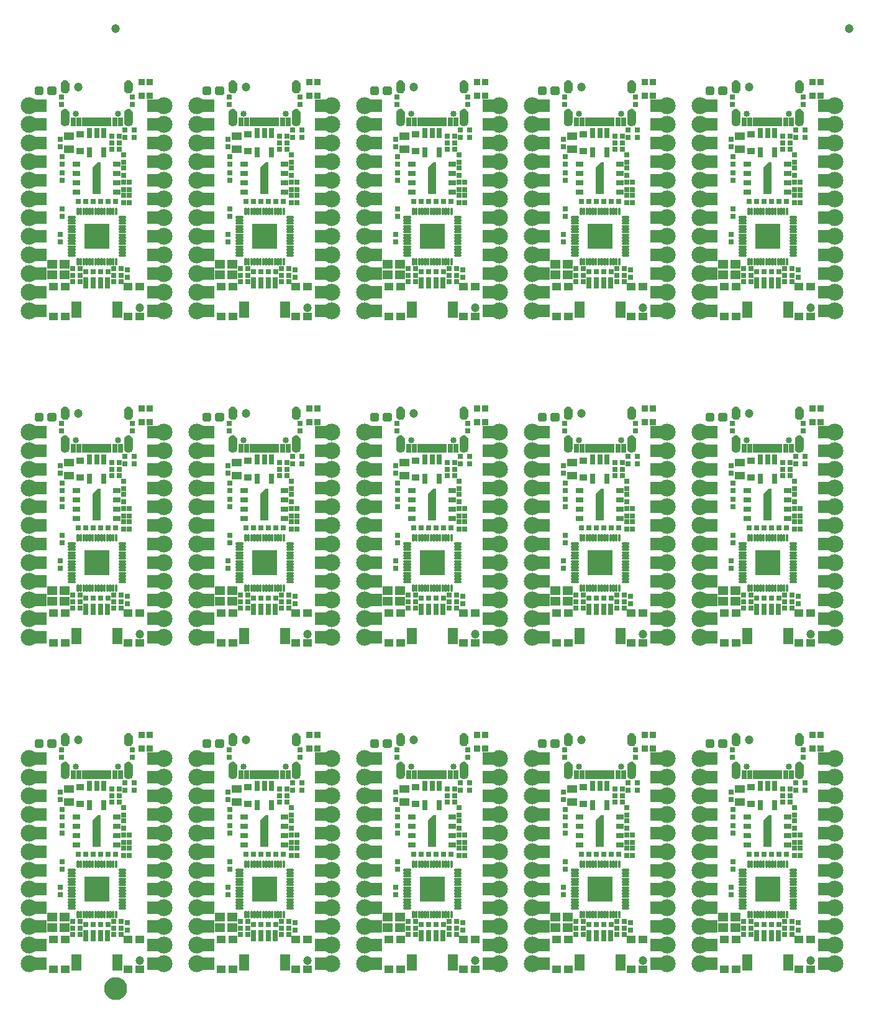
<source format=gts>
G04 EAGLE Gerber RS-274X export*
G75*
%MOMM*%
%FSLAX34Y34*%
%LPD*%
%INSoldermask Top*%
%IPPOS*%
%AMOC8*
5,1,8,0,0,1.08239X$1,22.5*%
G01*
%ADD10R,0.803200X0.803200*%
%ADD11C,0.505344*%
%ADD12C,1.203200*%
%ADD13R,1.403200X1.003200*%
%ADD14R,1.033200X0.833200*%
%ADD15R,0.753200X1.403200*%
%ADD16R,1.203200X1.103200*%
%ADD17R,1.403200X2.203200*%
%ADD18R,0.803200X1.553200*%
%ADD19C,1.459600*%
%ADD20C,2.309600*%
%ADD21R,0.503200X1.203200*%
%ADD22R,0.803200X1.203200*%
%ADD23C,0.853200*%
%ADD24C,0.282238*%
%ADD25R,3.403200X3.403200*%
%ADD26R,1.403200X1.303200*%
%ADD27R,1.053200X0.703200*%
%ADD28R,0.903200X0.903200*%
%ADD29C,1.270000*%
%ADD30C,1.703200*%

G36*
X1008616Y951576D02*
X1008616Y951576D01*
X1008633Y951573D01*
X1008683Y951595D01*
X1008734Y951610D01*
X1008745Y951623D01*
X1008761Y951630D01*
X1008791Y951675D01*
X1008826Y951715D01*
X1008829Y951732D01*
X1008838Y951747D01*
X1008849Y951820D01*
X1008849Y994070D01*
X1008844Y994086D01*
X1008847Y994103D01*
X1008825Y994153D01*
X1008810Y994204D01*
X1008797Y994215D01*
X1008790Y994231D01*
X1008745Y994261D01*
X1008705Y994296D01*
X1008688Y994299D01*
X1008674Y994308D01*
X1008600Y994319D01*
X1004500Y994319D01*
X1004442Y994302D01*
X1004384Y994290D01*
X1004372Y994282D01*
X1004366Y994280D01*
X1004359Y994272D01*
X1004324Y994246D01*
X997824Y987746D01*
X997795Y987694D01*
X997762Y987644D01*
X997760Y987629D01*
X997757Y987624D01*
X997757Y987613D01*
X997751Y987570D01*
X997751Y951820D01*
X997756Y951804D01*
X997753Y951787D01*
X997775Y951737D01*
X997790Y951686D01*
X997803Y951675D01*
X997810Y951659D01*
X997855Y951629D01*
X997895Y951594D01*
X997912Y951591D01*
X997927Y951582D01*
X998000Y951571D01*
X1008600Y951571D01*
X1008616Y951576D01*
G37*
G36*
X322816Y951576D02*
X322816Y951576D01*
X322833Y951573D01*
X322883Y951595D01*
X322934Y951610D01*
X322945Y951623D01*
X322961Y951630D01*
X322991Y951675D01*
X323026Y951715D01*
X323029Y951732D01*
X323038Y951747D01*
X323049Y951820D01*
X323049Y994070D01*
X323044Y994086D01*
X323047Y994103D01*
X323025Y994153D01*
X323010Y994204D01*
X322997Y994215D01*
X322990Y994231D01*
X322945Y994261D01*
X322905Y994296D01*
X322888Y994299D01*
X322874Y994308D01*
X322800Y994319D01*
X318700Y994319D01*
X318642Y994302D01*
X318584Y994290D01*
X318572Y994282D01*
X318566Y994280D01*
X318559Y994272D01*
X318524Y994246D01*
X312024Y987746D01*
X311995Y987694D01*
X311962Y987644D01*
X311960Y987629D01*
X311957Y987624D01*
X311957Y987613D01*
X311951Y987570D01*
X311951Y951820D01*
X311956Y951804D01*
X311953Y951787D01*
X311975Y951737D01*
X311990Y951686D01*
X312003Y951675D01*
X312010Y951659D01*
X312055Y951629D01*
X312095Y951594D01*
X312112Y951591D01*
X312127Y951582D01*
X312200Y951571D01*
X322800Y951571D01*
X322816Y951576D01*
G37*
G36*
X94216Y951576D02*
X94216Y951576D01*
X94233Y951573D01*
X94283Y951595D01*
X94334Y951610D01*
X94345Y951623D01*
X94361Y951630D01*
X94391Y951675D01*
X94426Y951715D01*
X94429Y951732D01*
X94438Y951747D01*
X94449Y951820D01*
X94449Y994070D01*
X94444Y994086D01*
X94447Y994103D01*
X94425Y994153D01*
X94410Y994204D01*
X94397Y994215D01*
X94390Y994231D01*
X94345Y994261D01*
X94305Y994296D01*
X94288Y994299D01*
X94274Y994308D01*
X94200Y994319D01*
X90100Y994319D01*
X90042Y994302D01*
X89984Y994290D01*
X89972Y994282D01*
X89966Y994280D01*
X89959Y994272D01*
X89924Y994246D01*
X83424Y987746D01*
X83395Y987694D01*
X83362Y987644D01*
X83360Y987629D01*
X83357Y987624D01*
X83357Y987613D01*
X83351Y987570D01*
X83351Y951820D01*
X83356Y951804D01*
X83353Y951787D01*
X83375Y951737D01*
X83390Y951686D01*
X83403Y951675D01*
X83410Y951659D01*
X83455Y951629D01*
X83495Y951594D01*
X83512Y951591D01*
X83527Y951582D01*
X83600Y951571D01*
X94200Y951571D01*
X94216Y951576D01*
G37*
G36*
X551416Y951576D02*
X551416Y951576D01*
X551433Y951573D01*
X551483Y951595D01*
X551534Y951610D01*
X551545Y951623D01*
X551561Y951630D01*
X551591Y951675D01*
X551626Y951715D01*
X551629Y951732D01*
X551638Y951747D01*
X551649Y951820D01*
X551649Y994070D01*
X551644Y994086D01*
X551647Y994103D01*
X551625Y994153D01*
X551610Y994204D01*
X551597Y994215D01*
X551590Y994231D01*
X551545Y994261D01*
X551505Y994296D01*
X551488Y994299D01*
X551474Y994308D01*
X551400Y994319D01*
X547300Y994319D01*
X547242Y994302D01*
X547184Y994290D01*
X547172Y994282D01*
X547166Y994280D01*
X547159Y994272D01*
X547124Y994246D01*
X540624Y987746D01*
X540595Y987694D01*
X540562Y987644D01*
X540560Y987629D01*
X540557Y987624D01*
X540557Y987613D01*
X540551Y987570D01*
X540551Y951820D01*
X540556Y951804D01*
X540553Y951787D01*
X540575Y951737D01*
X540590Y951686D01*
X540603Y951675D01*
X540610Y951659D01*
X540655Y951629D01*
X540695Y951594D01*
X540712Y951591D01*
X540727Y951582D01*
X540800Y951571D01*
X551400Y951571D01*
X551416Y951576D01*
G37*
G36*
X780016Y951576D02*
X780016Y951576D01*
X780033Y951573D01*
X780083Y951595D01*
X780134Y951610D01*
X780145Y951623D01*
X780161Y951630D01*
X780191Y951675D01*
X780226Y951715D01*
X780229Y951732D01*
X780238Y951747D01*
X780249Y951820D01*
X780249Y994070D01*
X780244Y994086D01*
X780247Y994103D01*
X780225Y994153D01*
X780210Y994204D01*
X780197Y994215D01*
X780190Y994231D01*
X780145Y994261D01*
X780105Y994296D01*
X780088Y994299D01*
X780074Y994308D01*
X780000Y994319D01*
X775900Y994319D01*
X775842Y994302D01*
X775784Y994290D01*
X775772Y994282D01*
X775766Y994280D01*
X775759Y994272D01*
X775724Y994246D01*
X769224Y987746D01*
X769195Y987694D01*
X769162Y987644D01*
X769160Y987629D01*
X769157Y987624D01*
X769157Y987613D01*
X769151Y987570D01*
X769151Y951820D01*
X769156Y951804D01*
X769153Y951787D01*
X769175Y951737D01*
X769190Y951686D01*
X769203Y951675D01*
X769210Y951659D01*
X769255Y951629D01*
X769295Y951594D01*
X769312Y951591D01*
X769327Y951582D01*
X769400Y951571D01*
X780000Y951571D01*
X780016Y951576D01*
G37*
G36*
X780016Y507076D02*
X780016Y507076D01*
X780033Y507073D01*
X780083Y507095D01*
X780134Y507110D01*
X780145Y507123D01*
X780161Y507130D01*
X780191Y507175D01*
X780226Y507215D01*
X780229Y507232D01*
X780238Y507247D01*
X780249Y507320D01*
X780249Y549570D01*
X780244Y549586D01*
X780247Y549603D01*
X780225Y549653D01*
X780210Y549704D01*
X780197Y549715D01*
X780190Y549731D01*
X780145Y549761D01*
X780105Y549796D01*
X780088Y549799D01*
X780074Y549808D01*
X780000Y549819D01*
X775900Y549819D01*
X775842Y549802D01*
X775784Y549790D01*
X775772Y549782D01*
X775766Y549780D01*
X775759Y549772D01*
X775724Y549746D01*
X769224Y543246D01*
X769195Y543194D01*
X769162Y543144D01*
X769160Y543129D01*
X769157Y543124D01*
X769157Y543113D01*
X769151Y543070D01*
X769151Y507320D01*
X769156Y507304D01*
X769153Y507287D01*
X769175Y507237D01*
X769190Y507186D01*
X769203Y507175D01*
X769210Y507159D01*
X769255Y507129D01*
X769295Y507094D01*
X769312Y507091D01*
X769327Y507082D01*
X769400Y507071D01*
X780000Y507071D01*
X780016Y507076D01*
G37*
G36*
X1008616Y507076D02*
X1008616Y507076D01*
X1008633Y507073D01*
X1008683Y507095D01*
X1008734Y507110D01*
X1008745Y507123D01*
X1008761Y507130D01*
X1008791Y507175D01*
X1008826Y507215D01*
X1008829Y507232D01*
X1008838Y507247D01*
X1008849Y507320D01*
X1008849Y549570D01*
X1008844Y549586D01*
X1008847Y549603D01*
X1008825Y549653D01*
X1008810Y549704D01*
X1008797Y549715D01*
X1008790Y549731D01*
X1008745Y549761D01*
X1008705Y549796D01*
X1008688Y549799D01*
X1008674Y549808D01*
X1008600Y549819D01*
X1004500Y549819D01*
X1004442Y549802D01*
X1004384Y549790D01*
X1004372Y549782D01*
X1004366Y549780D01*
X1004359Y549772D01*
X1004324Y549746D01*
X997824Y543246D01*
X997795Y543194D01*
X997762Y543144D01*
X997760Y543129D01*
X997757Y543124D01*
X997757Y543113D01*
X997751Y543070D01*
X997751Y507320D01*
X997756Y507304D01*
X997753Y507287D01*
X997775Y507237D01*
X997790Y507186D01*
X997803Y507175D01*
X997810Y507159D01*
X997855Y507129D01*
X997895Y507094D01*
X997912Y507091D01*
X997927Y507082D01*
X998000Y507071D01*
X1008600Y507071D01*
X1008616Y507076D01*
G37*
G36*
X94216Y507076D02*
X94216Y507076D01*
X94233Y507073D01*
X94283Y507095D01*
X94334Y507110D01*
X94345Y507123D01*
X94361Y507130D01*
X94391Y507175D01*
X94426Y507215D01*
X94429Y507232D01*
X94438Y507247D01*
X94449Y507320D01*
X94449Y549570D01*
X94444Y549586D01*
X94447Y549603D01*
X94425Y549653D01*
X94410Y549704D01*
X94397Y549715D01*
X94390Y549731D01*
X94345Y549761D01*
X94305Y549796D01*
X94288Y549799D01*
X94274Y549808D01*
X94200Y549819D01*
X90100Y549819D01*
X90042Y549802D01*
X89984Y549790D01*
X89972Y549782D01*
X89966Y549780D01*
X89959Y549772D01*
X89924Y549746D01*
X83424Y543246D01*
X83395Y543194D01*
X83362Y543144D01*
X83360Y543129D01*
X83357Y543124D01*
X83357Y543113D01*
X83351Y543070D01*
X83351Y507320D01*
X83356Y507304D01*
X83353Y507287D01*
X83375Y507237D01*
X83390Y507186D01*
X83403Y507175D01*
X83410Y507159D01*
X83455Y507129D01*
X83495Y507094D01*
X83512Y507091D01*
X83527Y507082D01*
X83600Y507071D01*
X94200Y507071D01*
X94216Y507076D01*
G37*
G36*
X551416Y507076D02*
X551416Y507076D01*
X551433Y507073D01*
X551483Y507095D01*
X551534Y507110D01*
X551545Y507123D01*
X551561Y507130D01*
X551591Y507175D01*
X551626Y507215D01*
X551629Y507232D01*
X551638Y507247D01*
X551649Y507320D01*
X551649Y549570D01*
X551644Y549586D01*
X551647Y549603D01*
X551625Y549653D01*
X551610Y549704D01*
X551597Y549715D01*
X551590Y549731D01*
X551545Y549761D01*
X551505Y549796D01*
X551488Y549799D01*
X551474Y549808D01*
X551400Y549819D01*
X547300Y549819D01*
X547242Y549802D01*
X547184Y549790D01*
X547172Y549782D01*
X547166Y549780D01*
X547159Y549772D01*
X547124Y549746D01*
X540624Y543246D01*
X540595Y543194D01*
X540562Y543144D01*
X540560Y543129D01*
X540557Y543124D01*
X540557Y543113D01*
X540551Y543070D01*
X540551Y507320D01*
X540556Y507304D01*
X540553Y507287D01*
X540575Y507237D01*
X540590Y507186D01*
X540603Y507175D01*
X540610Y507159D01*
X540655Y507129D01*
X540695Y507094D01*
X540712Y507091D01*
X540727Y507082D01*
X540800Y507071D01*
X551400Y507071D01*
X551416Y507076D01*
G37*
G36*
X322816Y507076D02*
X322816Y507076D01*
X322833Y507073D01*
X322883Y507095D01*
X322934Y507110D01*
X322945Y507123D01*
X322961Y507130D01*
X322991Y507175D01*
X323026Y507215D01*
X323029Y507232D01*
X323038Y507247D01*
X323049Y507320D01*
X323049Y549570D01*
X323044Y549586D01*
X323047Y549603D01*
X323025Y549653D01*
X323010Y549704D01*
X322997Y549715D01*
X322990Y549731D01*
X322945Y549761D01*
X322905Y549796D01*
X322888Y549799D01*
X322874Y549808D01*
X322800Y549819D01*
X318700Y549819D01*
X318642Y549802D01*
X318584Y549790D01*
X318572Y549782D01*
X318566Y549780D01*
X318559Y549772D01*
X318524Y549746D01*
X312024Y543246D01*
X311995Y543194D01*
X311962Y543144D01*
X311960Y543129D01*
X311957Y543124D01*
X311957Y543113D01*
X311951Y543070D01*
X311951Y507320D01*
X311956Y507304D01*
X311953Y507287D01*
X311975Y507237D01*
X311990Y507186D01*
X312003Y507175D01*
X312010Y507159D01*
X312055Y507129D01*
X312095Y507094D01*
X312112Y507091D01*
X312127Y507082D01*
X312200Y507071D01*
X322800Y507071D01*
X322816Y507076D01*
G37*
G36*
X1008616Y62576D02*
X1008616Y62576D01*
X1008633Y62573D01*
X1008683Y62595D01*
X1008734Y62610D01*
X1008745Y62623D01*
X1008761Y62630D01*
X1008791Y62675D01*
X1008826Y62715D01*
X1008829Y62732D01*
X1008838Y62747D01*
X1008849Y62820D01*
X1008849Y105070D01*
X1008844Y105086D01*
X1008847Y105103D01*
X1008825Y105153D01*
X1008810Y105204D01*
X1008797Y105215D01*
X1008790Y105231D01*
X1008745Y105261D01*
X1008705Y105296D01*
X1008688Y105299D01*
X1008674Y105308D01*
X1008600Y105319D01*
X1004500Y105319D01*
X1004442Y105302D01*
X1004384Y105290D01*
X1004372Y105282D01*
X1004366Y105280D01*
X1004359Y105272D01*
X1004324Y105246D01*
X997824Y98746D01*
X997795Y98694D01*
X997762Y98644D01*
X997760Y98629D01*
X997757Y98624D01*
X997757Y98613D01*
X997751Y98570D01*
X997751Y62820D01*
X997756Y62804D01*
X997753Y62787D01*
X997775Y62737D01*
X997790Y62686D01*
X997803Y62675D01*
X997810Y62659D01*
X997855Y62629D01*
X997895Y62594D01*
X997912Y62591D01*
X997927Y62582D01*
X998000Y62571D01*
X1008600Y62571D01*
X1008616Y62576D01*
G37*
G36*
X94216Y62576D02*
X94216Y62576D01*
X94233Y62573D01*
X94283Y62595D01*
X94334Y62610D01*
X94345Y62623D01*
X94361Y62630D01*
X94391Y62675D01*
X94426Y62715D01*
X94429Y62732D01*
X94438Y62747D01*
X94449Y62820D01*
X94449Y105070D01*
X94444Y105086D01*
X94447Y105103D01*
X94425Y105153D01*
X94410Y105204D01*
X94397Y105215D01*
X94390Y105231D01*
X94345Y105261D01*
X94305Y105296D01*
X94288Y105299D01*
X94274Y105308D01*
X94200Y105319D01*
X90100Y105319D01*
X90042Y105302D01*
X89984Y105290D01*
X89972Y105282D01*
X89966Y105280D01*
X89959Y105272D01*
X89924Y105246D01*
X83424Y98746D01*
X83395Y98694D01*
X83362Y98644D01*
X83360Y98629D01*
X83357Y98624D01*
X83357Y98613D01*
X83351Y98570D01*
X83351Y62820D01*
X83356Y62804D01*
X83353Y62787D01*
X83375Y62737D01*
X83390Y62686D01*
X83403Y62675D01*
X83410Y62659D01*
X83455Y62629D01*
X83495Y62594D01*
X83512Y62591D01*
X83527Y62582D01*
X83600Y62571D01*
X94200Y62571D01*
X94216Y62576D01*
G37*
G36*
X322816Y62576D02*
X322816Y62576D01*
X322833Y62573D01*
X322883Y62595D01*
X322934Y62610D01*
X322945Y62623D01*
X322961Y62630D01*
X322991Y62675D01*
X323026Y62715D01*
X323029Y62732D01*
X323038Y62747D01*
X323049Y62820D01*
X323049Y105070D01*
X323044Y105086D01*
X323047Y105103D01*
X323025Y105153D01*
X323010Y105204D01*
X322997Y105215D01*
X322990Y105231D01*
X322945Y105261D01*
X322905Y105296D01*
X322888Y105299D01*
X322874Y105308D01*
X322800Y105319D01*
X318700Y105319D01*
X318642Y105302D01*
X318584Y105290D01*
X318572Y105282D01*
X318566Y105280D01*
X318559Y105272D01*
X318524Y105246D01*
X312024Y98746D01*
X311995Y98694D01*
X311962Y98644D01*
X311960Y98629D01*
X311957Y98624D01*
X311957Y98613D01*
X311951Y98570D01*
X311951Y62820D01*
X311956Y62804D01*
X311953Y62787D01*
X311975Y62737D01*
X311990Y62686D01*
X312003Y62675D01*
X312010Y62659D01*
X312055Y62629D01*
X312095Y62594D01*
X312112Y62591D01*
X312127Y62582D01*
X312200Y62571D01*
X322800Y62571D01*
X322816Y62576D01*
G37*
G36*
X551416Y62576D02*
X551416Y62576D01*
X551433Y62573D01*
X551483Y62595D01*
X551534Y62610D01*
X551545Y62623D01*
X551561Y62630D01*
X551591Y62675D01*
X551626Y62715D01*
X551629Y62732D01*
X551638Y62747D01*
X551649Y62820D01*
X551649Y105070D01*
X551644Y105086D01*
X551647Y105103D01*
X551625Y105153D01*
X551610Y105204D01*
X551597Y105215D01*
X551590Y105231D01*
X551545Y105261D01*
X551505Y105296D01*
X551488Y105299D01*
X551474Y105308D01*
X551400Y105319D01*
X547300Y105319D01*
X547242Y105302D01*
X547184Y105290D01*
X547172Y105282D01*
X547166Y105280D01*
X547159Y105272D01*
X547124Y105246D01*
X540624Y98746D01*
X540595Y98694D01*
X540562Y98644D01*
X540560Y98629D01*
X540557Y98624D01*
X540557Y98613D01*
X540551Y98570D01*
X540551Y62820D01*
X540556Y62804D01*
X540553Y62787D01*
X540575Y62737D01*
X540590Y62686D01*
X540603Y62675D01*
X540610Y62659D01*
X540655Y62629D01*
X540695Y62594D01*
X540712Y62591D01*
X540727Y62582D01*
X540800Y62571D01*
X551400Y62571D01*
X551416Y62576D01*
G37*
G36*
X780016Y62576D02*
X780016Y62576D01*
X780033Y62573D01*
X780083Y62595D01*
X780134Y62610D01*
X780145Y62623D01*
X780161Y62630D01*
X780191Y62675D01*
X780226Y62715D01*
X780229Y62732D01*
X780238Y62747D01*
X780249Y62820D01*
X780249Y105070D01*
X780244Y105086D01*
X780247Y105103D01*
X780225Y105153D01*
X780210Y105204D01*
X780197Y105215D01*
X780190Y105231D01*
X780145Y105261D01*
X780105Y105296D01*
X780088Y105299D01*
X780074Y105308D01*
X780000Y105319D01*
X775900Y105319D01*
X775842Y105302D01*
X775784Y105290D01*
X775772Y105282D01*
X775766Y105280D01*
X775759Y105272D01*
X775724Y105246D01*
X769224Y98746D01*
X769195Y98694D01*
X769162Y98644D01*
X769160Y98629D01*
X769157Y98624D01*
X769157Y98613D01*
X769151Y98570D01*
X769151Y62820D01*
X769156Y62804D01*
X769153Y62787D01*
X769175Y62737D01*
X769190Y62686D01*
X769203Y62675D01*
X769210Y62659D01*
X769255Y62629D01*
X769295Y62594D01*
X769312Y62591D01*
X769327Y62582D01*
X769400Y62571D01*
X780000Y62571D01*
X780016Y62576D01*
G37*
G36*
X1092202Y987300D02*
X1092202Y987300D01*
X1092204Y987299D01*
X1092247Y987319D01*
X1092291Y987337D01*
X1092291Y987339D01*
X1092293Y987340D01*
X1092326Y987425D01*
X1092326Y1003935D01*
X1092325Y1003937D01*
X1092326Y1003939D01*
X1092306Y1003982D01*
X1092288Y1004026D01*
X1092286Y1004026D01*
X1092285Y1004028D01*
X1092200Y1004061D01*
X1071880Y1004061D01*
X1071878Y1004060D01*
X1071876Y1004061D01*
X1071833Y1004041D01*
X1071789Y1004023D01*
X1071789Y1004021D01*
X1071787Y1004020D01*
X1071754Y1003935D01*
X1071754Y987425D01*
X1071755Y987423D01*
X1071754Y987421D01*
X1071774Y987378D01*
X1071792Y987334D01*
X1071794Y987334D01*
X1071795Y987332D01*
X1071880Y987299D01*
X1092200Y987299D01*
X1092202Y987300D01*
G37*
G36*
X863602Y-28700D02*
X863602Y-28700D01*
X863604Y-28701D01*
X863647Y-28681D01*
X863691Y-28663D01*
X863691Y-28661D01*
X863693Y-28660D01*
X863726Y-28575D01*
X863726Y-12065D01*
X863725Y-12063D01*
X863726Y-12061D01*
X863706Y-12018D01*
X863688Y-11974D01*
X863686Y-11974D01*
X863685Y-11972D01*
X863600Y-11939D01*
X843280Y-11939D01*
X843278Y-11940D01*
X843276Y-11939D01*
X843233Y-11959D01*
X843189Y-11977D01*
X843189Y-11979D01*
X843187Y-11980D01*
X843154Y-12065D01*
X843154Y-28575D01*
X843155Y-28577D01*
X843154Y-28579D01*
X843174Y-28622D01*
X843192Y-28666D01*
X843194Y-28666D01*
X843195Y-28668D01*
X843280Y-28701D01*
X863600Y-28701D01*
X863602Y-28700D01*
G37*
G36*
X635002Y-28700D02*
X635002Y-28700D01*
X635004Y-28701D01*
X635047Y-28681D01*
X635091Y-28663D01*
X635091Y-28661D01*
X635093Y-28660D01*
X635126Y-28575D01*
X635126Y-12065D01*
X635125Y-12063D01*
X635126Y-12061D01*
X635106Y-12018D01*
X635088Y-11974D01*
X635086Y-11974D01*
X635085Y-11972D01*
X635000Y-11939D01*
X614680Y-11939D01*
X614678Y-11940D01*
X614676Y-11939D01*
X614633Y-11959D01*
X614589Y-11977D01*
X614589Y-11979D01*
X614587Y-11980D01*
X614554Y-12065D01*
X614554Y-28575D01*
X614555Y-28577D01*
X614554Y-28579D01*
X614574Y-28622D01*
X614592Y-28666D01*
X614594Y-28666D01*
X614595Y-28668D01*
X614680Y-28701D01*
X635000Y-28701D01*
X635002Y-28700D01*
G37*
G36*
X248922Y-28700D02*
X248922Y-28700D01*
X248924Y-28701D01*
X248967Y-28681D01*
X249011Y-28663D01*
X249011Y-28661D01*
X249013Y-28660D01*
X249046Y-28575D01*
X249046Y-12065D01*
X249045Y-12063D01*
X249046Y-12061D01*
X249026Y-12018D01*
X249008Y-11974D01*
X249006Y-11974D01*
X249005Y-11972D01*
X248920Y-11939D01*
X228600Y-11939D01*
X228598Y-11940D01*
X228596Y-11939D01*
X228553Y-11959D01*
X228509Y-11977D01*
X228509Y-11979D01*
X228507Y-11980D01*
X228474Y-12065D01*
X228474Y-28575D01*
X228475Y-28577D01*
X228474Y-28579D01*
X228494Y-28622D01*
X228512Y-28666D01*
X228514Y-28666D01*
X228515Y-28668D01*
X228600Y-28701D01*
X248920Y-28701D01*
X248922Y-28700D01*
G37*
G36*
X1092202Y-28700D02*
X1092202Y-28700D01*
X1092204Y-28701D01*
X1092247Y-28681D01*
X1092291Y-28663D01*
X1092291Y-28661D01*
X1092293Y-28660D01*
X1092326Y-28575D01*
X1092326Y-12065D01*
X1092325Y-12063D01*
X1092326Y-12061D01*
X1092306Y-12018D01*
X1092288Y-11974D01*
X1092286Y-11974D01*
X1092285Y-11972D01*
X1092200Y-11939D01*
X1071880Y-11939D01*
X1071878Y-11940D01*
X1071876Y-11939D01*
X1071833Y-11959D01*
X1071789Y-11977D01*
X1071789Y-11979D01*
X1071787Y-11980D01*
X1071754Y-12065D01*
X1071754Y-28575D01*
X1071755Y-28577D01*
X1071754Y-28579D01*
X1071774Y-28622D01*
X1071792Y-28666D01*
X1071794Y-28666D01*
X1071795Y-28668D01*
X1071880Y-28701D01*
X1092200Y-28701D01*
X1092202Y-28700D01*
G37*
G36*
X177802Y-28700D02*
X177802Y-28700D01*
X177804Y-28701D01*
X177847Y-28681D01*
X177891Y-28663D01*
X177891Y-28661D01*
X177893Y-28660D01*
X177926Y-28575D01*
X177926Y-12065D01*
X177925Y-12063D01*
X177926Y-12061D01*
X177906Y-12018D01*
X177888Y-11974D01*
X177886Y-11974D01*
X177885Y-11972D01*
X177800Y-11939D01*
X157480Y-11939D01*
X157478Y-11940D01*
X157476Y-11939D01*
X157433Y-11959D01*
X157389Y-11977D01*
X157389Y-11979D01*
X157387Y-11980D01*
X157354Y-12065D01*
X157354Y-28575D01*
X157355Y-28577D01*
X157354Y-28579D01*
X157374Y-28622D01*
X157392Y-28666D01*
X157394Y-28666D01*
X157395Y-28668D01*
X157480Y-28701D01*
X177800Y-28701D01*
X177802Y-28700D01*
G37*
G36*
X248922Y-54100D02*
X248922Y-54100D01*
X248924Y-54101D01*
X248967Y-54081D01*
X249011Y-54063D01*
X249011Y-54061D01*
X249013Y-54060D01*
X249046Y-53975D01*
X249046Y-37465D01*
X249045Y-37463D01*
X249046Y-37461D01*
X249026Y-37418D01*
X249008Y-37374D01*
X249006Y-37374D01*
X249005Y-37372D01*
X248920Y-37339D01*
X228600Y-37339D01*
X228598Y-37340D01*
X228596Y-37339D01*
X228553Y-37359D01*
X228509Y-37377D01*
X228509Y-37379D01*
X228507Y-37380D01*
X228474Y-37465D01*
X228474Y-53975D01*
X228475Y-53977D01*
X228474Y-53979D01*
X228494Y-54022D01*
X228512Y-54066D01*
X228514Y-54066D01*
X228515Y-54068D01*
X228600Y-54101D01*
X248920Y-54101D01*
X248922Y-54100D01*
G37*
G36*
X477522Y-54100D02*
X477522Y-54100D01*
X477524Y-54101D01*
X477567Y-54081D01*
X477611Y-54063D01*
X477611Y-54061D01*
X477613Y-54060D01*
X477646Y-53975D01*
X477646Y-37465D01*
X477645Y-37463D01*
X477646Y-37461D01*
X477626Y-37418D01*
X477608Y-37374D01*
X477606Y-37374D01*
X477605Y-37372D01*
X477520Y-37339D01*
X457200Y-37339D01*
X457198Y-37340D01*
X457196Y-37339D01*
X457153Y-37359D01*
X457109Y-37377D01*
X457109Y-37379D01*
X457107Y-37380D01*
X457074Y-37465D01*
X457074Y-53975D01*
X457075Y-53977D01*
X457074Y-53979D01*
X457094Y-54022D01*
X457112Y-54066D01*
X457114Y-54066D01*
X457115Y-54068D01*
X457200Y-54101D01*
X477520Y-54101D01*
X477522Y-54100D01*
G37*
G36*
X1092202Y-54100D02*
X1092202Y-54100D01*
X1092204Y-54101D01*
X1092247Y-54081D01*
X1092291Y-54063D01*
X1092291Y-54061D01*
X1092293Y-54060D01*
X1092326Y-53975D01*
X1092326Y-37465D01*
X1092325Y-37463D01*
X1092326Y-37461D01*
X1092306Y-37418D01*
X1092288Y-37374D01*
X1092286Y-37374D01*
X1092285Y-37372D01*
X1092200Y-37339D01*
X1071880Y-37339D01*
X1071878Y-37340D01*
X1071876Y-37339D01*
X1071833Y-37359D01*
X1071789Y-37377D01*
X1071789Y-37379D01*
X1071787Y-37380D01*
X1071754Y-37465D01*
X1071754Y-53975D01*
X1071755Y-53977D01*
X1071754Y-53979D01*
X1071774Y-54022D01*
X1071792Y-54066D01*
X1071794Y-54066D01*
X1071795Y-54068D01*
X1071880Y-54101D01*
X1092200Y-54101D01*
X1092202Y-54100D01*
G37*
G36*
X863602Y-54100D02*
X863602Y-54100D01*
X863604Y-54101D01*
X863647Y-54081D01*
X863691Y-54063D01*
X863691Y-54061D01*
X863693Y-54060D01*
X863726Y-53975D01*
X863726Y-37465D01*
X863725Y-37463D01*
X863726Y-37461D01*
X863706Y-37418D01*
X863688Y-37374D01*
X863686Y-37374D01*
X863685Y-37372D01*
X863600Y-37339D01*
X843280Y-37339D01*
X843278Y-37340D01*
X843276Y-37339D01*
X843233Y-37359D01*
X843189Y-37377D01*
X843189Y-37379D01*
X843187Y-37380D01*
X843154Y-37465D01*
X843154Y-53975D01*
X843155Y-53977D01*
X843154Y-53979D01*
X843174Y-54022D01*
X843192Y-54066D01*
X843194Y-54066D01*
X843195Y-54068D01*
X843280Y-54101D01*
X863600Y-54101D01*
X863602Y-54100D01*
G37*
G36*
X1092202Y1063500D02*
X1092202Y1063500D01*
X1092204Y1063499D01*
X1092247Y1063519D01*
X1092291Y1063537D01*
X1092291Y1063539D01*
X1092293Y1063540D01*
X1092326Y1063625D01*
X1092326Y1080135D01*
X1092325Y1080137D01*
X1092326Y1080139D01*
X1092306Y1080182D01*
X1092288Y1080226D01*
X1092286Y1080226D01*
X1092285Y1080228D01*
X1092200Y1080261D01*
X1071880Y1080261D01*
X1071878Y1080260D01*
X1071876Y1080261D01*
X1071833Y1080241D01*
X1071789Y1080223D01*
X1071789Y1080221D01*
X1071787Y1080220D01*
X1071754Y1080135D01*
X1071754Y1063625D01*
X1071755Y1063623D01*
X1071754Y1063621D01*
X1071774Y1063578D01*
X1071792Y1063534D01*
X1071794Y1063534D01*
X1071795Y1063532D01*
X1071880Y1063499D01*
X1092200Y1063499D01*
X1092202Y1063500D01*
G37*
G36*
X635002Y1063500D02*
X635002Y1063500D01*
X635004Y1063499D01*
X635047Y1063519D01*
X635091Y1063537D01*
X635091Y1063539D01*
X635093Y1063540D01*
X635126Y1063625D01*
X635126Y1080135D01*
X635125Y1080137D01*
X635126Y1080139D01*
X635106Y1080182D01*
X635088Y1080226D01*
X635086Y1080226D01*
X635085Y1080228D01*
X635000Y1080261D01*
X614680Y1080261D01*
X614678Y1080260D01*
X614676Y1080261D01*
X614633Y1080241D01*
X614589Y1080223D01*
X614589Y1080221D01*
X614587Y1080220D01*
X614554Y1080135D01*
X614554Y1063625D01*
X614555Y1063623D01*
X614554Y1063621D01*
X614574Y1063578D01*
X614592Y1063534D01*
X614594Y1063534D01*
X614595Y1063532D01*
X614680Y1063499D01*
X635000Y1063499D01*
X635002Y1063500D01*
G37*
G36*
X934722Y1063500D02*
X934722Y1063500D01*
X934724Y1063499D01*
X934767Y1063519D01*
X934811Y1063537D01*
X934811Y1063539D01*
X934813Y1063540D01*
X934846Y1063625D01*
X934846Y1080135D01*
X934845Y1080137D01*
X934846Y1080139D01*
X934826Y1080182D01*
X934808Y1080226D01*
X934806Y1080226D01*
X934805Y1080228D01*
X934720Y1080261D01*
X914400Y1080261D01*
X914398Y1080260D01*
X914396Y1080261D01*
X914353Y1080241D01*
X914309Y1080223D01*
X914309Y1080221D01*
X914307Y1080220D01*
X914274Y1080135D01*
X914274Y1063625D01*
X914275Y1063623D01*
X914274Y1063621D01*
X914294Y1063578D01*
X914312Y1063534D01*
X914314Y1063534D01*
X914315Y1063532D01*
X914400Y1063499D01*
X934720Y1063499D01*
X934722Y1063500D01*
G37*
G36*
X177802Y1063500D02*
X177802Y1063500D01*
X177804Y1063499D01*
X177847Y1063519D01*
X177891Y1063537D01*
X177891Y1063539D01*
X177893Y1063540D01*
X177926Y1063625D01*
X177926Y1080135D01*
X177925Y1080137D01*
X177926Y1080139D01*
X177906Y1080182D01*
X177888Y1080226D01*
X177886Y1080226D01*
X177885Y1080228D01*
X177800Y1080261D01*
X157480Y1080261D01*
X157478Y1080260D01*
X157476Y1080261D01*
X157433Y1080241D01*
X157389Y1080223D01*
X157389Y1080221D01*
X157387Y1080220D01*
X157354Y1080135D01*
X157354Y1063625D01*
X157355Y1063623D01*
X157354Y1063621D01*
X157374Y1063578D01*
X157392Y1063534D01*
X157394Y1063534D01*
X157395Y1063532D01*
X157480Y1063499D01*
X177800Y1063499D01*
X177802Y1063500D01*
G37*
G36*
X248922Y1063500D02*
X248922Y1063500D01*
X248924Y1063499D01*
X248967Y1063519D01*
X249011Y1063537D01*
X249011Y1063539D01*
X249013Y1063540D01*
X249046Y1063625D01*
X249046Y1080135D01*
X249045Y1080137D01*
X249046Y1080139D01*
X249026Y1080182D01*
X249008Y1080226D01*
X249006Y1080226D01*
X249005Y1080228D01*
X248920Y1080261D01*
X228600Y1080261D01*
X228598Y1080260D01*
X228596Y1080261D01*
X228553Y1080241D01*
X228509Y1080223D01*
X228509Y1080221D01*
X228507Y1080220D01*
X228474Y1080135D01*
X228474Y1063625D01*
X228475Y1063623D01*
X228474Y1063621D01*
X228494Y1063578D01*
X228512Y1063534D01*
X228514Y1063534D01*
X228515Y1063532D01*
X228600Y1063499D01*
X248920Y1063499D01*
X248922Y1063500D01*
G37*
G36*
X863602Y1063500D02*
X863602Y1063500D01*
X863604Y1063499D01*
X863647Y1063519D01*
X863691Y1063537D01*
X863691Y1063539D01*
X863693Y1063540D01*
X863726Y1063625D01*
X863726Y1080135D01*
X863725Y1080137D01*
X863726Y1080139D01*
X863706Y1080182D01*
X863688Y1080226D01*
X863686Y1080226D01*
X863685Y1080228D01*
X863600Y1080261D01*
X843280Y1080261D01*
X843278Y1080260D01*
X843276Y1080261D01*
X843233Y1080241D01*
X843189Y1080223D01*
X843189Y1080221D01*
X843187Y1080220D01*
X843154Y1080135D01*
X843154Y1063625D01*
X843155Y1063623D01*
X843154Y1063621D01*
X843174Y1063578D01*
X843192Y1063534D01*
X843194Y1063534D01*
X843195Y1063532D01*
X843280Y1063499D01*
X863600Y1063499D01*
X863602Y1063500D01*
G37*
G36*
X20322Y1063500D02*
X20322Y1063500D01*
X20324Y1063499D01*
X20367Y1063519D01*
X20411Y1063537D01*
X20411Y1063539D01*
X20413Y1063540D01*
X20446Y1063625D01*
X20446Y1080135D01*
X20445Y1080137D01*
X20446Y1080139D01*
X20426Y1080182D01*
X20408Y1080226D01*
X20406Y1080226D01*
X20405Y1080228D01*
X20320Y1080261D01*
X0Y1080261D01*
X-2Y1080260D01*
X-4Y1080261D01*
X-47Y1080241D01*
X-91Y1080223D01*
X-91Y1080221D01*
X-93Y1080220D01*
X-126Y1080135D01*
X-126Y1063625D01*
X-125Y1063623D01*
X-126Y1063621D01*
X-106Y1063578D01*
X-88Y1063534D01*
X-86Y1063534D01*
X-85Y1063532D01*
X0Y1063499D01*
X20320Y1063499D01*
X20322Y1063500D01*
G37*
G36*
X706122Y1063500D02*
X706122Y1063500D01*
X706124Y1063499D01*
X706167Y1063519D01*
X706211Y1063537D01*
X706211Y1063539D01*
X706213Y1063540D01*
X706246Y1063625D01*
X706246Y1080135D01*
X706245Y1080137D01*
X706246Y1080139D01*
X706226Y1080182D01*
X706208Y1080226D01*
X706206Y1080226D01*
X706205Y1080228D01*
X706120Y1080261D01*
X685800Y1080261D01*
X685798Y1080260D01*
X685796Y1080261D01*
X685753Y1080241D01*
X685709Y1080223D01*
X685709Y1080221D01*
X685707Y1080220D01*
X685674Y1080135D01*
X685674Y1063625D01*
X685675Y1063623D01*
X685674Y1063621D01*
X685694Y1063578D01*
X685712Y1063534D01*
X685714Y1063534D01*
X685715Y1063532D01*
X685800Y1063499D01*
X706120Y1063499D01*
X706122Y1063500D01*
G37*
G36*
X406402Y1063500D02*
X406402Y1063500D01*
X406404Y1063499D01*
X406447Y1063519D01*
X406491Y1063537D01*
X406491Y1063539D01*
X406493Y1063540D01*
X406526Y1063625D01*
X406526Y1080135D01*
X406525Y1080137D01*
X406526Y1080139D01*
X406506Y1080182D01*
X406488Y1080226D01*
X406486Y1080226D01*
X406485Y1080228D01*
X406400Y1080261D01*
X386080Y1080261D01*
X386078Y1080260D01*
X386076Y1080261D01*
X386033Y1080241D01*
X385989Y1080223D01*
X385989Y1080221D01*
X385987Y1080220D01*
X385954Y1080135D01*
X385954Y1063625D01*
X385955Y1063623D01*
X385954Y1063621D01*
X385974Y1063578D01*
X385992Y1063534D01*
X385994Y1063534D01*
X385995Y1063532D01*
X386080Y1063499D01*
X406400Y1063499D01*
X406402Y1063500D01*
G37*
G36*
X477522Y1063500D02*
X477522Y1063500D01*
X477524Y1063499D01*
X477567Y1063519D01*
X477611Y1063537D01*
X477611Y1063539D01*
X477613Y1063540D01*
X477646Y1063625D01*
X477646Y1080135D01*
X477645Y1080137D01*
X477646Y1080139D01*
X477626Y1080182D01*
X477608Y1080226D01*
X477606Y1080226D01*
X477605Y1080228D01*
X477520Y1080261D01*
X457200Y1080261D01*
X457198Y1080260D01*
X457196Y1080261D01*
X457153Y1080241D01*
X457109Y1080223D01*
X457109Y1080221D01*
X457107Y1080220D01*
X457074Y1080135D01*
X457074Y1063625D01*
X457075Y1063623D01*
X457074Y1063621D01*
X457094Y1063578D01*
X457112Y1063534D01*
X457114Y1063534D01*
X457115Y1063532D01*
X457200Y1063499D01*
X477520Y1063499D01*
X477522Y1063500D01*
G37*
G36*
X934722Y-54100D02*
X934722Y-54100D01*
X934724Y-54101D01*
X934767Y-54081D01*
X934811Y-54063D01*
X934811Y-54061D01*
X934813Y-54060D01*
X934846Y-53975D01*
X934846Y-37465D01*
X934845Y-37463D01*
X934846Y-37461D01*
X934826Y-37418D01*
X934808Y-37374D01*
X934806Y-37374D01*
X934805Y-37372D01*
X934720Y-37339D01*
X914400Y-37339D01*
X914398Y-37340D01*
X914396Y-37339D01*
X914353Y-37359D01*
X914309Y-37377D01*
X914309Y-37379D01*
X914307Y-37380D01*
X914274Y-37465D01*
X914274Y-53975D01*
X914275Y-53977D01*
X914274Y-53979D01*
X914294Y-54022D01*
X914312Y-54066D01*
X914314Y-54066D01*
X914315Y-54068D01*
X914400Y-54101D01*
X934720Y-54101D01*
X934722Y-54100D01*
G37*
G36*
X635002Y-54100D02*
X635002Y-54100D01*
X635004Y-54101D01*
X635047Y-54081D01*
X635091Y-54063D01*
X635091Y-54061D01*
X635093Y-54060D01*
X635126Y-53975D01*
X635126Y-37465D01*
X635125Y-37463D01*
X635126Y-37461D01*
X635106Y-37418D01*
X635088Y-37374D01*
X635086Y-37374D01*
X635085Y-37372D01*
X635000Y-37339D01*
X614680Y-37339D01*
X614678Y-37340D01*
X614676Y-37339D01*
X614633Y-37359D01*
X614589Y-37377D01*
X614589Y-37379D01*
X614587Y-37380D01*
X614554Y-37465D01*
X614554Y-53975D01*
X614555Y-53977D01*
X614554Y-53979D01*
X614574Y-54022D01*
X614592Y-54066D01*
X614594Y-54066D01*
X614595Y-54068D01*
X614680Y-54101D01*
X635000Y-54101D01*
X635002Y-54100D01*
G37*
G36*
X177802Y-54100D02*
X177802Y-54100D01*
X177804Y-54101D01*
X177847Y-54081D01*
X177891Y-54063D01*
X177891Y-54061D01*
X177893Y-54060D01*
X177926Y-53975D01*
X177926Y-37465D01*
X177925Y-37463D01*
X177926Y-37461D01*
X177906Y-37418D01*
X177888Y-37374D01*
X177886Y-37374D01*
X177885Y-37372D01*
X177800Y-37339D01*
X157480Y-37339D01*
X157478Y-37340D01*
X157476Y-37339D01*
X157433Y-37359D01*
X157389Y-37377D01*
X157389Y-37379D01*
X157387Y-37380D01*
X157354Y-37465D01*
X157354Y-53975D01*
X157355Y-53977D01*
X157354Y-53979D01*
X157374Y-54022D01*
X157392Y-54066D01*
X157394Y-54066D01*
X157395Y-54068D01*
X157480Y-54101D01*
X177800Y-54101D01*
X177802Y-54100D01*
G37*
G36*
X706122Y-54100D02*
X706122Y-54100D01*
X706124Y-54101D01*
X706167Y-54081D01*
X706211Y-54063D01*
X706211Y-54061D01*
X706213Y-54060D01*
X706246Y-53975D01*
X706246Y-37465D01*
X706245Y-37463D01*
X706246Y-37461D01*
X706226Y-37418D01*
X706208Y-37374D01*
X706206Y-37374D01*
X706205Y-37372D01*
X706120Y-37339D01*
X685800Y-37339D01*
X685798Y-37340D01*
X685796Y-37339D01*
X685753Y-37359D01*
X685709Y-37377D01*
X685709Y-37379D01*
X685707Y-37380D01*
X685674Y-37465D01*
X685674Y-53975D01*
X685675Y-53977D01*
X685674Y-53979D01*
X685694Y-54022D01*
X685712Y-54066D01*
X685714Y-54066D01*
X685715Y-54068D01*
X685800Y-54101D01*
X706120Y-54101D01*
X706122Y-54100D01*
G37*
G36*
X406402Y-54100D02*
X406402Y-54100D01*
X406404Y-54101D01*
X406447Y-54081D01*
X406491Y-54063D01*
X406491Y-54061D01*
X406493Y-54060D01*
X406526Y-53975D01*
X406526Y-37465D01*
X406525Y-37463D01*
X406526Y-37461D01*
X406506Y-37418D01*
X406488Y-37374D01*
X406486Y-37374D01*
X406485Y-37372D01*
X406400Y-37339D01*
X386080Y-37339D01*
X386078Y-37340D01*
X386076Y-37339D01*
X386033Y-37359D01*
X385989Y-37377D01*
X385989Y-37379D01*
X385987Y-37380D01*
X385954Y-37465D01*
X385954Y-53975D01*
X385955Y-53977D01*
X385954Y-53979D01*
X385974Y-54022D01*
X385992Y-54066D01*
X385994Y-54066D01*
X385995Y-54068D01*
X386080Y-54101D01*
X406400Y-54101D01*
X406402Y-54100D01*
G37*
G36*
X20322Y-54100D02*
X20322Y-54100D01*
X20324Y-54101D01*
X20367Y-54081D01*
X20411Y-54063D01*
X20411Y-54061D01*
X20413Y-54060D01*
X20446Y-53975D01*
X20446Y-37465D01*
X20445Y-37463D01*
X20446Y-37461D01*
X20426Y-37418D01*
X20408Y-37374D01*
X20406Y-37374D01*
X20405Y-37372D01*
X20320Y-37339D01*
X0Y-37339D01*
X-2Y-37340D01*
X-4Y-37339D01*
X-47Y-37359D01*
X-91Y-37377D01*
X-91Y-37379D01*
X-93Y-37380D01*
X-126Y-37465D01*
X-126Y-53975D01*
X-125Y-53977D01*
X-126Y-53979D01*
X-106Y-54022D01*
X-88Y-54066D01*
X-86Y-54066D01*
X-85Y-54068D01*
X0Y-54101D01*
X20320Y-54101D01*
X20322Y-54100D01*
G37*
G36*
X20322Y-79500D02*
X20322Y-79500D01*
X20324Y-79501D01*
X20367Y-79481D01*
X20411Y-79463D01*
X20411Y-79461D01*
X20413Y-79460D01*
X20446Y-79375D01*
X20446Y-62865D01*
X20445Y-62863D01*
X20446Y-62861D01*
X20426Y-62818D01*
X20408Y-62774D01*
X20406Y-62774D01*
X20405Y-62772D01*
X20320Y-62739D01*
X0Y-62739D01*
X-2Y-62740D01*
X-4Y-62739D01*
X-47Y-62759D01*
X-91Y-62777D01*
X-91Y-62779D01*
X-93Y-62780D01*
X-126Y-62865D01*
X-126Y-79375D01*
X-125Y-79377D01*
X-126Y-79379D01*
X-106Y-79422D01*
X-88Y-79466D01*
X-86Y-79466D01*
X-85Y-79468D01*
X0Y-79501D01*
X20320Y-79501D01*
X20322Y-79500D01*
G37*
G36*
X248922Y-79500D02*
X248922Y-79500D01*
X248924Y-79501D01*
X248967Y-79481D01*
X249011Y-79463D01*
X249011Y-79461D01*
X249013Y-79460D01*
X249046Y-79375D01*
X249046Y-62865D01*
X249045Y-62863D01*
X249046Y-62861D01*
X249026Y-62818D01*
X249008Y-62774D01*
X249006Y-62774D01*
X249005Y-62772D01*
X248920Y-62739D01*
X228600Y-62739D01*
X228598Y-62740D01*
X228596Y-62739D01*
X228553Y-62759D01*
X228509Y-62777D01*
X228509Y-62779D01*
X228507Y-62780D01*
X228474Y-62865D01*
X228474Y-79375D01*
X228475Y-79377D01*
X228474Y-79379D01*
X228494Y-79422D01*
X228512Y-79466D01*
X228514Y-79466D01*
X228515Y-79468D01*
X228600Y-79501D01*
X248920Y-79501D01*
X248922Y-79500D01*
G37*
G36*
X934722Y-79500D02*
X934722Y-79500D01*
X934724Y-79501D01*
X934767Y-79481D01*
X934811Y-79463D01*
X934811Y-79461D01*
X934813Y-79460D01*
X934846Y-79375D01*
X934846Y-62865D01*
X934845Y-62863D01*
X934846Y-62861D01*
X934826Y-62818D01*
X934808Y-62774D01*
X934806Y-62774D01*
X934805Y-62772D01*
X934720Y-62739D01*
X914400Y-62739D01*
X914398Y-62740D01*
X914396Y-62739D01*
X914353Y-62759D01*
X914309Y-62777D01*
X914309Y-62779D01*
X914307Y-62780D01*
X914274Y-62865D01*
X914274Y-79375D01*
X914275Y-79377D01*
X914274Y-79379D01*
X914294Y-79422D01*
X914312Y-79466D01*
X914314Y-79466D01*
X914315Y-79468D01*
X914400Y-79501D01*
X934720Y-79501D01*
X934722Y-79500D01*
G37*
G36*
X706122Y-79500D02*
X706122Y-79500D01*
X706124Y-79501D01*
X706167Y-79481D01*
X706211Y-79463D01*
X706211Y-79461D01*
X706213Y-79460D01*
X706246Y-79375D01*
X706246Y-62865D01*
X706245Y-62863D01*
X706246Y-62861D01*
X706226Y-62818D01*
X706208Y-62774D01*
X706206Y-62774D01*
X706205Y-62772D01*
X706120Y-62739D01*
X685800Y-62739D01*
X685798Y-62740D01*
X685796Y-62739D01*
X685753Y-62759D01*
X685709Y-62777D01*
X685709Y-62779D01*
X685707Y-62780D01*
X685674Y-62865D01*
X685674Y-79375D01*
X685675Y-79377D01*
X685674Y-79379D01*
X685694Y-79422D01*
X685712Y-79466D01*
X685714Y-79466D01*
X685715Y-79468D01*
X685800Y-79501D01*
X706120Y-79501D01*
X706122Y-79500D01*
G37*
G36*
X20322Y1038100D02*
X20322Y1038100D01*
X20324Y1038099D01*
X20367Y1038119D01*
X20411Y1038137D01*
X20411Y1038139D01*
X20413Y1038140D01*
X20446Y1038225D01*
X20446Y1054735D01*
X20445Y1054737D01*
X20446Y1054739D01*
X20426Y1054782D01*
X20408Y1054826D01*
X20406Y1054826D01*
X20405Y1054828D01*
X20320Y1054861D01*
X0Y1054861D01*
X-2Y1054860D01*
X-4Y1054861D01*
X-47Y1054841D01*
X-91Y1054823D01*
X-91Y1054821D01*
X-93Y1054820D01*
X-126Y1054735D01*
X-126Y1038225D01*
X-125Y1038223D01*
X-126Y1038221D01*
X-106Y1038178D01*
X-88Y1038134D01*
X-86Y1038134D01*
X-85Y1038132D01*
X0Y1038099D01*
X20320Y1038099D01*
X20322Y1038100D01*
G37*
G36*
X248922Y1038100D02*
X248922Y1038100D01*
X248924Y1038099D01*
X248967Y1038119D01*
X249011Y1038137D01*
X249011Y1038139D01*
X249013Y1038140D01*
X249046Y1038225D01*
X249046Y1054735D01*
X249045Y1054737D01*
X249046Y1054739D01*
X249026Y1054782D01*
X249008Y1054826D01*
X249006Y1054826D01*
X249005Y1054828D01*
X248920Y1054861D01*
X228600Y1054861D01*
X228598Y1054860D01*
X228596Y1054861D01*
X228553Y1054841D01*
X228509Y1054823D01*
X228509Y1054821D01*
X228507Y1054820D01*
X228474Y1054735D01*
X228474Y1038225D01*
X228475Y1038223D01*
X228474Y1038221D01*
X228494Y1038178D01*
X228512Y1038134D01*
X228514Y1038134D01*
X228515Y1038132D01*
X228600Y1038099D01*
X248920Y1038099D01*
X248922Y1038100D01*
G37*
G36*
X1092202Y1038100D02*
X1092202Y1038100D01*
X1092204Y1038099D01*
X1092247Y1038119D01*
X1092291Y1038137D01*
X1092291Y1038139D01*
X1092293Y1038140D01*
X1092326Y1038225D01*
X1092326Y1054735D01*
X1092325Y1054737D01*
X1092326Y1054739D01*
X1092306Y1054782D01*
X1092288Y1054826D01*
X1092286Y1054826D01*
X1092285Y1054828D01*
X1092200Y1054861D01*
X1071880Y1054861D01*
X1071878Y1054860D01*
X1071876Y1054861D01*
X1071833Y1054841D01*
X1071789Y1054823D01*
X1071789Y1054821D01*
X1071787Y1054820D01*
X1071754Y1054735D01*
X1071754Y1038225D01*
X1071755Y1038223D01*
X1071754Y1038221D01*
X1071774Y1038178D01*
X1071792Y1038134D01*
X1071794Y1038134D01*
X1071795Y1038132D01*
X1071880Y1038099D01*
X1092200Y1038099D01*
X1092202Y1038100D01*
G37*
G36*
X934722Y1038100D02*
X934722Y1038100D01*
X934724Y1038099D01*
X934767Y1038119D01*
X934811Y1038137D01*
X934811Y1038139D01*
X934813Y1038140D01*
X934846Y1038225D01*
X934846Y1054735D01*
X934845Y1054737D01*
X934846Y1054739D01*
X934826Y1054782D01*
X934808Y1054826D01*
X934806Y1054826D01*
X934805Y1054828D01*
X934720Y1054861D01*
X914400Y1054861D01*
X914398Y1054860D01*
X914396Y1054861D01*
X914353Y1054841D01*
X914309Y1054823D01*
X914309Y1054821D01*
X914307Y1054820D01*
X914274Y1054735D01*
X914274Y1038225D01*
X914275Y1038223D01*
X914274Y1038221D01*
X914294Y1038178D01*
X914312Y1038134D01*
X914314Y1038134D01*
X914315Y1038132D01*
X914400Y1038099D01*
X934720Y1038099D01*
X934722Y1038100D01*
G37*
G36*
X635002Y1038100D02*
X635002Y1038100D01*
X635004Y1038099D01*
X635047Y1038119D01*
X635091Y1038137D01*
X635091Y1038139D01*
X635093Y1038140D01*
X635126Y1038225D01*
X635126Y1054735D01*
X635125Y1054737D01*
X635126Y1054739D01*
X635106Y1054782D01*
X635088Y1054826D01*
X635086Y1054826D01*
X635085Y1054828D01*
X635000Y1054861D01*
X614680Y1054861D01*
X614678Y1054860D01*
X614676Y1054861D01*
X614633Y1054841D01*
X614589Y1054823D01*
X614589Y1054821D01*
X614587Y1054820D01*
X614554Y1054735D01*
X614554Y1038225D01*
X614555Y1038223D01*
X614554Y1038221D01*
X614574Y1038178D01*
X614592Y1038134D01*
X614594Y1038134D01*
X614595Y1038132D01*
X614680Y1038099D01*
X635000Y1038099D01*
X635002Y1038100D01*
G37*
G36*
X706122Y1038100D02*
X706122Y1038100D01*
X706124Y1038099D01*
X706167Y1038119D01*
X706211Y1038137D01*
X706211Y1038139D01*
X706213Y1038140D01*
X706246Y1038225D01*
X706246Y1054735D01*
X706245Y1054737D01*
X706246Y1054739D01*
X706226Y1054782D01*
X706208Y1054826D01*
X706206Y1054826D01*
X706205Y1054828D01*
X706120Y1054861D01*
X685800Y1054861D01*
X685798Y1054860D01*
X685796Y1054861D01*
X685753Y1054841D01*
X685709Y1054823D01*
X685709Y1054821D01*
X685707Y1054820D01*
X685674Y1054735D01*
X685674Y1038225D01*
X685675Y1038223D01*
X685674Y1038221D01*
X685694Y1038178D01*
X685712Y1038134D01*
X685714Y1038134D01*
X685715Y1038132D01*
X685800Y1038099D01*
X706120Y1038099D01*
X706122Y1038100D01*
G37*
G36*
X406402Y1038100D02*
X406402Y1038100D01*
X406404Y1038099D01*
X406447Y1038119D01*
X406491Y1038137D01*
X406491Y1038139D01*
X406493Y1038140D01*
X406526Y1038225D01*
X406526Y1054735D01*
X406525Y1054737D01*
X406526Y1054739D01*
X406506Y1054782D01*
X406488Y1054826D01*
X406486Y1054826D01*
X406485Y1054828D01*
X406400Y1054861D01*
X386080Y1054861D01*
X386078Y1054860D01*
X386076Y1054861D01*
X386033Y1054841D01*
X385989Y1054823D01*
X385989Y1054821D01*
X385987Y1054820D01*
X385954Y1054735D01*
X385954Y1038225D01*
X385955Y1038223D01*
X385954Y1038221D01*
X385974Y1038178D01*
X385992Y1038134D01*
X385994Y1038134D01*
X385995Y1038132D01*
X386080Y1038099D01*
X406400Y1038099D01*
X406402Y1038100D01*
G37*
G36*
X863602Y1038100D02*
X863602Y1038100D01*
X863604Y1038099D01*
X863647Y1038119D01*
X863691Y1038137D01*
X863691Y1038139D01*
X863693Y1038140D01*
X863726Y1038225D01*
X863726Y1054735D01*
X863725Y1054737D01*
X863726Y1054739D01*
X863706Y1054782D01*
X863688Y1054826D01*
X863686Y1054826D01*
X863685Y1054828D01*
X863600Y1054861D01*
X843280Y1054861D01*
X843278Y1054860D01*
X843276Y1054861D01*
X843233Y1054841D01*
X843189Y1054823D01*
X843189Y1054821D01*
X843187Y1054820D01*
X843154Y1054735D01*
X843154Y1038225D01*
X843155Y1038223D01*
X843154Y1038221D01*
X843174Y1038178D01*
X843192Y1038134D01*
X843194Y1038134D01*
X843195Y1038132D01*
X843280Y1038099D01*
X863600Y1038099D01*
X863602Y1038100D01*
G37*
G36*
X477522Y1038100D02*
X477522Y1038100D01*
X477524Y1038099D01*
X477567Y1038119D01*
X477611Y1038137D01*
X477611Y1038139D01*
X477613Y1038140D01*
X477646Y1038225D01*
X477646Y1054735D01*
X477645Y1054737D01*
X477646Y1054739D01*
X477626Y1054782D01*
X477608Y1054826D01*
X477606Y1054826D01*
X477605Y1054828D01*
X477520Y1054861D01*
X457200Y1054861D01*
X457198Y1054860D01*
X457196Y1054861D01*
X457153Y1054841D01*
X457109Y1054823D01*
X457109Y1054821D01*
X457107Y1054820D01*
X457074Y1054735D01*
X457074Y1038225D01*
X457075Y1038223D01*
X457074Y1038221D01*
X457094Y1038178D01*
X457112Y1038134D01*
X457114Y1038134D01*
X457115Y1038132D01*
X457200Y1038099D01*
X477520Y1038099D01*
X477522Y1038100D01*
G37*
G36*
X177802Y1038100D02*
X177802Y1038100D01*
X177804Y1038099D01*
X177847Y1038119D01*
X177891Y1038137D01*
X177891Y1038139D01*
X177893Y1038140D01*
X177926Y1038225D01*
X177926Y1054735D01*
X177925Y1054737D01*
X177926Y1054739D01*
X177906Y1054782D01*
X177888Y1054826D01*
X177886Y1054826D01*
X177885Y1054828D01*
X177800Y1054861D01*
X157480Y1054861D01*
X157478Y1054860D01*
X157476Y1054861D01*
X157433Y1054841D01*
X157389Y1054823D01*
X157389Y1054821D01*
X157387Y1054820D01*
X157354Y1054735D01*
X157354Y1038225D01*
X157355Y1038223D01*
X157354Y1038221D01*
X157374Y1038178D01*
X157392Y1038134D01*
X157394Y1038134D01*
X157395Y1038132D01*
X157480Y1038099D01*
X177800Y1038099D01*
X177802Y1038100D01*
G37*
G36*
X706122Y1012700D02*
X706122Y1012700D01*
X706124Y1012699D01*
X706167Y1012719D01*
X706211Y1012737D01*
X706211Y1012739D01*
X706213Y1012740D01*
X706246Y1012825D01*
X706246Y1029335D01*
X706245Y1029337D01*
X706246Y1029339D01*
X706226Y1029382D01*
X706208Y1029426D01*
X706206Y1029426D01*
X706205Y1029428D01*
X706120Y1029461D01*
X685800Y1029461D01*
X685798Y1029460D01*
X685796Y1029461D01*
X685753Y1029441D01*
X685709Y1029423D01*
X685709Y1029421D01*
X685707Y1029420D01*
X685674Y1029335D01*
X685674Y1012825D01*
X685675Y1012823D01*
X685674Y1012821D01*
X685694Y1012778D01*
X685712Y1012734D01*
X685714Y1012734D01*
X685715Y1012732D01*
X685800Y1012699D01*
X706120Y1012699D01*
X706122Y1012700D01*
G37*
G36*
X863602Y1012700D02*
X863602Y1012700D01*
X863604Y1012699D01*
X863647Y1012719D01*
X863691Y1012737D01*
X863691Y1012739D01*
X863693Y1012740D01*
X863726Y1012825D01*
X863726Y1029335D01*
X863725Y1029337D01*
X863726Y1029339D01*
X863706Y1029382D01*
X863688Y1029426D01*
X863686Y1029426D01*
X863685Y1029428D01*
X863600Y1029461D01*
X843280Y1029461D01*
X843278Y1029460D01*
X843276Y1029461D01*
X843233Y1029441D01*
X843189Y1029423D01*
X843189Y1029421D01*
X843187Y1029420D01*
X843154Y1029335D01*
X843154Y1012825D01*
X843155Y1012823D01*
X843154Y1012821D01*
X843174Y1012778D01*
X843192Y1012734D01*
X843194Y1012734D01*
X843195Y1012732D01*
X843280Y1012699D01*
X863600Y1012699D01*
X863602Y1012700D01*
G37*
G36*
X477522Y1012700D02*
X477522Y1012700D01*
X477524Y1012699D01*
X477567Y1012719D01*
X477611Y1012737D01*
X477611Y1012739D01*
X477613Y1012740D01*
X477646Y1012825D01*
X477646Y1029335D01*
X477645Y1029337D01*
X477646Y1029339D01*
X477626Y1029382D01*
X477608Y1029426D01*
X477606Y1029426D01*
X477605Y1029428D01*
X477520Y1029461D01*
X457200Y1029461D01*
X457198Y1029460D01*
X457196Y1029461D01*
X457153Y1029441D01*
X457109Y1029423D01*
X457109Y1029421D01*
X457107Y1029420D01*
X457074Y1029335D01*
X457074Y1012825D01*
X457075Y1012823D01*
X457074Y1012821D01*
X457094Y1012778D01*
X457112Y1012734D01*
X457114Y1012734D01*
X457115Y1012732D01*
X457200Y1012699D01*
X477520Y1012699D01*
X477522Y1012700D01*
G37*
G36*
X177802Y1012700D02*
X177802Y1012700D01*
X177804Y1012699D01*
X177847Y1012719D01*
X177891Y1012737D01*
X177891Y1012739D01*
X177893Y1012740D01*
X177926Y1012825D01*
X177926Y1029335D01*
X177925Y1029337D01*
X177926Y1029339D01*
X177906Y1029382D01*
X177888Y1029426D01*
X177886Y1029426D01*
X177885Y1029428D01*
X177800Y1029461D01*
X157480Y1029461D01*
X157478Y1029460D01*
X157476Y1029461D01*
X157433Y1029441D01*
X157389Y1029423D01*
X157389Y1029421D01*
X157387Y1029420D01*
X157354Y1029335D01*
X157354Y1012825D01*
X157355Y1012823D01*
X157354Y1012821D01*
X157374Y1012778D01*
X157392Y1012734D01*
X157394Y1012734D01*
X157395Y1012732D01*
X157480Y1012699D01*
X177800Y1012699D01*
X177802Y1012700D01*
G37*
G36*
X934722Y1012700D02*
X934722Y1012700D01*
X934724Y1012699D01*
X934767Y1012719D01*
X934811Y1012737D01*
X934811Y1012739D01*
X934813Y1012740D01*
X934846Y1012825D01*
X934846Y1029335D01*
X934845Y1029337D01*
X934846Y1029339D01*
X934826Y1029382D01*
X934808Y1029426D01*
X934806Y1029426D01*
X934805Y1029428D01*
X934720Y1029461D01*
X914400Y1029461D01*
X914398Y1029460D01*
X914396Y1029461D01*
X914353Y1029441D01*
X914309Y1029423D01*
X914309Y1029421D01*
X914307Y1029420D01*
X914274Y1029335D01*
X914274Y1012825D01*
X914275Y1012823D01*
X914274Y1012821D01*
X914294Y1012778D01*
X914312Y1012734D01*
X914314Y1012734D01*
X914315Y1012732D01*
X914400Y1012699D01*
X934720Y1012699D01*
X934722Y1012700D01*
G37*
G36*
X635002Y1012700D02*
X635002Y1012700D01*
X635004Y1012699D01*
X635047Y1012719D01*
X635091Y1012737D01*
X635091Y1012739D01*
X635093Y1012740D01*
X635126Y1012825D01*
X635126Y1029335D01*
X635125Y1029337D01*
X635126Y1029339D01*
X635106Y1029382D01*
X635088Y1029426D01*
X635086Y1029426D01*
X635085Y1029428D01*
X635000Y1029461D01*
X614680Y1029461D01*
X614678Y1029460D01*
X614676Y1029461D01*
X614633Y1029441D01*
X614589Y1029423D01*
X614589Y1029421D01*
X614587Y1029420D01*
X614554Y1029335D01*
X614554Y1012825D01*
X614555Y1012823D01*
X614554Y1012821D01*
X614574Y1012778D01*
X614592Y1012734D01*
X614594Y1012734D01*
X614595Y1012732D01*
X614680Y1012699D01*
X635000Y1012699D01*
X635002Y1012700D01*
G37*
G36*
X1092202Y1012700D02*
X1092202Y1012700D01*
X1092204Y1012699D01*
X1092247Y1012719D01*
X1092291Y1012737D01*
X1092291Y1012739D01*
X1092293Y1012740D01*
X1092326Y1012825D01*
X1092326Y1029335D01*
X1092325Y1029337D01*
X1092326Y1029339D01*
X1092306Y1029382D01*
X1092288Y1029426D01*
X1092286Y1029426D01*
X1092285Y1029428D01*
X1092200Y1029461D01*
X1071880Y1029461D01*
X1071878Y1029460D01*
X1071876Y1029461D01*
X1071833Y1029441D01*
X1071789Y1029423D01*
X1071789Y1029421D01*
X1071787Y1029420D01*
X1071754Y1029335D01*
X1071754Y1012825D01*
X1071755Y1012823D01*
X1071754Y1012821D01*
X1071774Y1012778D01*
X1071792Y1012734D01*
X1071794Y1012734D01*
X1071795Y1012732D01*
X1071880Y1012699D01*
X1092200Y1012699D01*
X1092202Y1012700D01*
G37*
G36*
X20322Y1012700D02*
X20322Y1012700D01*
X20324Y1012699D01*
X20367Y1012719D01*
X20411Y1012737D01*
X20411Y1012739D01*
X20413Y1012740D01*
X20446Y1012825D01*
X20446Y1029335D01*
X20445Y1029337D01*
X20446Y1029339D01*
X20426Y1029382D01*
X20408Y1029426D01*
X20406Y1029426D01*
X20405Y1029428D01*
X20320Y1029461D01*
X0Y1029461D01*
X-2Y1029460D01*
X-4Y1029461D01*
X-47Y1029441D01*
X-91Y1029423D01*
X-91Y1029421D01*
X-93Y1029420D01*
X-126Y1029335D01*
X-126Y1012825D01*
X-125Y1012823D01*
X-126Y1012821D01*
X-106Y1012778D01*
X-88Y1012734D01*
X-86Y1012734D01*
X-85Y1012732D01*
X0Y1012699D01*
X20320Y1012699D01*
X20322Y1012700D01*
G37*
G36*
X248922Y1012700D02*
X248922Y1012700D01*
X248924Y1012699D01*
X248967Y1012719D01*
X249011Y1012737D01*
X249011Y1012739D01*
X249013Y1012740D01*
X249046Y1012825D01*
X249046Y1029335D01*
X249045Y1029337D01*
X249046Y1029339D01*
X249026Y1029382D01*
X249008Y1029426D01*
X249006Y1029426D01*
X249005Y1029428D01*
X248920Y1029461D01*
X228600Y1029461D01*
X228598Y1029460D01*
X228596Y1029461D01*
X228553Y1029441D01*
X228509Y1029423D01*
X228509Y1029421D01*
X228507Y1029420D01*
X228474Y1029335D01*
X228474Y1012825D01*
X228475Y1012823D01*
X228474Y1012821D01*
X228494Y1012778D01*
X228512Y1012734D01*
X228514Y1012734D01*
X228515Y1012732D01*
X228600Y1012699D01*
X248920Y1012699D01*
X248922Y1012700D01*
G37*
G36*
X406402Y1012700D02*
X406402Y1012700D01*
X406404Y1012699D01*
X406447Y1012719D01*
X406491Y1012737D01*
X406491Y1012739D01*
X406493Y1012740D01*
X406526Y1012825D01*
X406526Y1029335D01*
X406525Y1029337D01*
X406526Y1029339D01*
X406506Y1029382D01*
X406488Y1029426D01*
X406486Y1029426D01*
X406485Y1029428D01*
X406400Y1029461D01*
X386080Y1029461D01*
X386078Y1029460D01*
X386076Y1029461D01*
X386033Y1029441D01*
X385989Y1029423D01*
X385989Y1029421D01*
X385987Y1029420D01*
X385954Y1029335D01*
X385954Y1012825D01*
X385955Y1012823D01*
X385954Y1012821D01*
X385974Y1012778D01*
X385992Y1012734D01*
X385994Y1012734D01*
X385995Y1012732D01*
X386080Y1012699D01*
X406400Y1012699D01*
X406402Y1012700D01*
G37*
G36*
X20322Y987300D02*
X20322Y987300D01*
X20324Y987299D01*
X20367Y987319D01*
X20411Y987337D01*
X20411Y987339D01*
X20413Y987340D01*
X20446Y987425D01*
X20446Y1003935D01*
X20445Y1003937D01*
X20446Y1003939D01*
X20426Y1003982D01*
X20408Y1004026D01*
X20406Y1004026D01*
X20405Y1004028D01*
X20320Y1004061D01*
X0Y1004061D01*
X-2Y1004060D01*
X-4Y1004061D01*
X-47Y1004041D01*
X-91Y1004023D01*
X-91Y1004021D01*
X-93Y1004020D01*
X-126Y1003935D01*
X-126Y987425D01*
X-125Y987423D01*
X-126Y987421D01*
X-106Y987378D01*
X-88Y987334D01*
X-86Y987334D01*
X-85Y987332D01*
X0Y987299D01*
X20320Y987299D01*
X20322Y987300D01*
G37*
G36*
X406402Y987300D02*
X406402Y987300D01*
X406404Y987299D01*
X406447Y987319D01*
X406491Y987337D01*
X406491Y987339D01*
X406493Y987340D01*
X406526Y987425D01*
X406526Y1003935D01*
X406525Y1003937D01*
X406526Y1003939D01*
X406506Y1003982D01*
X406488Y1004026D01*
X406486Y1004026D01*
X406485Y1004028D01*
X406400Y1004061D01*
X386080Y1004061D01*
X386078Y1004060D01*
X386076Y1004061D01*
X386033Y1004041D01*
X385989Y1004023D01*
X385989Y1004021D01*
X385987Y1004020D01*
X385954Y1003935D01*
X385954Y987425D01*
X385955Y987423D01*
X385954Y987421D01*
X385974Y987378D01*
X385992Y987334D01*
X385994Y987334D01*
X385995Y987332D01*
X386080Y987299D01*
X406400Y987299D01*
X406402Y987300D01*
G37*
G36*
X477522Y987300D02*
X477522Y987300D01*
X477524Y987299D01*
X477567Y987319D01*
X477611Y987337D01*
X477611Y987339D01*
X477613Y987340D01*
X477646Y987425D01*
X477646Y1003935D01*
X477645Y1003937D01*
X477646Y1003939D01*
X477626Y1003982D01*
X477608Y1004026D01*
X477606Y1004026D01*
X477605Y1004028D01*
X477520Y1004061D01*
X457200Y1004061D01*
X457198Y1004060D01*
X457196Y1004061D01*
X457153Y1004041D01*
X457109Y1004023D01*
X457109Y1004021D01*
X457107Y1004020D01*
X457074Y1003935D01*
X457074Y987425D01*
X457075Y987423D01*
X457074Y987421D01*
X457094Y987378D01*
X457112Y987334D01*
X457114Y987334D01*
X457115Y987332D01*
X457200Y987299D01*
X477520Y987299D01*
X477522Y987300D01*
G37*
G36*
X934722Y987300D02*
X934722Y987300D01*
X934724Y987299D01*
X934767Y987319D01*
X934811Y987337D01*
X934811Y987339D01*
X934813Y987340D01*
X934846Y987425D01*
X934846Y1003935D01*
X934845Y1003937D01*
X934846Y1003939D01*
X934826Y1003982D01*
X934808Y1004026D01*
X934806Y1004026D01*
X934805Y1004028D01*
X934720Y1004061D01*
X914400Y1004061D01*
X914398Y1004060D01*
X914396Y1004061D01*
X914353Y1004041D01*
X914309Y1004023D01*
X914309Y1004021D01*
X914307Y1004020D01*
X914274Y1003935D01*
X914274Y987425D01*
X914275Y987423D01*
X914274Y987421D01*
X914294Y987378D01*
X914312Y987334D01*
X914314Y987334D01*
X914315Y987332D01*
X914400Y987299D01*
X934720Y987299D01*
X934722Y987300D01*
G37*
G36*
X406402Y860300D02*
X406402Y860300D01*
X406404Y860299D01*
X406447Y860319D01*
X406491Y860337D01*
X406491Y860339D01*
X406493Y860340D01*
X406526Y860425D01*
X406526Y876935D01*
X406525Y876937D01*
X406526Y876939D01*
X406506Y876982D01*
X406488Y877026D01*
X406486Y877026D01*
X406485Y877028D01*
X406400Y877061D01*
X386080Y877061D01*
X386078Y877060D01*
X386076Y877061D01*
X386033Y877041D01*
X385989Y877023D01*
X385989Y877021D01*
X385987Y877020D01*
X385954Y876935D01*
X385954Y860425D01*
X385955Y860423D01*
X385954Y860421D01*
X385974Y860378D01*
X385992Y860334D01*
X385994Y860334D01*
X385995Y860332D01*
X386080Y860299D01*
X406400Y860299D01*
X406402Y860300D01*
G37*
G36*
X635002Y987300D02*
X635002Y987300D01*
X635004Y987299D01*
X635047Y987319D01*
X635091Y987337D01*
X635091Y987339D01*
X635093Y987340D01*
X635126Y987425D01*
X635126Y1003935D01*
X635125Y1003937D01*
X635126Y1003939D01*
X635106Y1003982D01*
X635088Y1004026D01*
X635086Y1004026D01*
X635085Y1004028D01*
X635000Y1004061D01*
X614680Y1004061D01*
X614678Y1004060D01*
X614676Y1004061D01*
X614633Y1004041D01*
X614589Y1004023D01*
X614589Y1004021D01*
X614587Y1004020D01*
X614554Y1003935D01*
X614554Y987425D01*
X614555Y987423D01*
X614554Y987421D01*
X614574Y987378D01*
X614592Y987334D01*
X614594Y987334D01*
X614595Y987332D01*
X614680Y987299D01*
X635000Y987299D01*
X635002Y987300D01*
G37*
G36*
X248922Y987300D02*
X248922Y987300D01*
X248924Y987299D01*
X248967Y987319D01*
X249011Y987337D01*
X249011Y987339D01*
X249013Y987340D01*
X249046Y987425D01*
X249046Y1003935D01*
X249045Y1003937D01*
X249046Y1003939D01*
X249026Y1003982D01*
X249008Y1004026D01*
X249006Y1004026D01*
X249005Y1004028D01*
X248920Y1004061D01*
X228600Y1004061D01*
X228598Y1004060D01*
X228596Y1004061D01*
X228553Y1004041D01*
X228509Y1004023D01*
X228509Y1004021D01*
X228507Y1004020D01*
X228474Y1003935D01*
X228474Y987425D01*
X228475Y987423D01*
X228474Y987421D01*
X228494Y987378D01*
X228512Y987334D01*
X228514Y987334D01*
X228515Y987332D01*
X228600Y987299D01*
X248920Y987299D01*
X248922Y987300D01*
G37*
G36*
X177802Y987300D02*
X177802Y987300D01*
X177804Y987299D01*
X177847Y987319D01*
X177891Y987337D01*
X177891Y987339D01*
X177893Y987340D01*
X177926Y987425D01*
X177926Y1003935D01*
X177925Y1003937D01*
X177926Y1003939D01*
X177906Y1003982D01*
X177888Y1004026D01*
X177886Y1004026D01*
X177885Y1004028D01*
X177800Y1004061D01*
X157480Y1004061D01*
X157478Y1004060D01*
X157476Y1004061D01*
X157433Y1004041D01*
X157389Y1004023D01*
X157389Y1004021D01*
X157387Y1004020D01*
X157354Y1003935D01*
X157354Y987425D01*
X157355Y987423D01*
X157354Y987421D01*
X157374Y987378D01*
X157392Y987334D01*
X157394Y987334D01*
X157395Y987332D01*
X157480Y987299D01*
X177800Y987299D01*
X177802Y987300D01*
G37*
G36*
X863602Y987300D02*
X863602Y987300D01*
X863604Y987299D01*
X863647Y987319D01*
X863691Y987337D01*
X863691Y987339D01*
X863693Y987340D01*
X863726Y987425D01*
X863726Y1003935D01*
X863725Y1003937D01*
X863726Y1003939D01*
X863706Y1003982D01*
X863688Y1004026D01*
X863686Y1004026D01*
X863685Y1004028D01*
X863600Y1004061D01*
X843280Y1004061D01*
X843278Y1004060D01*
X843276Y1004061D01*
X843233Y1004041D01*
X843189Y1004023D01*
X843189Y1004021D01*
X843187Y1004020D01*
X843154Y1003935D01*
X843154Y987425D01*
X843155Y987423D01*
X843154Y987421D01*
X843174Y987378D01*
X843192Y987334D01*
X843194Y987334D01*
X843195Y987332D01*
X843280Y987299D01*
X863600Y987299D01*
X863602Y987300D01*
G37*
G36*
X706122Y987300D02*
X706122Y987300D01*
X706124Y987299D01*
X706167Y987319D01*
X706211Y987337D01*
X706211Y987339D01*
X706213Y987340D01*
X706246Y987425D01*
X706246Y1003935D01*
X706245Y1003937D01*
X706246Y1003939D01*
X706226Y1003982D01*
X706208Y1004026D01*
X706206Y1004026D01*
X706205Y1004028D01*
X706120Y1004061D01*
X685800Y1004061D01*
X685798Y1004060D01*
X685796Y1004061D01*
X685753Y1004041D01*
X685709Y1004023D01*
X685709Y1004021D01*
X685707Y1004020D01*
X685674Y1003935D01*
X685674Y987425D01*
X685675Y987423D01*
X685674Y987421D01*
X685694Y987378D01*
X685712Y987334D01*
X685714Y987334D01*
X685715Y987332D01*
X685800Y987299D01*
X706120Y987299D01*
X706122Y987300D01*
G37*
G36*
X248922Y961900D02*
X248922Y961900D01*
X248924Y961899D01*
X248967Y961919D01*
X249011Y961937D01*
X249011Y961939D01*
X249013Y961940D01*
X249046Y962025D01*
X249046Y978535D01*
X249045Y978537D01*
X249046Y978539D01*
X249026Y978582D01*
X249008Y978626D01*
X249006Y978626D01*
X249005Y978628D01*
X248920Y978661D01*
X228600Y978661D01*
X228598Y978660D01*
X228596Y978661D01*
X228553Y978641D01*
X228509Y978623D01*
X228509Y978621D01*
X228507Y978620D01*
X228474Y978535D01*
X228474Y962025D01*
X228475Y962023D01*
X228474Y962021D01*
X228494Y961978D01*
X228512Y961934D01*
X228514Y961934D01*
X228515Y961932D01*
X228600Y961899D01*
X248920Y961899D01*
X248922Y961900D01*
G37*
G36*
X863602Y961900D02*
X863602Y961900D01*
X863604Y961899D01*
X863647Y961919D01*
X863691Y961937D01*
X863691Y961939D01*
X863693Y961940D01*
X863726Y962025D01*
X863726Y978535D01*
X863725Y978537D01*
X863726Y978539D01*
X863706Y978582D01*
X863688Y978626D01*
X863686Y978626D01*
X863685Y978628D01*
X863600Y978661D01*
X843280Y978661D01*
X843278Y978660D01*
X843276Y978661D01*
X843233Y978641D01*
X843189Y978623D01*
X843189Y978621D01*
X843187Y978620D01*
X843154Y978535D01*
X843154Y962025D01*
X843155Y962023D01*
X843154Y962021D01*
X843174Y961978D01*
X843192Y961934D01*
X843194Y961934D01*
X843195Y961932D01*
X843280Y961899D01*
X863600Y961899D01*
X863602Y961900D01*
G37*
G36*
X934722Y961900D02*
X934722Y961900D01*
X934724Y961899D01*
X934767Y961919D01*
X934811Y961937D01*
X934811Y961939D01*
X934813Y961940D01*
X934846Y962025D01*
X934846Y978535D01*
X934845Y978537D01*
X934846Y978539D01*
X934826Y978582D01*
X934808Y978626D01*
X934806Y978626D01*
X934805Y978628D01*
X934720Y978661D01*
X914400Y978661D01*
X914398Y978660D01*
X914396Y978661D01*
X914353Y978641D01*
X914309Y978623D01*
X914309Y978621D01*
X914307Y978620D01*
X914274Y978535D01*
X914274Y962025D01*
X914275Y962023D01*
X914274Y962021D01*
X914294Y961978D01*
X914312Y961934D01*
X914314Y961934D01*
X914315Y961932D01*
X914400Y961899D01*
X934720Y961899D01*
X934722Y961900D01*
G37*
G36*
X477522Y961900D02*
X477522Y961900D01*
X477524Y961899D01*
X477567Y961919D01*
X477611Y961937D01*
X477611Y961939D01*
X477613Y961940D01*
X477646Y962025D01*
X477646Y978535D01*
X477645Y978537D01*
X477646Y978539D01*
X477626Y978582D01*
X477608Y978626D01*
X477606Y978626D01*
X477605Y978628D01*
X477520Y978661D01*
X457200Y978661D01*
X457198Y978660D01*
X457196Y978661D01*
X457153Y978641D01*
X457109Y978623D01*
X457109Y978621D01*
X457107Y978620D01*
X457074Y978535D01*
X457074Y962025D01*
X457075Y962023D01*
X457074Y962021D01*
X457094Y961978D01*
X457112Y961934D01*
X457114Y961934D01*
X457115Y961932D01*
X457200Y961899D01*
X477520Y961899D01*
X477522Y961900D01*
G37*
G36*
X20322Y961900D02*
X20322Y961900D01*
X20324Y961899D01*
X20367Y961919D01*
X20411Y961937D01*
X20411Y961939D01*
X20413Y961940D01*
X20446Y962025D01*
X20446Y978535D01*
X20445Y978537D01*
X20446Y978539D01*
X20426Y978582D01*
X20408Y978626D01*
X20406Y978626D01*
X20405Y978628D01*
X20320Y978661D01*
X0Y978661D01*
X-2Y978660D01*
X-4Y978661D01*
X-47Y978641D01*
X-91Y978623D01*
X-91Y978621D01*
X-93Y978620D01*
X-126Y978535D01*
X-126Y962025D01*
X-125Y962023D01*
X-126Y962021D01*
X-106Y961978D01*
X-88Y961934D01*
X-86Y961934D01*
X-85Y961932D01*
X0Y961899D01*
X20320Y961899D01*
X20322Y961900D01*
G37*
G36*
X635002Y961900D02*
X635002Y961900D01*
X635004Y961899D01*
X635047Y961919D01*
X635091Y961937D01*
X635091Y961939D01*
X635093Y961940D01*
X635126Y962025D01*
X635126Y978535D01*
X635125Y978537D01*
X635126Y978539D01*
X635106Y978582D01*
X635088Y978626D01*
X635086Y978626D01*
X635085Y978628D01*
X635000Y978661D01*
X614680Y978661D01*
X614678Y978660D01*
X614676Y978661D01*
X614633Y978641D01*
X614589Y978623D01*
X614589Y978621D01*
X614587Y978620D01*
X614554Y978535D01*
X614554Y962025D01*
X614555Y962023D01*
X614554Y962021D01*
X614574Y961978D01*
X614592Y961934D01*
X614594Y961934D01*
X614595Y961932D01*
X614680Y961899D01*
X635000Y961899D01*
X635002Y961900D01*
G37*
G36*
X406402Y961900D02*
X406402Y961900D01*
X406404Y961899D01*
X406447Y961919D01*
X406491Y961937D01*
X406491Y961939D01*
X406493Y961940D01*
X406526Y962025D01*
X406526Y978535D01*
X406525Y978537D01*
X406526Y978539D01*
X406506Y978582D01*
X406488Y978626D01*
X406486Y978626D01*
X406485Y978628D01*
X406400Y978661D01*
X386080Y978661D01*
X386078Y978660D01*
X386076Y978661D01*
X386033Y978641D01*
X385989Y978623D01*
X385989Y978621D01*
X385987Y978620D01*
X385954Y978535D01*
X385954Y962025D01*
X385955Y962023D01*
X385954Y962021D01*
X385974Y961978D01*
X385992Y961934D01*
X385994Y961934D01*
X385995Y961932D01*
X386080Y961899D01*
X406400Y961899D01*
X406402Y961900D01*
G37*
G36*
X1092202Y961900D02*
X1092202Y961900D01*
X1092204Y961899D01*
X1092247Y961919D01*
X1092291Y961937D01*
X1092291Y961939D01*
X1092293Y961940D01*
X1092326Y962025D01*
X1092326Y978535D01*
X1092325Y978537D01*
X1092326Y978539D01*
X1092306Y978582D01*
X1092288Y978626D01*
X1092286Y978626D01*
X1092285Y978628D01*
X1092200Y978661D01*
X1071880Y978661D01*
X1071878Y978660D01*
X1071876Y978661D01*
X1071833Y978641D01*
X1071789Y978623D01*
X1071789Y978621D01*
X1071787Y978620D01*
X1071754Y978535D01*
X1071754Y962025D01*
X1071755Y962023D01*
X1071754Y962021D01*
X1071774Y961978D01*
X1071792Y961934D01*
X1071794Y961934D01*
X1071795Y961932D01*
X1071880Y961899D01*
X1092200Y961899D01*
X1092202Y961900D01*
G37*
G36*
X706122Y961900D02*
X706122Y961900D01*
X706124Y961899D01*
X706167Y961919D01*
X706211Y961937D01*
X706211Y961939D01*
X706213Y961940D01*
X706246Y962025D01*
X706246Y978535D01*
X706245Y978537D01*
X706246Y978539D01*
X706226Y978582D01*
X706208Y978626D01*
X706206Y978626D01*
X706205Y978628D01*
X706120Y978661D01*
X685800Y978661D01*
X685798Y978660D01*
X685796Y978661D01*
X685753Y978641D01*
X685709Y978623D01*
X685709Y978621D01*
X685707Y978620D01*
X685674Y978535D01*
X685674Y962025D01*
X685675Y962023D01*
X685674Y962021D01*
X685694Y961978D01*
X685712Y961934D01*
X685714Y961934D01*
X685715Y961932D01*
X685800Y961899D01*
X706120Y961899D01*
X706122Y961900D01*
G37*
G36*
X177802Y961900D02*
X177802Y961900D01*
X177804Y961899D01*
X177847Y961919D01*
X177891Y961937D01*
X177891Y961939D01*
X177893Y961940D01*
X177926Y962025D01*
X177926Y978535D01*
X177925Y978537D01*
X177926Y978539D01*
X177906Y978582D01*
X177888Y978626D01*
X177886Y978626D01*
X177885Y978628D01*
X177800Y978661D01*
X157480Y978661D01*
X157478Y978660D01*
X157476Y978661D01*
X157433Y978641D01*
X157389Y978623D01*
X157389Y978621D01*
X157387Y978620D01*
X157354Y978535D01*
X157354Y962025D01*
X157355Y962023D01*
X157354Y962021D01*
X157374Y961978D01*
X157392Y961934D01*
X157394Y961934D01*
X157395Y961932D01*
X157480Y961899D01*
X177800Y961899D01*
X177802Y961900D01*
G37*
G36*
X477522Y936500D02*
X477522Y936500D01*
X477524Y936499D01*
X477567Y936519D01*
X477611Y936537D01*
X477611Y936539D01*
X477613Y936540D01*
X477646Y936625D01*
X477646Y953135D01*
X477645Y953137D01*
X477646Y953139D01*
X477626Y953182D01*
X477608Y953226D01*
X477606Y953226D01*
X477605Y953228D01*
X477520Y953261D01*
X457200Y953261D01*
X457198Y953260D01*
X457196Y953261D01*
X457153Y953241D01*
X457109Y953223D01*
X457109Y953221D01*
X457107Y953220D01*
X457074Y953135D01*
X457074Y936625D01*
X457075Y936623D01*
X457074Y936621D01*
X457094Y936578D01*
X457112Y936534D01*
X457114Y936534D01*
X457115Y936532D01*
X457200Y936499D01*
X477520Y936499D01*
X477522Y936500D01*
G37*
G36*
X20322Y936500D02*
X20322Y936500D01*
X20324Y936499D01*
X20367Y936519D01*
X20411Y936537D01*
X20411Y936539D01*
X20413Y936540D01*
X20446Y936625D01*
X20446Y953135D01*
X20445Y953137D01*
X20446Y953139D01*
X20426Y953182D01*
X20408Y953226D01*
X20406Y953226D01*
X20405Y953228D01*
X20320Y953261D01*
X0Y953261D01*
X-2Y953260D01*
X-4Y953261D01*
X-47Y953241D01*
X-91Y953223D01*
X-91Y953221D01*
X-93Y953220D01*
X-126Y953135D01*
X-126Y936625D01*
X-125Y936623D01*
X-126Y936621D01*
X-106Y936578D01*
X-88Y936534D01*
X-86Y936534D01*
X-85Y936532D01*
X0Y936499D01*
X20320Y936499D01*
X20322Y936500D01*
G37*
G36*
X934722Y936500D02*
X934722Y936500D01*
X934724Y936499D01*
X934767Y936519D01*
X934811Y936537D01*
X934811Y936539D01*
X934813Y936540D01*
X934846Y936625D01*
X934846Y953135D01*
X934845Y953137D01*
X934846Y953139D01*
X934826Y953182D01*
X934808Y953226D01*
X934806Y953226D01*
X934805Y953228D01*
X934720Y953261D01*
X914400Y953261D01*
X914398Y953260D01*
X914396Y953261D01*
X914353Y953241D01*
X914309Y953223D01*
X914309Y953221D01*
X914307Y953220D01*
X914274Y953135D01*
X914274Y936625D01*
X914275Y936623D01*
X914274Y936621D01*
X914294Y936578D01*
X914312Y936534D01*
X914314Y936534D01*
X914315Y936532D01*
X914400Y936499D01*
X934720Y936499D01*
X934722Y936500D01*
G37*
G36*
X1092202Y936500D02*
X1092202Y936500D01*
X1092204Y936499D01*
X1092247Y936519D01*
X1092291Y936537D01*
X1092291Y936539D01*
X1092293Y936540D01*
X1092326Y936625D01*
X1092326Y953135D01*
X1092325Y953137D01*
X1092326Y953139D01*
X1092306Y953182D01*
X1092288Y953226D01*
X1092286Y953226D01*
X1092285Y953228D01*
X1092200Y953261D01*
X1071880Y953261D01*
X1071878Y953260D01*
X1071876Y953261D01*
X1071833Y953241D01*
X1071789Y953223D01*
X1071789Y953221D01*
X1071787Y953220D01*
X1071754Y953135D01*
X1071754Y936625D01*
X1071755Y936623D01*
X1071754Y936621D01*
X1071774Y936578D01*
X1071792Y936534D01*
X1071794Y936534D01*
X1071795Y936532D01*
X1071880Y936499D01*
X1092200Y936499D01*
X1092202Y936500D01*
G37*
G36*
X863602Y936500D02*
X863602Y936500D01*
X863604Y936499D01*
X863647Y936519D01*
X863691Y936537D01*
X863691Y936539D01*
X863693Y936540D01*
X863726Y936625D01*
X863726Y953135D01*
X863725Y953137D01*
X863726Y953139D01*
X863706Y953182D01*
X863688Y953226D01*
X863686Y953226D01*
X863685Y953228D01*
X863600Y953261D01*
X843280Y953261D01*
X843278Y953260D01*
X843276Y953261D01*
X843233Y953241D01*
X843189Y953223D01*
X843189Y953221D01*
X843187Y953220D01*
X843154Y953135D01*
X843154Y936625D01*
X843155Y936623D01*
X843154Y936621D01*
X843174Y936578D01*
X843192Y936534D01*
X843194Y936534D01*
X843195Y936532D01*
X843280Y936499D01*
X863600Y936499D01*
X863602Y936500D01*
G37*
G36*
X406402Y936500D02*
X406402Y936500D01*
X406404Y936499D01*
X406447Y936519D01*
X406491Y936537D01*
X406491Y936539D01*
X406493Y936540D01*
X406526Y936625D01*
X406526Y953135D01*
X406525Y953137D01*
X406526Y953139D01*
X406506Y953182D01*
X406488Y953226D01*
X406486Y953226D01*
X406485Y953228D01*
X406400Y953261D01*
X386080Y953261D01*
X386078Y953260D01*
X386076Y953261D01*
X386033Y953241D01*
X385989Y953223D01*
X385989Y953221D01*
X385987Y953220D01*
X385954Y953135D01*
X385954Y936625D01*
X385955Y936623D01*
X385954Y936621D01*
X385974Y936578D01*
X385992Y936534D01*
X385994Y936534D01*
X385995Y936532D01*
X386080Y936499D01*
X406400Y936499D01*
X406402Y936500D01*
G37*
G36*
X177802Y936500D02*
X177802Y936500D01*
X177804Y936499D01*
X177847Y936519D01*
X177891Y936537D01*
X177891Y936539D01*
X177893Y936540D01*
X177926Y936625D01*
X177926Y953135D01*
X177925Y953137D01*
X177926Y953139D01*
X177906Y953182D01*
X177888Y953226D01*
X177886Y953226D01*
X177885Y953228D01*
X177800Y953261D01*
X157480Y953261D01*
X157478Y953260D01*
X157476Y953261D01*
X157433Y953241D01*
X157389Y953223D01*
X157389Y953221D01*
X157387Y953220D01*
X157354Y953135D01*
X157354Y936625D01*
X157355Y936623D01*
X157354Y936621D01*
X157374Y936578D01*
X157392Y936534D01*
X157394Y936534D01*
X157395Y936532D01*
X157480Y936499D01*
X177800Y936499D01*
X177802Y936500D01*
G37*
G36*
X706122Y936500D02*
X706122Y936500D01*
X706124Y936499D01*
X706167Y936519D01*
X706211Y936537D01*
X706211Y936539D01*
X706213Y936540D01*
X706246Y936625D01*
X706246Y953135D01*
X706245Y953137D01*
X706246Y953139D01*
X706226Y953182D01*
X706208Y953226D01*
X706206Y953226D01*
X706205Y953228D01*
X706120Y953261D01*
X685800Y953261D01*
X685798Y953260D01*
X685796Y953261D01*
X685753Y953241D01*
X685709Y953223D01*
X685709Y953221D01*
X685707Y953220D01*
X685674Y953135D01*
X685674Y936625D01*
X685675Y936623D01*
X685674Y936621D01*
X685694Y936578D01*
X685712Y936534D01*
X685714Y936534D01*
X685715Y936532D01*
X685800Y936499D01*
X706120Y936499D01*
X706122Y936500D01*
G37*
G36*
X635002Y936500D02*
X635002Y936500D01*
X635004Y936499D01*
X635047Y936519D01*
X635091Y936537D01*
X635091Y936539D01*
X635093Y936540D01*
X635126Y936625D01*
X635126Y953135D01*
X635125Y953137D01*
X635126Y953139D01*
X635106Y953182D01*
X635088Y953226D01*
X635086Y953226D01*
X635085Y953228D01*
X635000Y953261D01*
X614680Y953261D01*
X614678Y953260D01*
X614676Y953261D01*
X614633Y953241D01*
X614589Y953223D01*
X614589Y953221D01*
X614587Y953220D01*
X614554Y953135D01*
X614554Y936625D01*
X614555Y936623D01*
X614554Y936621D01*
X614574Y936578D01*
X614592Y936534D01*
X614594Y936534D01*
X614595Y936532D01*
X614680Y936499D01*
X635000Y936499D01*
X635002Y936500D01*
G37*
G36*
X248922Y936500D02*
X248922Y936500D01*
X248924Y936499D01*
X248967Y936519D01*
X249011Y936537D01*
X249011Y936539D01*
X249013Y936540D01*
X249046Y936625D01*
X249046Y953135D01*
X249045Y953137D01*
X249046Y953139D01*
X249026Y953182D01*
X249008Y953226D01*
X249006Y953226D01*
X249005Y953228D01*
X248920Y953261D01*
X228600Y953261D01*
X228598Y953260D01*
X228596Y953261D01*
X228553Y953241D01*
X228509Y953223D01*
X228509Y953221D01*
X228507Y953220D01*
X228474Y953135D01*
X228474Y936625D01*
X228475Y936623D01*
X228474Y936621D01*
X228494Y936578D01*
X228512Y936534D01*
X228514Y936534D01*
X228515Y936532D01*
X228600Y936499D01*
X248920Y936499D01*
X248922Y936500D01*
G37*
G36*
X406402Y911100D02*
X406402Y911100D01*
X406404Y911099D01*
X406447Y911119D01*
X406491Y911137D01*
X406491Y911139D01*
X406493Y911140D01*
X406526Y911225D01*
X406526Y927735D01*
X406525Y927737D01*
X406526Y927739D01*
X406506Y927782D01*
X406488Y927826D01*
X406486Y927826D01*
X406485Y927828D01*
X406400Y927861D01*
X386080Y927861D01*
X386078Y927860D01*
X386076Y927861D01*
X386033Y927841D01*
X385989Y927823D01*
X385989Y927821D01*
X385987Y927820D01*
X385954Y927735D01*
X385954Y911225D01*
X385955Y911223D01*
X385954Y911221D01*
X385974Y911178D01*
X385992Y911134D01*
X385994Y911134D01*
X385995Y911132D01*
X386080Y911099D01*
X406400Y911099D01*
X406402Y911100D01*
G37*
G36*
X477522Y911100D02*
X477522Y911100D01*
X477524Y911099D01*
X477567Y911119D01*
X477611Y911137D01*
X477611Y911139D01*
X477613Y911140D01*
X477646Y911225D01*
X477646Y927735D01*
X477645Y927737D01*
X477646Y927739D01*
X477626Y927782D01*
X477608Y927826D01*
X477606Y927826D01*
X477605Y927828D01*
X477520Y927861D01*
X457200Y927861D01*
X457198Y927860D01*
X457196Y927861D01*
X457153Y927841D01*
X457109Y927823D01*
X457109Y927821D01*
X457107Y927820D01*
X457074Y927735D01*
X457074Y911225D01*
X457075Y911223D01*
X457074Y911221D01*
X457094Y911178D01*
X457112Y911134D01*
X457114Y911134D01*
X457115Y911132D01*
X457200Y911099D01*
X477520Y911099D01*
X477522Y911100D01*
G37*
G36*
X1092202Y911100D02*
X1092202Y911100D01*
X1092204Y911099D01*
X1092247Y911119D01*
X1092291Y911137D01*
X1092291Y911139D01*
X1092293Y911140D01*
X1092326Y911225D01*
X1092326Y927735D01*
X1092325Y927737D01*
X1092326Y927739D01*
X1092306Y927782D01*
X1092288Y927826D01*
X1092286Y927826D01*
X1092285Y927828D01*
X1092200Y927861D01*
X1071880Y927861D01*
X1071878Y927860D01*
X1071876Y927861D01*
X1071833Y927841D01*
X1071789Y927823D01*
X1071789Y927821D01*
X1071787Y927820D01*
X1071754Y927735D01*
X1071754Y911225D01*
X1071755Y911223D01*
X1071754Y911221D01*
X1071774Y911178D01*
X1071792Y911134D01*
X1071794Y911134D01*
X1071795Y911132D01*
X1071880Y911099D01*
X1092200Y911099D01*
X1092202Y911100D01*
G37*
G36*
X863602Y911100D02*
X863602Y911100D01*
X863604Y911099D01*
X863647Y911119D01*
X863691Y911137D01*
X863691Y911139D01*
X863693Y911140D01*
X863726Y911225D01*
X863726Y927735D01*
X863725Y927737D01*
X863726Y927739D01*
X863706Y927782D01*
X863688Y927826D01*
X863686Y927826D01*
X863685Y927828D01*
X863600Y927861D01*
X843280Y927861D01*
X843278Y927860D01*
X843276Y927861D01*
X843233Y927841D01*
X843189Y927823D01*
X843189Y927821D01*
X843187Y927820D01*
X843154Y927735D01*
X843154Y911225D01*
X843155Y911223D01*
X843154Y911221D01*
X843174Y911178D01*
X843192Y911134D01*
X843194Y911134D01*
X843195Y911132D01*
X843280Y911099D01*
X863600Y911099D01*
X863602Y911100D01*
G37*
G36*
X20322Y911100D02*
X20322Y911100D01*
X20324Y911099D01*
X20367Y911119D01*
X20411Y911137D01*
X20411Y911139D01*
X20413Y911140D01*
X20446Y911225D01*
X20446Y927735D01*
X20445Y927737D01*
X20446Y927739D01*
X20426Y927782D01*
X20408Y927826D01*
X20406Y927826D01*
X20405Y927828D01*
X20320Y927861D01*
X0Y927861D01*
X-2Y927860D01*
X-4Y927861D01*
X-47Y927841D01*
X-91Y927823D01*
X-91Y927821D01*
X-93Y927820D01*
X-126Y927735D01*
X-126Y911225D01*
X-125Y911223D01*
X-126Y911221D01*
X-106Y911178D01*
X-88Y911134D01*
X-86Y911134D01*
X-85Y911132D01*
X0Y911099D01*
X20320Y911099D01*
X20322Y911100D01*
G37*
G36*
X706122Y911100D02*
X706122Y911100D01*
X706124Y911099D01*
X706167Y911119D01*
X706211Y911137D01*
X706211Y911139D01*
X706213Y911140D01*
X706246Y911225D01*
X706246Y927735D01*
X706245Y927737D01*
X706246Y927739D01*
X706226Y927782D01*
X706208Y927826D01*
X706206Y927826D01*
X706205Y927828D01*
X706120Y927861D01*
X685800Y927861D01*
X685798Y927860D01*
X685796Y927861D01*
X685753Y927841D01*
X685709Y927823D01*
X685709Y927821D01*
X685707Y927820D01*
X685674Y927735D01*
X685674Y911225D01*
X685675Y911223D01*
X685674Y911221D01*
X685694Y911178D01*
X685712Y911134D01*
X685714Y911134D01*
X685715Y911132D01*
X685800Y911099D01*
X706120Y911099D01*
X706122Y911100D01*
G37*
G36*
X248922Y911100D02*
X248922Y911100D01*
X248924Y911099D01*
X248967Y911119D01*
X249011Y911137D01*
X249011Y911139D01*
X249013Y911140D01*
X249046Y911225D01*
X249046Y927735D01*
X249045Y927737D01*
X249046Y927739D01*
X249026Y927782D01*
X249008Y927826D01*
X249006Y927826D01*
X249005Y927828D01*
X248920Y927861D01*
X228600Y927861D01*
X228598Y927860D01*
X228596Y927861D01*
X228553Y927841D01*
X228509Y927823D01*
X228509Y927821D01*
X228507Y927820D01*
X228474Y927735D01*
X228474Y911225D01*
X228475Y911223D01*
X228474Y911221D01*
X228494Y911178D01*
X228512Y911134D01*
X228514Y911134D01*
X228515Y911132D01*
X228600Y911099D01*
X248920Y911099D01*
X248922Y911100D01*
G37*
G36*
X635002Y911100D02*
X635002Y911100D01*
X635004Y911099D01*
X635047Y911119D01*
X635091Y911137D01*
X635091Y911139D01*
X635093Y911140D01*
X635126Y911225D01*
X635126Y927735D01*
X635125Y927737D01*
X635126Y927739D01*
X635106Y927782D01*
X635088Y927826D01*
X635086Y927826D01*
X635085Y927828D01*
X635000Y927861D01*
X614680Y927861D01*
X614678Y927860D01*
X614676Y927861D01*
X614633Y927841D01*
X614589Y927823D01*
X614589Y927821D01*
X614587Y927820D01*
X614554Y927735D01*
X614554Y911225D01*
X614555Y911223D01*
X614554Y911221D01*
X614574Y911178D01*
X614592Y911134D01*
X614594Y911134D01*
X614595Y911132D01*
X614680Y911099D01*
X635000Y911099D01*
X635002Y911100D01*
G37*
G36*
X934722Y911100D02*
X934722Y911100D01*
X934724Y911099D01*
X934767Y911119D01*
X934811Y911137D01*
X934811Y911139D01*
X934813Y911140D01*
X934846Y911225D01*
X934846Y927735D01*
X934845Y927737D01*
X934846Y927739D01*
X934826Y927782D01*
X934808Y927826D01*
X934806Y927826D01*
X934805Y927828D01*
X934720Y927861D01*
X914400Y927861D01*
X914398Y927860D01*
X914396Y927861D01*
X914353Y927841D01*
X914309Y927823D01*
X914309Y927821D01*
X914307Y927820D01*
X914274Y927735D01*
X914274Y911225D01*
X914275Y911223D01*
X914274Y911221D01*
X914294Y911178D01*
X914312Y911134D01*
X914314Y911134D01*
X914315Y911132D01*
X914400Y911099D01*
X934720Y911099D01*
X934722Y911100D01*
G37*
G36*
X177802Y911100D02*
X177802Y911100D01*
X177804Y911099D01*
X177847Y911119D01*
X177891Y911137D01*
X177891Y911139D01*
X177893Y911140D01*
X177926Y911225D01*
X177926Y927735D01*
X177925Y927737D01*
X177926Y927739D01*
X177906Y927782D01*
X177888Y927826D01*
X177886Y927826D01*
X177885Y927828D01*
X177800Y927861D01*
X157480Y927861D01*
X157478Y927860D01*
X157476Y927861D01*
X157433Y927841D01*
X157389Y927823D01*
X157389Y927821D01*
X157387Y927820D01*
X157354Y927735D01*
X157354Y911225D01*
X157355Y911223D01*
X157354Y911221D01*
X157374Y911178D01*
X157392Y911134D01*
X157394Y911134D01*
X157395Y911132D01*
X157480Y911099D01*
X177800Y911099D01*
X177802Y911100D01*
G37*
G36*
X406402Y885700D02*
X406402Y885700D01*
X406404Y885699D01*
X406447Y885719D01*
X406491Y885737D01*
X406491Y885739D01*
X406493Y885740D01*
X406526Y885825D01*
X406526Y902335D01*
X406525Y902337D01*
X406526Y902339D01*
X406506Y902382D01*
X406488Y902426D01*
X406486Y902426D01*
X406485Y902428D01*
X406400Y902461D01*
X386080Y902461D01*
X386078Y902460D01*
X386076Y902461D01*
X386033Y902441D01*
X385989Y902423D01*
X385989Y902421D01*
X385987Y902420D01*
X385954Y902335D01*
X385954Y885825D01*
X385955Y885823D01*
X385954Y885821D01*
X385974Y885778D01*
X385992Y885734D01*
X385994Y885734D01*
X385995Y885732D01*
X386080Y885699D01*
X406400Y885699D01*
X406402Y885700D01*
G37*
G36*
X706122Y885700D02*
X706122Y885700D01*
X706124Y885699D01*
X706167Y885719D01*
X706211Y885737D01*
X706211Y885739D01*
X706213Y885740D01*
X706246Y885825D01*
X706246Y902335D01*
X706245Y902337D01*
X706246Y902339D01*
X706226Y902382D01*
X706208Y902426D01*
X706206Y902426D01*
X706205Y902428D01*
X706120Y902461D01*
X685800Y902461D01*
X685798Y902460D01*
X685796Y902461D01*
X685753Y902441D01*
X685709Y902423D01*
X685709Y902421D01*
X685707Y902420D01*
X685674Y902335D01*
X685674Y885825D01*
X685675Y885823D01*
X685674Y885821D01*
X685694Y885778D01*
X685712Y885734D01*
X685714Y885734D01*
X685715Y885732D01*
X685800Y885699D01*
X706120Y885699D01*
X706122Y885700D01*
G37*
G36*
X934722Y885700D02*
X934722Y885700D01*
X934724Y885699D01*
X934767Y885719D01*
X934811Y885737D01*
X934811Y885739D01*
X934813Y885740D01*
X934846Y885825D01*
X934846Y902335D01*
X934845Y902337D01*
X934846Y902339D01*
X934826Y902382D01*
X934808Y902426D01*
X934806Y902426D01*
X934805Y902428D01*
X934720Y902461D01*
X914400Y902461D01*
X914398Y902460D01*
X914396Y902461D01*
X914353Y902441D01*
X914309Y902423D01*
X914309Y902421D01*
X914307Y902420D01*
X914274Y902335D01*
X914274Y885825D01*
X914275Y885823D01*
X914274Y885821D01*
X914294Y885778D01*
X914312Y885734D01*
X914314Y885734D01*
X914315Y885732D01*
X914400Y885699D01*
X934720Y885699D01*
X934722Y885700D01*
G37*
G36*
X20322Y885700D02*
X20322Y885700D01*
X20324Y885699D01*
X20367Y885719D01*
X20411Y885737D01*
X20411Y885739D01*
X20413Y885740D01*
X20446Y885825D01*
X20446Y902335D01*
X20445Y902337D01*
X20446Y902339D01*
X20426Y902382D01*
X20408Y902426D01*
X20406Y902426D01*
X20405Y902428D01*
X20320Y902461D01*
X0Y902461D01*
X-2Y902460D01*
X-4Y902461D01*
X-47Y902441D01*
X-91Y902423D01*
X-91Y902421D01*
X-93Y902420D01*
X-126Y902335D01*
X-126Y885825D01*
X-125Y885823D01*
X-126Y885821D01*
X-106Y885778D01*
X-88Y885734D01*
X-86Y885734D01*
X-85Y885732D01*
X0Y885699D01*
X20320Y885699D01*
X20322Y885700D01*
G37*
G36*
X248922Y885700D02*
X248922Y885700D01*
X248924Y885699D01*
X248967Y885719D01*
X249011Y885737D01*
X249011Y885739D01*
X249013Y885740D01*
X249046Y885825D01*
X249046Y902335D01*
X249045Y902337D01*
X249046Y902339D01*
X249026Y902382D01*
X249008Y902426D01*
X249006Y902426D01*
X249005Y902428D01*
X248920Y902461D01*
X228600Y902461D01*
X228598Y902460D01*
X228596Y902461D01*
X228553Y902441D01*
X228509Y902423D01*
X228509Y902421D01*
X228507Y902420D01*
X228474Y902335D01*
X228474Y885825D01*
X228475Y885823D01*
X228474Y885821D01*
X228494Y885778D01*
X228512Y885734D01*
X228514Y885734D01*
X228515Y885732D01*
X228600Y885699D01*
X248920Y885699D01*
X248922Y885700D01*
G37*
G36*
X177802Y885700D02*
X177802Y885700D01*
X177804Y885699D01*
X177847Y885719D01*
X177891Y885737D01*
X177891Y885739D01*
X177893Y885740D01*
X177926Y885825D01*
X177926Y902335D01*
X177925Y902337D01*
X177926Y902339D01*
X177906Y902382D01*
X177888Y902426D01*
X177886Y902426D01*
X177885Y902428D01*
X177800Y902461D01*
X157480Y902461D01*
X157478Y902460D01*
X157476Y902461D01*
X157433Y902441D01*
X157389Y902423D01*
X157389Y902421D01*
X157387Y902420D01*
X157354Y902335D01*
X157354Y885825D01*
X157355Y885823D01*
X157354Y885821D01*
X157374Y885778D01*
X157392Y885734D01*
X157394Y885734D01*
X157395Y885732D01*
X157480Y885699D01*
X177800Y885699D01*
X177802Y885700D01*
G37*
G36*
X1092202Y885700D02*
X1092202Y885700D01*
X1092204Y885699D01*
X1092247Y885719D01*
X1092291Y885737D01*
X1092291Y885739D01*
X1092293Y885740D01*
X1092326Y885825D01*
X1092326Y902335D01*
X1092325Y902337D01*
X1092326Y902339D01*
X1092306Y902382D01*
X1092288Y902426D01*
X1092286Y902426D01*
X1092285Y902428D01*
X1092200Y902461D01*
X1071880Y902461D01*
X1071878Y902460D01*
X1071876Y902461D01*
X1071833Y902441D01*
X1071789Y902423D01*
X1071789Y902421D01*
X1071787Y902420D01*
X1071754Y902335D01*
X1071754Y885825D01*
X1071755Y885823D01*
X1071754Y885821D01*
X1071774Y885778D01*
X1071792Y885734D01*
X1071794Y885734D01*
X1071795Y885732D01*
X1071880Y885699D01*
X1092200Y885699D01*
X1092202Y885700D01*
G37*
G36*
X635002Y885700D02*
X635002Y885700D01*
X635004Y885699D01*
X635047Y885719D01*
X635091Y885737D01*
X635091Y885739D01*
X635093Y885740D01*
X635126Y885825D01*
X635126Y902335D01*
X635125Y902337D01*
X635126Y902339D01*
X635106Y902382D01*
X635088Y902426D01*
X635086Y902426D01*
X635085Y902428D01*
X635000Y902461D01*
X614680Y902461D01*
X614678Y902460D01*
X614676Y902461D01*
X614633Y902441D01*
X614589Y902423D01*
X614589Y902421D01*
X614587Y902420D01*
X614554Y902335D01*
X614554Y885825D01*
X614555Y885823D01*
X614554Y885821D01*
X614574Y885778D01*
X614592Y885734D01*
X614594Y885734D01*
X614595Y885732D01*
X614680Y885699D01*
X635000Y885699D01*
X635002Y885700D01*
G37*
G36*
X477522Y885700D02*
X477522Y885700D01*
X477524Y885699D01*
X477567Y885719D01*
X477611Y885737D01*
X477611Y885739D01*
X477613Y885740D01*
X477646Y885825D01*
X477646Y902335D01*
X477645Y902337D01*
X477646Y902339D01*
X477626Y902382D01*
X477608Y902426D01*
X477606Y902426D01*
X477605Y902428D01*
X477520Y902461D01*
X457200Y902461D01*
X457198Y902460D01*
X457196Y902461D01*
X457153Y902441D01*
X457109Y902423D01*
X457109Y902421D01*
X457107Y902420D01*
X457074Y902335D01*
X457074Y885825D01*
X457075Y885823D01*
X457074Y885821D01*
X457094Y885778D01*
X457112Y885734D01*
X457114Y885734D01*
X457115Y885732D01*
X457200Y885699D01*
X477520Y885699D01*
X477522Y885700D01*
G37*
G36*
X863602Y885700D02*
X863602Y885700D01*
X863604Y885699D01*
X863647Y885719D01*
X863691Y885737D01*
X863691Y885739D01*
X863693Y885740D01*
X863726Y885825D01*
X863726Y902335D01*
X863725Y902337D01*
X863726Y902339D01*
X863706Y902382D01*
X863688Y902426D01*
X863686Y902426D01*
X863685Y902428D01*
X863600Y902461D01*
X843280Y902461D01*
X843278Y902460D01*
X843276Y902461D01*
X843233Y902441D01*
X843189Y902423D01*
X843189Y902421D01*
X843187Y902420D01*
X843154Y902335D01*
X843154Y885825D01*
X843155Y885823D01*
X843154Y885821D01*
X843174Y885778D01*
X843192Y885734D01*
X843194Y885734D01*
X843195Y885732D01*
X843280Y885699D01*
X863600Y885699D01*
X863602Y885700D01*
G37*
G36*
X934722Y860300D02*
X934722Y860300D01*
X934724Y860299D01*
X934767Y860319D01*
X934811Y860337D01*
X934811Y860339D01*
X934813Y860340D01*
X934846Y860425D01*
X934846Y876935D01*
X934845Y876937D01*
X934846Y876939D01*
X934826Y876982D01*
X934808Y877026D01*
X934806Y877026D01*
X934805Y877028D01*
X934720Y877061D01*
X914400Y877061D01*
X914398Y877060D01*
X914396Y877061D01*
X914353Y877041D01*
X914309Y877023D01*
X914309Y877021D01*
X914307Y877020D01*
X914274Y876935D01*
X914274Y860425D01*
X914275Y860423D01*
X914274Y860421D01*
X914294Y860378D01*
X914312Y860334D01*
X914314Y860334D01*
X914315Y860332D01*
X914400Y860299D01*
X934720Y860299D01*
X934722Y860300D01*
G37*
G36*
X248922Y860300D02*
X248922Y860300D01*
X248924Y860299D01*
X248967Y860319D01*
X249011Y860337D01*
X249011Y860339D01*
X249013Y860340D01*
X249046Y860425D01*
X249046Y876935D01*
X249045Y876937D01*
X249046Y876939D01*
X249026Y876982D01*
X249008Y877026D01*
X249006Y877026D01*
X249005Y877028D01*
X248920Y877061D01*
X228600Y877061D01*
X228598Y877060D01*
X228596Y877061D01*
X228553Y877041D01*
X228509Y877023D01*
X228509Y877021D01*
X228507Y877020D01*
X228474Y876935D01*
X228474Y860425D01*
X228475Y860423D01*
X228474Y860421D01*
X228494Y860378D01*
X228512Y860334D01*
X228514Y860334D01*
X228515Y860332D01*
X228600Y860299D01*
X248920Y860299D01*
X248922Y860300D01*
G37*
G36*
X1092202Y860300D02*
X1092202Y860300D01*
X1092204Y860299D01*
X1092247Y860319D01*
X1092291Y860337D01*
X1092291Y860339D01*
X1092293Y860340D01*
X1092326Y860425D01*
X1092326Y876935D01*
X1092325Y876937D01*
X1092326Y876939D01*
X1092306Y876982D01*
X1092288Y877026D01*
X1092286Y877026D01*
X1092285Y877028D01*
X1092200Y877061D01*
X1071880Y877061D01*
X1071878Y877060D01*
X1071876Y877061D01*
X1071833Y877041D01*
X1071789Y877023D01*
X1071789Y877021D01*
X1071787Y877020D01*
X1071754Y876935D01*
X1071754Y860425D01*
X1071755Y860423D01*
X1071754Y860421D01*
X1071774Y860378D01*
X1071792Y860334D01*
X1071794Y860334D01*
X1071795Y860332D01*
X1071880Y860299D01*
X1092200Y860299D01*
X1092202Y860300D01*
G37*
G36*
X635002Y-79500D02*
X635002Y-79500D01*
X635004Y-79501D01*
X635047Y-79481D01*
X635091Y-79463D01*
X635091Y-79461D01*
X635093Y-79460D01*
X635126Y-79375D01*
X635126Y-62865D01*
X635125Y-62863D01*
X635126Y-62861D01*
X635106Y-62818D01*
X635088Y-62774D01*
X635086Y-62774D01*
X635085Y-62772D01*
X635000Y-62739D01*
X614680Y-62739D01*
X614678Y-62740D01*
X614676Y-62739D01*
X614633Y-62759D01*
X614589Y-62777D01*
X614589Y-62779D01*
X614587Y-62780D01*
X614554Y-62865D01*
X614554Y-79375D01*
X614555Y-79377D01*
X614554Y-79379D01*
X614574Y-79422D01*
X614592Y-79466D01*
X614594Y-79466D01*
X614595Y-79468D01*
X614680Y-79501D01*
X635000Y-79501D01*
X635002Y-79500D01*
G37*
G36*
X635002Y860300D02*
X635002Y860300D01*
X635004Y860299D01*
X635047Y860319D01*
X635091Y860337D01*
X635091Y860339D01*
X635093Y860340D01*
X635126Y860425D01*
X635126Y876935D01*
X635125Y876937D01*
X635126Y876939D01*
X635106Y876982D01*
X635088Y877026D01*
X635086Y877026D01*
X635085Y877028D01*
X635000Y877061D01*
X614680Y877061D01*
X614678Y877060D01*
X614676Y877061D01*
X614633Y877041D01*
X614589Y877023D01*
X614589Y877021D01*
X614587Y877020D01*
X614554Y876935D01*
X614554Y860425D01*
X614555Y860423D01*
X614554Y860421D01*
X614574Y860378D01*
X614592Y860334D01*
X614594Y860334D01*
X614595Y860332D01*
X614680Y860299D01*
X635000Y860299D01*
X635002Y860300D01*
G37*
G36*
X863602Y860300D02*
X863602Y860300D01*
X863604Y860299D01*
X863647Y860319D01*
X863691Y860337D01*
X863691Y860339D01*
X863693Y860340D01*
X863726Y860425D01*
X863726Y876935D01*
X863725Y876937D01*
X863726Y876939D01*
X863706Y876982D01*
X863688Y877026D01*
X863686Y877026D01*
X863685Y877028D01*
X863600Y877061D01*
X843280Y877061D01*
X843278Y877060D01*
X843276Y877061D01*
X843233Y877041D01*
X843189Y877023D01*
X843189Y877021D01*
X843187Y877020D01*
X843154Y876935D01*
X843154Y860425D01*
X843155Y860423D01*
X843154Y860421D01*
X843174Y860378D01*
X843192Y860334D01*
X843194Y860334D01*
X843195Y860332D01*
X843280Y860299D01*
X863600Y860299D01*
X863602Y860300D01*
G37*
G36*
X177802Y860300D02*
X177802Y860300D01*
X177804Y860299D01*
X177847Y860319D01*
X177891Y860337D01*
X177891Y860339D01*
X177893Y860340D01*
X177926Y860425D01*
X177926Y876935D01*
X177925Y876937D01*
X177926Y876939D01*
X177906Y876982D01*
X177888Y877026D01*
X177886Y877026D01*
X177885Y877028D01*
X177800Y877061D01*
X157480Y877061D01*
X157478Y877060D01*
X157476Y877061D01*
X157433Y877041D01*
X157389Y877023D01*
X157389Y877021D01*
X157387Y877020D01*
X157354Y876935D01*
X157354Y860425D01*
X157355Y860423D01*
X157354Y860421D01*
X157374Y860378D01*
X157392Y860334D01*
X157394Y860334D01*
X157395Y860332D01*
X157480Y860299D01*
X177800Y860299D01*
X177802Y860300D01*
G37*
G36*
X20322Y860300D02*
X20322Y860300D01*
X20324Y860299D01*
X20367Y860319D01*
X20411Y860337D01*
X20411Y860339D01*
X20413Y860340D01*
X20446Y860425D01*
X20446Y876935D01*
X20445Y876937D01*
X20446Y876939D01*
X20426Y876982D01*
X20408Y877026D01*
X20406Y877026D01*
X20405Y877028D01*
X20320Y877061D01*
X0Y877061D01*
X-2Y877060D01*
X-4Y877061D01*
X-47Y877041D01*
X-91Y877023D01*
X-91Y877021D01*
X-93Y877020D01*
X-126Y876935D01*
X-126Y860425D01*
X-125Y860423D01*
X-126Y860421D01*
X-106Y860378D01*
X-88Y860334D01*
X-86Y860334D01*
X-85Y860332D01*
X0Y860299D01*
X20320Y860299D01*
X20322Y860300D01*
G37*
G36*
X477522Y860300D02*
X477522Y860300D01*
X477524Y860299D01*
X477567Y860319D01*
X477611Y860337D01*
X477611Y860339D01*
X477613Y860340D01*
X477646Y860425D01*
X477646Y876935D01*
X477645Y876937D01*
X477646Y876939D01*
X477626Y876982D01*
X477608Y877026D01*
X477606Y877026D01*
X477605Y877028D01*
X477520Y877061D01*
X457200Y877061D01*
X457198Y877060D01*
X457196Y877061D01*
X457153Y877041D01*
X457109Y877023D01*
X457109Y877021D01*
X457107Y877020D01*
X457074Y876935D01*
X457074Y860425D01*
X457075Y860423D01*
X457074Y860421D01*
X457094Y860378D01*
X457112Y860334D01*
X457114Y860334D01*
X457115Y860332D01*
X457200Y860299D01*
X477520Y860299D01*
X477522Y860300D01*
G37*
G36*
X706122Y860300D02*
X706122Y860300D01*
X706124Y860299D01*
X706167Y860319D01*
X706211Y860337D01*
X706211Y860339D01*
X706213Y860340D01*
X706246Y860425D01*
X706246Y876935D01*
X706245Y876937D01*
X706246Y876939D01*
X706226Y876982D01*
X706208Y877026D01*
X706206Y877026D01*
X706205Y877028D01*
X706120Y877061D01*
X685800Y877061D01*
X685798Y877060D01*
X685796Y877061D01*
X685753Y877041D01*
X685709Y877023D01*
X685709Y877021D01*
X685707Y877020D01*
X685674Y876935D01*
X685674Y860425D01*
X685675Y860423D01*
X685674Y860421D01*
X685694Y860378D01*
X685712Y860334D01*
X685714Y860334D01*
X685715Y860332D01*
X685800Y860299D01*
X706120Y860299D01*
X706122Y860300D01*
G37*
G36*
X406402Y834900D02*
X406402Y834900D01*
X406404Y834899D01*
X406447Y834919D01*
X406491Y834937D01*
X406491Y834939D01*
X406493Y834940D01*
X406526Y835025D01*
X406526Y851535D01*
X406525Y851537D01*
X406526Y851539D01*
X406506Y851582D01*
X406488Y851626D01*
X406486Y851626D01*
X406485Y851628D01*
X406400Y851661D01*
X386080Y851661D01*
X386078Y851660D01*
X386076Y851661D01*
X386033Y851641D01*
X385989Y851623D01*
X385989Y851621D01*
X385987Y851620D01*
X385954Y851535D01*
X385954Y835025D01*
X385955Y835023D01*
X385954Y835021D01*
X385974Y834978D01*
X385992Y834934D01*
X385994Y834934D01*
X385995Y834932D01*
X386080Y834899D01*
X406400Y834899D01*
X406402Y834900D01*
G37*
G36*
X177802Y834900D02*
X177802Y834900D01*
X177804Y834899D01*
X177847Y834919D01*
X177891Y834937D01*
X177891Y834939D01*
X177893Y834940D01*
X177926Y835025D01*
X177926Y851535D01*
X177925Y851537D01*
X177926Y851539D01*
X177906Y851582D01*
X177888Y851626D01*
X177886Y851626D01*
X177885Y851628D01*
X177800Y851661D01*
X157480Y851661D01*
X157478Y851660D01*
X157476Y851661D01*
X157433Y851641D01*
X157389Y851623D01*
X157389Y851621D01*
X157387Y851620D01*
X157354Y851535D01*
X157354Y835025D01*
X157355Y835023D01*
X157354Y835021D01*
X157374Y834978D01*
X157392Y834934D01*
X157394Y834934D01*
X157395Y834932D01*
X157480Y834899D01*
X177800Y834899D01*
X177802Y834900D01*
G37*
G36*
X863602Y834900D02*
X863602Y834900D01*
X863604Y834899D01*
X863647Y834919D01*
X863691Y834937D01*
X863691Y834939D01*
X863693Y834940D01*
X863726Y835025D01*
X863726Y851535D01*
X863725Y851537D01*
X863726Y851539D01*
X863706Y851582D01*
X863688Y851626D01*
X863686Y851626D01*
X863685Y851628D01*
X863600Y851661D01*
X843280Y851661D01*
X843278Y851660D01*
X843276Y851661D01*
X843233Y851641D01*
X843189Y851623D01*
X843189Y851621D01*
X843187Y851620D01*
X843154Y851535D01*
X843154Y835025D01*
X843155Y835023D01*
X843154Y835021D01*
X843174Y834978D01*
X843192Y834934D01*
X843194Y834934D01*
X843195Y834932D01*
X843280Y834899D01*
X863600Y834899D01*
X863602Y834900D01*
G37*
G36*
X1092202Y834900D02*
X1092202Y834900D01*
X1092204Y834899D01*
X1092247Y834919D01*
X1092291Y834937D01*
X1092291Y834939D01*
X1092293Y834940D01*
X1092326Y835025D01*
X1092326Y851535D01*
X1092325Y851537D01*
X1092326Y851539D01*
X1092306Y851582D01*
X1092288Y851626D01*
X1092286Y851626D01*
X1092285Y851628D01*
X1092200Y851661D01*
X1071880Y851661D01*
X1071878Y851660D01*
X1071876Y851661D01*
X1071833Y851641D01*
X1071789Y851623D01*
X1071789Y851621D01*
X1071787Y851620D01*
X1071754Y851535D01*
X1071754Y835025D01*
X1071755Y835023D01*
X1071754Y835021D01*
X1071774Y834978D01*
X1071792Y834934D01*
X1071794Y834934D01*
X1071795Y834932D01*
X1071880Y834899D01*
X1092200Y834899D01*
X1092202Y834900D01*
G37*
G36*
X20322Y834900D02*
X20322Y834900D01*
X20324Y834899D01*
X20367Y834919D01*
X20411Y834937D01*
X20411Y834939D01*
X20413Y834940D01*
X20446Y835025D01*
X20446Y851535D01*
X20445Y851537D01*
X20446Y851539D01*
X20426Y851582D01*
X20408Y851626D01*
X20406Y851626D01*
X20405Y851628D01*
X20320Y851661D01*
X0Y851661D01*
X-2Y851660D01*
X-4Y851661D01*
X-47Y851641D01*
X-91Y851623D01*
X-91Y851621D01*
X-93Y851620D01*
X-126Y851535D01*
X-126Y835025D01*
X-125Y835023D01*
X-126Y835021D01*
X-106Y834978D01*
X-88Y834934D01*
X-86Y834934D01*
X-85Y834932D01*
X0Y834899D01*
X20320Y834899D01*
X20322Y834900D01*
G37*
G36*
X635002Y834900D02*
X635002Y834900D01*
X635004Y834899D01*
X635047Y834919D01*
X635091Y834937D01*
X635091Y834939D01*
X635093Y834940D01*
X635126Y835025D01*
X635126Y851535D01*
X635125Y851537D01*
X635126Y851539D01*
X635106Y851582D01*
X635088Y851626D01*
X635086Y851626D01*
X635085Y851628D01*
X635000Y851661D01*
X614680Y851661D01*
X614678Y851660D01*
X614676Y851661D01*
X614633Y851641D01*
X614589Y851623D01*
X614589Y851621D01*
X614587Y851620D01*
X614554Y851535D01*
X614554Y835025D01*
X614555Y835023D01*
X614554Y835021D01*
X614574Y834978D01*
X614592Y834934D01*
X614594Y834934D01*
X614595Y834932D01*
X614680Y834899D01*
X635000Y834899D01*
X635002Y834900D01*
G37*
G36*
X706122Y834900D02*
X706122Y834900D01*
X706124Y834899D01*
X706167Y834919D01*
X706211Y834937D01*
X706211Y834939D01*
X706213Y834940D01*
X706246Y835025D01*
X706246Y851535D01*
X706245Y851537D01*
X706246Y851539D01*
X706226Y851582D01*
X706208Y851626D01*
X706206Y851626D01*
X706205Y851628D01*
X706120Y851661D01*
X685800Y851661D01*
X685798Y851660D01*
X685796Y851661D01*
X685753Y851641D01*
X685709Y851623D01*
X685709Y851621D01*
X685707Y851620D01*
X685674Y851535D01*
X685674Y835025D01*
X685675Y835023D01*
X685674Y835021D01*
X685694Y834978D01*
X685712Y834934D01*
X685714Y834934D01*
X685715Y834932D01*
X685800Y834899D01*
X706120Y834899D01*
X706122Y834900D01*
G37*
G36*
X248922Y834900D02*
X248922Y834900D01*
X248924Y834899D01*
X248967Y834919D01*
X249011Y834937D01*
X249011Y834939D01*
X249013Y834940D01*
X249046Y835025D01*
X249046Y851535D01*
X249045Y851537D01*
X249046Y851539D01*
X249026Y851582D01*
X249008Y851626D01*
X249006Y851626D01*
X249005Y851628D01*
X248920Y851661D01*
X228600Y851661D01*
X228598Y851660D01*
X228596Y851661D01*
X228553Y851641D01*
X228509Y851623D01*
X228509Y851621D01*
X228507Y851620D01*
X228474Y851535D01*
X228474Y835025D01*
X228475Y835023D01*
X228474Y835021D01*
X228494Y834978D01*
X228512Y834934D01*
X228514Y834934D01*
X228515Y834932D01*
X228600Y834899D01*
X248920Y834899D01*
X248922Y834900D01*
G37*
G36*
X477522Y834900D02*
X477522Y834900D01*
X477524Y834899D01*
X477567Y834919D01*
X477611Y834937D01*
X477611Y834939D01*
X477613Y834940D01*
X477646Y835025D01*
X477646Y851535D01*
X477645Y851537D01*
X477646Y851539D01*
X477626Y851582D01*
X477608Y851626D01*
X477606Y851626D01*
X477605Y851628D01*
X477520Y851661D01*
X457200Y851661D01*
X457198Y851660D01*
X457196Y851661D01*
X457153Y851641D01*
X457109Y851623D01*
X457109Y851621D01*
X457107Y851620D01*
X457074Y851535D01*
X457074Y835025D01*
X457075Y835023D01*
X457074Y835021D01*
X457094Y834978D01*
X457112Y834934D01*
X457114Y834934D01*
X457115Y834932D01*
X457200Y834899D01*
X477520Y834899D01*
X477522Y834900D01*
G37*
G36*
X934722Y834900D02*
X934722Y834900D01*
X934724Y834899D01*
X934767Y834919D01*
X934811Y834937D01*
X934811Y834939D01*
X934813Y834940D01*
X934846Y835025D01*
X934846Y851535D01*
X934845Y851537D01*
X934846Y851539D01*
X934826Y851582D01*
X934808Y851626D01*
X934806Y851626D01*
X934805Y851628D01*
X934720Y851661D01*
X914400Y851661D01*
X914398Y851660D01*
X914396Y851661D01*
X914353Y851641D01*
X914309Y851623D01*
X914309Y851621D01*
X914307Y851620D01*
X914274Y851535D01*
X914274Y835025D01*
X914275Y835023D01*
X914274Y835021D01*
X914294Y834978D01*
X914312Y834934D01*
X914314Y834934D01*
X914315Y834932D01*
X914400Y834899D01*
X934720Y834899D01*
X934722Y834900D01*
G37*
G36*
X863602Y809500D02*
X863602Y809500D01*
X863604Y809499D01*
X863647Y809519D01*
X863691Y809537D01*
X863691Y809539D01*
X863693Y809540D01*
X863726Y809625D01*
X863726Y826135D01*
X863725Y826137D01*
X863726Y826139D01*
X863706Y826182D01*
X863688Y826226D01*
X863686Y826226D01*
X863685Y826228D01*
X863600Y826261D01*
X843280Y826261D01*
X843278Y826260D01*
X843276Y826261D01*
X843233Y826241D01*
X843189Y826223D01*
X843189Y826221D01*
X843187Y826220D01*
X843154Y826135D01*
X843154Y809625D01*
X843155Y809623D01*
X843154Y809621D01*
X843174Y809578D01*
X843192Y809534D01*
X843194Y809534D01*
X843195Y809532D01*
X843280Y809499D01*
X863600Y809499D01*
X863602Y809500D01*
G37*
G36*
X406402Y809500D02*
X406402Y809500D01*
X406404Y809499D01*
X406447Y809519D01*
X406491Y809537D01*
X406491Y809539D01*
X406493Y809540D01*
X406526Y809625D01*
X406526Y826135D01*
X406525Y826137D01*
X406526Y826139D01*
X406506Y826182D01*
X406488Y826226D01*
X406486Y826226D01*
X406485Y826228D01*
X406400Y826261D01*
X386080Y826261D01*
X386078Y826260D01*
X386076Y826261D01*
X386033Y826241D01*
X385989Y826223D01*
X385989Y826221D01*
X385987Y826220D01*
X385954Y826135D01*
X385954Y809625D01*
X385955Y809623D01*
X385954Y809621D01*
X385974Y809578D01*
X385992Y809534D01*
X385994Y809534D01*
X385995Y809532D01*
X386080Y809499D01*
X406400Y809499D01*
X406402Y809500D01*
G37*
G36*
X477522Y809500D02*
X477522Y809500D01*
X477524Y809499D01*
X477567Y809519D01*
X477611Y809537D01*
X477611Y809539D01*
X477613Y809540D01*
X477646Y809625D01*
X477646Y826135D01*
X477645Y826137D01*
X477646Y826139D01*
X477626Y826182D01*
X477608Y826226D01*
X477606Y826226D01*
X477605Y826228D01*
X477520Y826261D01*
X457200Y826261D01*
X457198Y826260D01*
X457196Y826261D01*
X457153Y826241D01*
X457109Y826223D01*
X457109Y826221D01*
X457107Y826220D01*
X457074Y826135D01*
X457074Y809625D01*
X457075Y809623D01*
X457074Y809621D01*
X457094Y809578D01*
X457112Y809534D01*
X457114Y809534D01*
X457115Y809532D01*
X457200Y809499D01*
X477520Y809499D01*
X477522Y809500D01*
G37*
G36*
X248922Y809500D02*
X248922Y809500D01*
X248924Y809499D01*
X248967Y809519D01*
X249011Y809537D01*
X249011Y809539D01*
X249013Y809540D01*
X249046Y809625D01*
X249046Y826135D01*
X249045Y826137D01*
X249046Y826139D01*
X249026Y826182D01*
X249008Y826226D01*
X249006Y826226D01*
X249005Y826228D01*
X248920Y826261D01*
X228600Y826261D01*
X228598Y826260D01*
X228596Y826261D01*
X228553Y826241D01*
X228509Y826223D01*
X228509Y826221D01*
X228507Y826220D01*
X228474Y826135D01*
X228474Y809625D01*
X228475Y809623D01*
X228474Y809621D01*
X228494Y809578D01*
X228512Y809534D01*
X228514Y809534D01*
X228515Y809532D01*
X228600Y809499D01*
X248920Y809499D01*
X248922Y809500D01*
G37*
G36*
X177802Y809500D02*
X177802Y809500D01*
X177804Y809499D01*
X177847Y809519D01*
X177891Y809537D01*
X177891Y809539D01*
X177893Y809540D01*
X177926Y809625D01*
X177926Y826135D01*
X177925Y826137D01*
X177926Y826139D01*
X177906Y826182D01*
X177888Y826226D01*
X177886Y826226D01*
X177885Y826228D01*
X177800Y826261D01*
X157480Y826261D01*
X157478Y826260D01*
X157476Y826261D01*
X157433Y826241D01*
X157389Y826223D01*
X157389Y826221D01*
X157387Y826220D01*
X157354Y826135D01*
X157354Y809625D01*
X157355Y809623D01*
X157354Y809621D01*
X157374Y809578D01*
X157392Y809534D01*
X157394Y809534D01*
X157395Y809532D01*
X157480Y809499D01*
X177800Y809499D01*
X177802Y809500D01*
G37*
G36*
X20322Y809500D02*
X20322Y809500D01*
X20324Y809499D01*
X20367Y809519D01*
X20411Y809537D01*
X20411Y809539D01*
X20413Y809540D01*
X20446Y809625D01*
X20446Y826135D01*
X20445Y826137D01*
X20446Y826139D01*
X20426Y826182D01*
X20408Y826226D01*
X20406Y826226D01*
X20405Y826228D01*
X20320Y826261D01*
X0Y826261D01*
X-2Y826260D01*
X-4Y826261D01*
X-47Y826241D01*
X-91Y826223D01*
X-91Y826221D01*
X-93Y826220D01*
X-126Y826135D01*
X-126Y809625D01*
X-125Y809623D01*
X-126Y809621D01*
X-106Y809578D01*
X-88Y809534D01*
X-86Y809534D01*
X-85Y809532D01*
X0Y809499D01*
X20320Y809499D01*
X20322Y809500D01*
G37*
G36*
X1092202Y809500D02*
X1092202Y809500D01*
X1092204Y809499D01*
X1092247Y809519D01*
X1092291Y809537D01*
X1092291Y809539D01*
X1092293Y809540D01*
X1092326Y809625D01*
X1092326Y826135D01*
X1092325Y826137D01*
X1092326Y826139D01*
X1092306Y826182D01*
X1092288Y826226D01*
X1092286Y826226D01*
X1092285Y826228D01*
X1092200Y826261D01*
X1071880Y826261D01*
X1071878Y826260D01*
X1071876Y826261D01*
X1071833Y826241D01*
X1071789Y826223D01*
X1071789Y826221D01*
X1071787Y826220D01*
X1071754Y826135D01*
X1071754Y809625D01*
X1071755Y809623D01*
X1071754Y809621D01*
X1071774Y809578D01*
X1071792Y809534D01*
X1071794Y809534D01*
X1071795Y809532D01*
X1071880Y809499D01*
X1092200Y809499D01*
X1092202Y809500D01*
G37*
G36*
X635002Y809500D02*
X635002Y809500D01*
X635004Y809499D01*
X635047Y809519D01*
X635091Y809537D01*
X635091Y809539D01*
X635093Y809540D01*
X635126Y809625D01*
X635126Y826135D01*
X635125Y826137D01*
X635126Y826139D01*
X635106Y826182D01*
X635088Y826226D01*
X635086Y826226D01*
X635085Y826228D01*
X635000Y826261D01*
X614680Y826261D01*
X614678Y826260D01*
X614676Y826261D01*
X614633Y826241D01*
X614589Y826223D01*
X614589Y826221D01*
X614587Y826220D01*
X614554Y826135D01*
X614554Y809625D01*
X614555Y809623D01*
X614554Y809621D01*
X614574Y809578D01*
X614592Y809534D01*
X614594Y809534D01*
X614595Y809532D01*
X614680Y809499D01*
X635000Y809499D01*
X635002Y809500D01*
G37*
G36*
X934722Y809500D02*
X934722Y809500D01*
X934724Y809499D01*
X934767Y809519D01*
X934811Y809537D01*
X934811Y809539D01*
X934813Y809540D01*
X934846Y809625D01*
X934846Y826135D01*
X934845Y826137D01*
X934846Y826139D01*
X934826Y826182D01*
X934808Y826226D01*
X934806Y826226D01*
X934805Y826228D01*
X934720Y826261D01*
X914400Y826261D01*
X914398Y826260D01*
X914396Y826261D01*
X914353Y826241D01*
X914309Y826223D01*
X914309Y826221D01*
X914307Y826220D01*
X914274Y826135D01*
X914274Y809625D01*
X914275Y809623D01*
X914274Y809621D01*
X914294Y809578D01*
X914312Y809534D01*
X914314Y809534D01*
X914315Y809532D01*
X914400Y809499D01*
X934720Y809499D01*
X934722Y809500D01*
G37*
G36*
X706122Y809500D02*
X706122Y809500D01*
X706124Y809499D01*
X706167Y809519D01*
X706211Y809537D01*
X706211Y809539D01*
X706213Y809540D01*
X706246Y809625D01*
X706246Y826135D01*
X706245Y826137D01*
X706246Y826139D01*
X706226Y826182D01*
X706208Y826226D01*
X706206Y826226D01*
X706205Y826228D01*
X706120Y826261D01*
X685800Y826261D01*
X685798Y826260D01*
X685796Y826261D01*
X685753Y826241D01*
X685709Y826223D01*
X685709Y826221D01*
X685707Y826220D01*
X685674Y826135D01*
X685674Y809625D01*
X685675Y809623D01*
X685674Y809621D01*
X685694Y809578D01*
X685712Y809534D01*
X685714Y809534D01*
X685715Y809532D01*
X685800Y809499D01*
X706120Y809499D01*
X706122Y809500D01*
G37*
G36*
X406402Y784100D02*
X406402Y784100D01*
X406404Y784099D01*
X406447Y784119D01*
X406491Y784137D01*
X406491Y784139D01*
X406493Y784140D01*
X406526Y784225D01*
X406526Y800735D01*
X406525Y800737D01*
X406526Y800739D01*
X406506Y800782D01*
X406488Y800826D01*
X406486Y800826D01*
X406485Y800828D01*
X406400Y800861D01*
X386080Y800861D01*
X386078Y800860D01*
X386076Y800861D01*
X386033Y800841D01*
X385989Y800823D01*
X385989Y800821D01*
X385987Y800820D01*
X385954Y800735D01*
X385954Y784225D01*
X385955Y784223D01*
X385954Y784221D01*
X385974Y784178D01*
X385992Y784134D01*
X385994Y784134D01*
X385995Y784132D01*
X386080Y784099D01*
X406400Y784099D01*
X406402Y784100D01*
G37*
G36*
X863602Y784100D02*
X863602Y784100D01*
X863604Y784099D01*
X863647Y784119D01*
X863691Y784137D01*
X863691Y784139D01*
X863693Y784140D01*
X863726Y784225D01*
X863726Y800735D01*
X863725Y800737D01*
X863726Y800739D01*
X863706Y800782D01*
X863688Y800826D01*
X863686Y800826D01*
X863685Y800828D01*
X863600Y800861D01*
X843280Y800861D01*
X843278Y800860D01*
X843276Y800861D01*
X843233Y800841D01*
X843189Y800823D01*
X843189Y800821D01*
X843187Y800820D01*
X843154Y800735D01*
X843154Y784225D01*
X843155Y784223D01*
X843154Y784221D01*
X843174Y784178D01*
X843192Y784134D01*
X843194Y784134D01*
X843195Y784132D01*
X843280Y784099D01*
X863600Y784099D01*
X863602Y784100D01*
G37*
G36*
X248922Y784100D02*
X248922Y784100D01*
X248924Y784099D01*
X248967Y784119D01*
X249011Y784137D01*
X249011Y784139D01*
X249013Y784140D01*
X249046Y784225D01*
X249046Y800735D01*
X249045Y800737D01*
X249046Y800739D01*
X249026Y800782D01*
X249008Y800826D01*
X249006Y800826D01*
X249005Y800828D01*
X248920Y800861D01*
X228600Y800861D01*
X228598Y800860D01*
X228596Y800861D01*
X228553Y800841D01*
X228509Y800823D01*
X228509Y800821D01*
X228507Y800820D01*
X228474Y800735D01*
X228474Y784225D01*
X228475Y784223D01*
X228474Y784221D01*
X228494Y784178D01*
X228512Y784134D01*
X228514Y784134D01*
X228515Y784132D01*
X228600Y784099D01*
X248920Y784099D01*
X248922Y784100D01*
G37*
G36*
X1092202Y784100D02*
X1092202Y784100D01*
X1092204Y784099D01*
X1092247Y784119D01*
X1092291Y784137D01*
X1092291Y784139D01*
X1092293Y784140D01*
X1092326Y784225D01*
X1092326Y800735D01*
X1092325Y800737D01*
X1092326Y800739D01*
X1092306Y800782D01*
X1092288Y800826D01*
X1092286Y800826D01*
X1092285Y800828D01*
X1092200Y800861D01*
X1071880Y800861D01*
X1071878Y800860D01*
X1071876Y800861D01*
X1071833Y800841D01*
X1071789Y800823D01*
X1071789Y800821D01*
X1071787Y800820D01*
X1071754Y800735D01*
X1071754Y784225D01*
X1071755Y784223D01*
X1071754Y784221D01*
X1071774Y784178D01*
X1071792Y784134D01*
X1071794Y784134D01*
X1071795Y784132D01*
X1071880Y784099D01*
X1092200Y784099D01*
X1092202Y784100D01*
G37*
G36*
X635002Y784100D02*
X635002Y784100D01*
X635004Y784099D01*
X635047Y784119D01*
X635091Y784137D01*
X635091Y784139D01*
X635093Y784140D01*
X635126Y784225D01*
X635126Y800735D01*
X635125Y800737D01*
X635126Y800739D01*
X635106Y800782D01*
X635088Y800826D01*
X635086Y800826D01*
X635085Y800828D01*
X635000Y800861D01*
X614680Y800861D01*
X614678Y800860D01*
X614676Y800861D01*
X614633Y800841D01*
X614589Y800823D01*
X614589Y800821D01*
X614587Y800820D01*
X614554Y800735D01*
X614554Y784225D01*
X614555Y784223D01*
X614554Y784221D01*
X614574Y784178D01*
X614592Y784134D01*
X614594Y784134D01*
X614595Y784132D01*
X614680Y784099D01*
X635000Y784099D01*
X635002Y784100D01*
G37*
G36*
X706122Y784100D02*
X706122Y784100D01*
X706124Y784099D01*
X706167Y784119D01*
X706211Y784137D01*
X706211Y784139D01*
X706213Y784140D01*
X706246Y784225D01*
X706246Y800735D01*
X706245Y800737D01*
X706246Y800739D01*
X706226Y800782D01*
X706208Y800826D01*
X706206Y800826D01*
X706205Y800828D01*
X706120Y800861D01*
X685800Y800861D01*
X685798Y800860D01*
X685796Y800861D01*
X685753Y800841D01*
X685709Y800823D01*
X685709Y800821D01*
X685707Y800820D01*
X685674Y800735D01*
X685674Y784225D01*
X685675Y784223D01*
X685674Y784221D01*
X685694Y784178D01*
X685712Y784134D01*
X685714Y784134D01*
X685715Y784132D01*
X685800Y784099D01*
X706120Y784099D01*
X706122Y784100D01*
G37*
G36*
X177802Y784100D02*
X177802Y784100D01*
X177804Y784099D01*
X177847Y784119D01*
X177891Y784137D01*
X177891Y784139D01*
X177893Y784140D01*
X177926Y784225D01*
X177926Y800735D01*
X177925Y800737D01*
X177926Y800739D01*
X177906Y800782D01*
X177888Y800826D01*
X177886Y800826D01*
X177885Y800828D01*
X177800Y800861D01*
X157480Y800861D01*
X157478Y800860D01*
X157476Y800861D01*
X157433Y800841D01*
X157389Y800823D01*
X157389Y800821D01*
X157387Y800820D01*
X157354Y800735D01*
X157354Y784225D01*
X157355Y784223D01*
X157354Y784221D01*
X157374Y784178D01*
X157392Y784134D01*
X157394Y784134D01*
X157395Y784132D01*
X157480Y784099D01*
X177800Y784099D01*
X177802Y784100D01*
G37*
G36*
X20322Y784100D02*
X20322Y784100D01*
X20324Y784099D01*
X20367Y784119D01*
X20411Y784137D01*
X20411Y784139D01*
X20413Y784140D01*
X20446Y784225D01*
X20446Y800735D01*
X20445Y800737D01*
X20446Y800739D01*
X20426Y800782D01*
X20408Y800826D01*
X20406Y800826D01*
X20405Y800828D01*
X20320Y800861D01*
X0Y800861D01*
X-2Y800860D01*
X-4Y800861D01*
X-47Y800841D01*
X-91Y800823D01*
X-91Y800821D01*
X-93Y800820D01*
X-126Y800735D01*
X-126Y784225D01*
X-125Y784223D01*
X-126Y784221D01*
X-106Y784178D01*
X-88Y784134D01*
X-86Y784134D01*
X-85Y784132D01*
X0Y784099D01*
X20320Y784099D01*
X20322Y784100D01*
G37*
G36*
X934722Y784100D02*
X934722Y784100D01*
X934724Y784099D01*
X934767Y784119D01*
X934811Y784137D01*
X934811Y784139D01*
X934813Y784140D01*
X934846Y784225D01*
X934846Y800735D01*
X934845Y800737D01*
X934846Y800739D01*
X934826Y800782D01*
X934808Y800826D01*
X934806Y800826D01*
X934805Y800828D01*
X934720Y800861D01*
X914400Y800861D01*
X914398Y800860D01*
X914396Y800861D01*
X914353Y800841D01*
X914309Y800823D01*
X914309Y800821D01*
X914307Y800820D01*
X914274Y800735D01*
X914274Y784225D01*
X914275Y784223D01*
X914274Y784221D01*
X914294Y784178D01*
X914312Y784134D01*
X914314Y784134D01*
X914315Y784132D01*
X914400Y784099D01*
X934720Y784099D01*
X934722Y784100D01*
G37*
G36*
X477522Y784100D02*
X477522Y784100D01*
X477524Y784099D01*
X477567Y784119D01*
X477611Y784137D01*
X477611Y784139D01*
X477613Y784140D01*
X477646Y784225D01*
X477646Y800735D01*
X477645Y800737D01*
X477646Y800739D01*
X477626Y800782D01*
X477608Y800826D01*
X477606Y800826D01*
X477605Y800828D01*
X477520Y800861D01*
X457200Y800861D01*
X457198Y800860D01*
X457196Y800861D01*
X457153Y800841D01*
X457109Y800823D01*
X457109Y800821D01*
X457107Y800820D01*
X457074Y800735D01*
X457074Y784225D01*
X457075Y784223D01*
X457074Y784221D01*
X457094Y784178D01*
X457112Y784134D01*
X457114Y784134D01*
X457115Y784132D01*
X457200Y784099D01*
X477520Y784099D01*
X477522Y784100D01*
G37*
G36*
X477522Y-79500D02*
X477522Y-79500D01*
X477524Y-79501D01*
X477567Y-79481D01*
X477611Y-79463D01*
X477611Y-79461D01*
X477613Y-79460D01*
X477646Y-79375D01*
X477646Y-62865D01*
X477645Y-62863D01*
X477646Y-62861D01*
X477626Y-62818D01*
X477608Y-62774D01*
X477606Y-62774D01*
X477605Y-62772D01*
X477520Y-62739D01*
X457200Y-62739D01*
X457198Y-62740D01*
X457196Y-62739D01*
X457153Y-62759D01*
X457109Y-62777D01*
X457109Y-62779D01*
X457107Y-62780D01*
X457074Y-62865D01*
X457074Y-79375D01*
X457075Y-79377D01*
X457074Y-79379D01*
X457094Y-79422D01*
X457112Y-79466D01*
X457114Y-79466D01*
X457115Y-79468D01*
X457200Y-79501D01*
X477520Y-79501D01*
X477522Y-79500D01*
G37*
G36*
X406402Y-79500D02*
X406402Y-79500D01*
X406404Y-79501D01*
X406447Y-79481D01*
X406491Y-79463D01*
X406491Y-79461D01*
X406493Y-79460D01*
X406526Y-79375D01*
X406526Y-62865D01*
X406525Y-62863D01*
X406526Y-62861D01*
X406506Y-62818D01*
X406488Y-62774D01*
X406486Y-62774D01*
X406485Y-62772D01*
X406400Y-62739D01*
X386080Y-62739D01*
X386078Y-62740D01*
X386076Y-62739D01*
X386033Y-62759D01*
X385989Y-62777D01*
X385989Y-62779D01*
X385987Y-62780D01*
X385954Y-62865D01*
X385954Y-79375D01*
X385955Y-79377D01*
X385954Y-79379D01*
X385974Y-79422D01*
X385992Y-79466D01*
X385994Y-79466D01*
X385995Y-79468D01*
X386080Y-79501D01*
X406400Y-79501D01*
X406402Y-79500D01*
G37*
G36*
X177802Y-79500D02*
X177802Y-79500D01*
X177804Y-79501D01*
X177847Y-79481D01*
X177891Y-79463D01*
X177891Y-79461D01*
X177893Y-79460D01*
X177926Y-79375D01*
X177926Y-62865D01*
X177925Y-62863D01*
X177926Y-62861D01*
X177906Y-62818D01*
X177888Y-62774D01*
X177886Y-62774D01*
X177885Y-62772D01*
X177800Y-62739D01*
X157480Y-62739D01*
X157478Y-62740D01*
X157476Y-62739D01*
X157433Y-62759D01*
X157389Y-62777D01*
X157389Y-62779D01*
X157387Y-62780D01*
X157354Y-62865D01*
X157354Y-79375D01*
X157355Y-79377D01*
X157354Y-79379D01*
X157374Y-79422D01*
X157392Y-79466D01*
X157394Y-79466D01*
X157395Y-79468D01*
X157480Y-79501D01*
X177800Y-79501D01*
X177802Y-79500D01*
G37*
G36*
X863602Y-79500D02*
X863602Y-79500D01*
X863604Y-79501D01*
X863647Y-79481D01*
X863691Y-79463D01*
X863691Y-79461D01*
X863693Y-79460D01*
X863726Y-79375D01*
X863726Y-62865D01*
X863725Y-62863D01*
X863726Y-62861D01*
X863706Y-62818D01*
X863688Y-62774D01*
X863686Y-62774D01*
X863685Y-62772D01*
X863600Y-62739D01*
X843280Y-62739D01*
X843278Y-62740D01*
X843276Y-62739D01*
X843233Y-62759D01*
X843189Y-62777D01*
X843189Y-62779D01*
X843187Y-62780D01*
X843154Y-62865D01*
X843154Y-79375D01*
X843155Y-79377D01*
X843154Y-79379D01*
X843174Y-79422D01*
X843192Y-79466D01*
X843194Y-79466D01*
X843195Y-79468D01*
X843280Y-79501D01*
X863600Y-79501D01*
X863602Y-79500D01*
G37*
G36*
X1092202Y-79500D02*
X1092202Y-79500D01*
X1092204Y-79501D01*
X1092247Y-79481D01*
X1092291Y-79463D01*
X1092291Y-79461D01*
X1092293Y-79460D01*
X1092326Y-79375D01*
X1092326Y-62865D01*
X1092325Y-62863D01*
X1092326Y-62861D01*
X1092306Y-62818D01*
X1092288Y-62774D01*
X1092286Y-62774D01*
X1092285Y-62772D01*
X1092200Y-62739D01*
X1071880Y-62739D01*
X1071878Y-62740D01*
X1071876Y-62739D01*
X1071833Y-62759D01*
X1071789Y-62777D01*
X1071789Y-62779D01*
X1071787Y-62780D01*
X1071754Y-62865D01*
X1071754Y-79375D01*
X1071755Y-79377D01*
X1071754Y-79379D01*
X1071774Y-79422D01*
X1071792Y-79466D01*
X1071794Y-79466D01*
X1071795Y-79468D01*
X1071880Y-79501D01*
X1092200Y-79501D01*
X1092202Y-79500D01*
G37*
G36*
X177802Y-104900D02*
X177802Y-104900D01*
X177804Y-104901D01*
X177847Y-104881D01*
X177891Y-104863D01*
X177891Y-104861D01*
X177893Y-104860D01*
X177926Y-104775D01*
X177926Y-88265D01*
X177925Y-88263D01*
X177926Y-88261D01*
X177906Y-88218D01*
X177888Y-88174D01*
X177886Y-88174D01*
X177885Y-88172D01*
X177800Y-88139D01*
X157480Y-88139D01*
X157478Y-88140D01*
X157476Y-88139D01*
X157433Y-88159D01*
X157389Y-88177D01*
X157389Y-88179D01*
X157387Y-88180D01*
X157354Y-88265D01*
X157354Y-104775D01*
X157355Y-104777D01*
X157354Y-104779D01*
X157374Y-104822D01*
X157392Y-104866D01*
X157394Y-104866D01*
X157395Y-104868D01*
X157480Y-104901D01*
X177800Y-104901D01*
X177802Y-104900D01*
G37*
G36*
X248922Y-104900D02*
X248922Y-104900D01*
X248924Y-104901D01*
X248967Y-104881D01*
X249011Y-104863D01*
X249011Y-104861D01*
X249013Y-104860D01*
X249046Y-104775D01*
X249046Y-88265D01*
X249045Y-88263D01*
X249046Y-88261D01*
X249026Y-88218D01*
X249008Y-88174D01*
X249006Y-88174D01*
X249005Y-88172D01*
X248920Y-88139D01*
X228600Y-88139D01*
X228598Y-88140D01*
X228596Y-88139D01*
X228553Y-88159D01*
X228509Y-88177D01*
X228509Y-88179D01*
X228507Y-88180D01*
X228474Y-88265D01*
X228474Y-104775D01*
X228475Y-104777D01*
X228474Y-104779D01*
X228494Y-104822D01*
X228512Y-104866D01*
X228514Y-104866D01*
X228515Y-104868D01*
X228600Y-104901D01*
X248920Y-104901D01*
X248922Y-104900D01*
G37*
G36*
X1092202Y-104900D02*
X1092202Y-104900D01*
X1092204Y-104901D01*
X1092247Y-104881D01*
X1092291Y-104863D01*
X1092291Y-104861D01*
X1092293Y-104860D01*
X1092326Y-104775D01*
X1092326Y-88265D01*
X1092325Y-88263D01*
X1092326Y-88261D01*
X1092306Y-88218D01*
X1092288Y-88174D01*
X1092286Y-88174D01*
X1092285Y-88172D01*
X1092200Y-88139D01*
X1071880Y-88139D01*
X1071878Y-88140D01*
X1071876Y-88139D01*
X1071833Y-88159D01*
X1071789Y-88177D01*
X1071789Y-88179D01*
X1071787Y-88180D01*
X1071754Y-88265D01*
X1071754Y-104775D01*
X1071755Y-104777D01*
X1071754Y-104779D01*
X1071774Y-104822D01*
X1071792Y-104866D01*
X1071794Y-104866D01*
X1071795Y-104868D01*
X1071880Y-104901D01*
X1092200Y-104901D01*
X1092202Y-104900D01*
G37*
G36*
X477522Y-104900D02*
X477522Y-104900D01*
X477524Y-104901D01*
X477567Y-104881D01*
X477611Y-104863D01*
X477611Y-104861D01*
X477613Y-104860D01*
X477646Y-104775D01*
X477646Y-88265D01*
X477645Y-88263D01*
X477646Y-88261D01*
X477626Y-88218D01*
X477608Y-88174D01*
X477606Y-88174D01*
X477605Y-88172D01*
X477520Y-88139D01*
X457200Y-88139D01*
X457198Y-88140D01*
X457196Y-88139D01*
X457153Y-88159D01*
X457109Y-88177D01*
X457109Y-88179D01*
X457107Y-88180D01*
X457074Y-88265D01*
X457074Y-104775D01*
X457075Y-104777D01*
X457074Y-104779D01*
X457094Y-104822D01*
X457112Y-104866D01*
X457114Y-104866D01*
X457115Y-104868D01*
X457200Y-104901D01*
X477520Y-104901D01*
X477522Y-104900D01*
G37*
G36*
X863602Y-104900D02*
X863602Y-104900D01*
X863604Y-104901D01*
X863647Y-104881D01*
X863691Y-104863D01*
X863691Y-104861D01*
X863693Y-104860D01*
X863726Y-104775D01*
X863726Y-88265D01*
X863725Y-88263D01*
X863726Y-88261D01*
X863706Y-88218D01*
X863688Y-88174D01*
X863686Y-88174D01*
X863685Y-88172D01*
X863600Y-88139D01*
X843280Y-88139D01*
X843278Y-88140D01*
X843276Y-88139D01*
X843233Y-88159D01*
X843189Y-88177D01*
X843189Y-88179D01*
X843187Y-88180D01*
X843154Y-88265D01*
X843154Y-104775D01*
X843155Y-104777D01*
X843154Y-104779D01*
X843174Y-104822D01*
X843192Y-104866D01*
X843194Y-104866D01*
X843195Y-104868D01*
X843280Y-104901D01*
X863600Y-104901D01*
X863602Y-104900D01*
G37*
G36*
X248922Y619000D02*
X248922Y619000D01*
X248924Y618999D01*
X248967Y619019D01*
X249011Y619037D01*
X249011Y619039D01*
X249013Y619040D01*
X249046Y619125D01*
X249046Y635635D01*
X249045Y635637D01*
X249046Y635639D01*
X249026Y635682D01*
X249008Y635726D01*
X249006Y635726D01*
X249005Y635728D01*
X248920Y635761D01*
X228600Y635761D01*
X228598Y635760D01*
X228596Y635761D01*
X228553Y635741D01*
X228509Y635723D01*
X228509Y635721D01*
X228507Y635720D01*
X228474Y635635D01*
X228474Y619125D01*
X228475Y619123D01*
X228474Y619121D01*
X228494Y619078D01*
X228512Y619034D01*
X228514Y619034D01*
X228515Y619032D01*
X228600Y618999D01*
X248920Y618999D01*
X248922Y619000D01*
G37*
G36*
X706122Y619000D02*
X706122Y619000D01*
X706124Y618999D01*
X706167Y619019D01*
X706211Y619037D01*
X706211Y619039D01*
X706213Y619040D01*
X706246Y619125D01*
X706246Y635635D01*
X706245Y635637D01*
X706246Y635639D01*
X706226Y635682D01*
X706208Y635726D01*
X706206Y635726D01*
X706205Y635728D01*
X706120Y635761D01*
X685800Y635761D01*
X685798Y635760D01*
X685796Y635761D01*
X685753Y635741D01*
X685709Y635723D01*
X685709Y635721D01*
X685707Y635720D01*
X685674Y635635D01*
X685674Y619125D01*
X685675Y619123D01*
X685674Y619121D01*
X685694Y619078D01*
X685712Y619034D01*
X685714Y619034D01*
X685715Y619032D01*
X685800Y618999D01*
X706120Y618999D01*
X706122Y619000D01*
G37*
G36*
X20322Y619000D02*
X20322Y619000D01*
X20324Y618999D01*
X20367Y619019D01*
X20411Y619037D01*
X20411Y619039D01*
X20413Y619040D01*
X20446Y619125D01*
X20446Y635635D01*
X20445Y635637D01*
X20446Y635639D01*
X20426Y635682D01*
X20408Y635726D01*
X20406Y635726D01*
X20405Y635728D01*
X20320Y635761D01*
X0Y635761D01*
X-2Y635760D01*
X-4Y635761D01*
X-47Y635741D01*
X-91Y635723D01*
X-91Y635721D01*
X-93Y635720D01*
X-126Y635635D01*
X-126Y619125D01*
X-125Y619123D01*
X-126Y619121D01*
X-106Y619078D01*
X-88Y619034D01*
X-86Y619034D01*
X-85Y619032D01*
X0Y618999D01*
X20320Y618999D01*
X20322Y619000D01*
G37*
G36*
X477522Y619000D02*
X477522Y619000D01*
X477524Y618999D01*
X477567Y619019D01*
X477611Y619037D01*
X477611Y619039D01*
X477613Y619040D01*
X477646Y619125D01*
X477646Y635635D01*
X477645Y635637D01*
X477646Y635639D01*
X477626Y635682D01*
X477608Y635726D01*
X477606Y635726D01*
X477605Y635728D01*
X477520Y635761D01*
X457200Y635761D01*
X457198Y635760D01*
X457196Y635761D01*
X457153Y635741D01*
X457109Y635723D01*
X457109Y635721D01*
X457107Y635720D01*
X457074Y635635D01*
X457074Y619125D01*
X457075Y619123D01*
X457074Y619121D01*
X457094Y619078D01*
X457112Y619034D01*
X457114Y619034D01*
X457115Y619032D01*
X457200Y618999D01*
X477520Y618999D01*
X477522Y619000D01*
G37*
G36*
X406402Y619000D02*
X406402Y619000D01*
X406404Y618999D01*
X406447Y619019D01*
X406491Y619037D01*
X406491Y619039D01*
X406493Y619040D01*
X406526Y619125D01*
X406526Y635635D01*
X406525Y635637D01*
X406526Y635639D01*
X406506Y635682D01*
X406488Y635726D01*
X406486Y635726D01*
X406485Y635728D01*
X406400Y635761D01*
X386080Y635761D01*
X386078Y635760D01*
X386076Y635761D01*
X386033Y635741D01*
X385989Y635723D01*
X385989Y635721D01*
X385987Y635720D01*
X385954Y635635D01*
X385954Y619125D01*
X385955Y619123D01*
X385954Y619121D01*
X385974Y619078D01*
X385992Y619034D01*
X385994Y619034D01*
X385995Y619032D01*
X386080Y618999D01*
X406400Y618999D01*
X406402Y619000D01*
G37*
G36*
X1092202Y619000D02*
X1092202Y619000D01*
X1092204Y618999D01*
X1092247Y619019D01*
X1092291Y619037D01*
X1092291Y619039D01*
X1092293Y619040D01*
X1092326Y619125D01*
X1092326Y635635D01*
X1092325Y635637D01*
X1092326Y635639D01*
X1092306Y635682D01*
X1092288Y635726D01*
X1092286Y635726D01*
X1092285Y635728D01*
X1092200Y635761D01*
X1071880Y635761D01*
X1071878Y635760D01*
X1071876Y635761D01*
X1071833Y635741D01*
X1071789Y635723D01*
X1071789Y635721D01*
X1071787Y635720D01*
X1071754Y635635D01*
X1071754Y619125D01*
X1071755Y619123D01*
X1071754Y619121D01*
X1071774Y619078D01*
X1071792Y619034D01*
X1071794Y619034D01*
X1071795Y619032D01*
X1071880Y618999D01*
X1092200Y618999D01*
X1092202Y619000D01*
G37*
G36*
X863602Y619000D02*
X863602Y619000D01*
X863604Y618999D01*
X863647Y619019D01*
X863691Y619037D01*
X863691Y619039D01*
X863693Y619040D01*
X863726Y619125D01*
X863726Y635635D01*
X863725Y635637D01*
X863726Y635639D01*
X863706Y635682D01*
X863688Y635726D01*
X863686Y635726D01*
X863685Y635728D01*
X863600Y635761D01*
X843280Y635761D01*
X843278Y635760D01*
X843276Y635761D01*
X843233Y635741D01*
X843189Y635723D01*
X843189Y635721D01*
X843187Y635720D01*
X843154Y635635D01*
X843154Y619125D01*
X843155Y619123D01*
X843154Y619121D01*
X843174Y619078D01*
X843192Y619034D01*
X843194Y619034D01*
X843195Y619032D01*
X843280Y618999D01*
X863600Y618999D01*
X863602Y619000D01*
G37*
G36*
X177802Y619000D02*
X177802Y619000D01*
X177804Y618999D01*
X177847Y619019D01*
X177891Y619037D01*
X177891Y619039D01*
X177893Y619040D01*
X177926Y619125D01*
X177926Y635635D01*
X177925Y635637D01*
X177926Y635639D01*
X177906Y635682D01*
X177888Y635726D01*
X177886Y635726D01*
X177885Y635728D01*
X177800Y635761D01*
X157480Y635761D01*
X157478Y635760D01*
X157476Y635761D01*
X157433Y635741D01*
X157389Y635723D01*
X157389Y635721D01*
X157387Y635720D01*
X157354Y635635D01*
X157354Y619125D01*
X157355Y619123D01*
X157354Y619121D01*
X157374Y619078D01*
X157392Y619034D01*
X157394Y619034D01*
X157395Y619032D01*
X157480Y618999D01*
X177800Y618999D01*
X177802Y619000D01*
G37*
G36*
X635002Y619000D02*
X635002Y619000D01*
X635004Y618999D01*
X635047Y619019D01*
X635091Y619037D01*
X635091Y619039D01*
X635093Y619040D01*
X635126Y619125D01*
X635126Y635635D01*
X635125Y635637D01*
X635126Y635639D01*
X635106Y635682D01*
X635088Y635726D01*
X635086Y635726D01*
X635085Y635728D01*
X635000Y635761D01*
X614680Y635761D01*
X614678Y635760D01*
X614676Y635761D01*
X614633Y635741D01*
X614589Y635723D01*
X614589Y635721D01*
X614587Y635720D01*
X614554Y635635D01*
X614554Y619125D01*
X614555Y619123D01*
X614554Y619121D01*
X614574Y619078D01*
X614592Y619034D01*
X614594Y619034D01*
X614595Y619032D01*
X614680Y618999D01*
X635000Y618999D01*
X635002Y619000D01*
G37*
G36*
X934722Y619000D02*
X934722Y619000D01*
X934724Y618999D01*
X934767Y619019D01*
X934811Y619037D01*
X934811Y619039D01*
X934813Y619040D01*
X934846Y619125D01*
X934846Y635635D01*
X934845Y635637D01*
X934846Y635639D01*
X934826Y635682D01*
X934808Y635726D01*
X934806Y635726D01*
X934805Y635728D01*
X934720Y635761D01*
X914400Y635761D01*
X914398Y635760D01*
X914396Y635761D01*
X914353Y635741D01*
X914309Y635723D01*
X914309Y635721D01*
X914307Y635720D01*
X914274Y635635D01*
X914274Y619125D01*
X914275Y619123D01*
X914274Y619121D01*
X914294Y619078D01*
X914312Y619034D01*
X914314Y619034D01*
X914315Y619032D01*
X914400Y618999D01*
X934720Y618999D01*
X934722Y619000D01*
G37*
G36*
X635002Y-104900D02*
X635002Y-104900D01*
X635004Y-104901D01*
X635047Y-104881D01*
X635091Y-104863D01*
X635091Y-104861D01*
X635093Y-104860D01*
X635126Y-104775D01*
X635126Y-88265D01*
X635125Y-88263D01*
X635126Y-88261D01*
X635106Y-88218D01*
X635088Y-88174D01*
X635086Y-88174D01*
X635085Y-88172D01*
X635000Y-88139D01*
X614680Y-88139D01*
X614678Y-88140D01*
X614676Y-88139D01*
X614633Y-88159D01*
X614589Y-88177D01*
X614589Y-88179D01*
X614587Y-88180D01*
X614554Y-88265D01*
X614554Y-104775D01*
X614555Y-104777D01*
X614554Y-104779D01*
X614574Y-104822D01*
X614592Y-104866D01*
X614594Y-104866D01*
X614595Y-104868D01*
X614680Y-104901D01*
X635000Y-104901D01*
X635002Y-104900D01*
G37*
G36*
X20322Y-104900D02*
X20322Y-104900D01*
X20324Y-104901D01*
X20367Y-104881D01*
X20411Y-104863D01*
X20411Y-104861D01*
X20413Y-104860D01*
X20446Y-104775D01*
X20446Y-88265D01*
X20445Y-88263D01*
X20446Y-88261D01*
X20426Y-88218D01*
X20408Y-88174D01*
X20406Y-88174D01*
X20405Y-88172D01*
X20320Y-88139D01*
X0Y-88139D01*
X-2Y-88140D01*
X-4Y-88139D01*
X-47Y-88159D01*
X-91Y-88177D01*
X-91Y-88179D01*
X-93Y-88180D01*
X-126Y-88265D01*
X-126Y-104775D01*
X-125Y-104777D01*
X-126Y-104779D01*
X-106Y-104822D01*
X-88Y-104866D01*
X-86Y-104866D01*
X-85Y-104868D01*
X0Y-104901D01*
X20320Y-104901D01*
X20322Y-104900D01*
G37*
G36*
X406402Y-104900D02*
X406402Y-104900D01*
X406404Y-104901D01*
X406447Y-104881D01*
X406491Y-104863D01*
X406491Y-104861D01*
X406493Y-104860D01*
X406526Y-104775D01*
X406526Y-88265D01*
X406525Y-88263D01*
X406526Y-88261D01*
X406506Y-88218D01*
X406488Y-88174D01*
X406486Y-88174D01*
X406485Y-88172D01*
X406400Y-88139D01*
X386080Y-88139D01*
X386078Y-88140D01*
X386076Y-88139D01*
X386033Y-88159D01*
X385989Y-88177D01*
X385989Y-88179D01*
X385987Y-88180D01*
X385954Y-88265D01*
X385954Y-104775D01*
X385955Y-104777D01*
X385954Y-104779D01*
X385974Y-104822D01*
X385992Y-104866D01*
X385994Y-104866D01*
X385995Y-104868D01*
X386080Y-104901D01*
X406400Y-104901D01*
X406402Y-104900D01*
G37*
G36*
X934722Y-104900D02*
X934722Y-104900D01*
X934724Y-104901D01*
X934767Y-104881D01*
X934811Y-104863D01*
X934811Y-104861D01*
X934813Y-104860D01*
X934846Y-104775D01*
X934846Y-88265D01*
X934845Y-88263D01*
X934846Y-88261D01*
X934826Y-88218D01*
X934808Y-88174D01*
X934806Y-88174D01*
X934805Y-88172D01*
X934720Y-88139D01*
X914400Y-88139D01*
X914398Y-88140D01*
X914396Y-88139D01*
X914353Y-88159D01*
X914309Y-88177D01*
X914309Y-88179D01*
X914307Y-88180D01*
X914274Y-88265D01*
X914274Y-104775D01*
X914275Y-104777D01*
X914274Y-104779D01*
X914294Y-104822D01*
X914312Y-104866D01*
X914314Y-104866D01*
X914315Y-104868D01*
X914400Y-104901D01*
X934720Y-104901D01*
X934722Y-104900D01*
G37*
G36*
X706122Y-104900D02*
X706122Y-104900D01*
X706124Y-104901D01*
X706167Y-104881D01*
X706211Y-104863D01*
X706211Y-104861D01*
X706213Y-104860D01*
X706246Y-104775D01*
X706246Y-88265D01*
X706245Y-88263D01*
X706246Y-88261D01*
X706226Y-88218D01*
X706208Y-88174D01*
X706206Y-88174D01*
X706205Y-88172D01*
X706120Y-88139D01*
X685800Y-88139D01*
X685798Y-88140D01*
X685796Y-88139D01*
X685753Y-88159D01*
X685709Y-88177D01*
X685709Y-88179D01*
X685707Y-88180D01*
X685674Y-88265D01*
X685674Y-104775D01*
X685675Y-104777D01*
X685674Y-104779D01*
X685694Y-104822D01*
X685712Y-104866D01*
X685714Y-104866D01*
X685715Y-104868D01*
X685800Y-104901D01*
X706120Y-104901D01*
X706122Y-104900D01*
G37*
G36*
X20322Y593600D02*
X20322Y593600D01*
X20324Y593599D01*
X20367Y593619D01*
X20411Y593637D01*
X20411Y593639D01*
X20413Y593640D01*
X20446Y593725D01*
X20446Y610235D01*
X20445Y610237D01*
X20446Y610239D01*
X20426Y610282D01*
X20408Y610326D01*
X20406Y610326D01*
X20405Y610328D01*
X20320Y610361D01*
X0Y610361D01*
X-2Y610360D01*
X-4Y610361D01*
X-47Y610341D01*
X-91Y610323D01*
X-91Y610321D01*
X-93Y610320D01*
X-126Y610235D01*
X-126Y593725D01*
X-125Y593723D01*
X-126Y593721D01*
X-106Y593678D01*
X-88Y593634D01*
X-86Y593634D01*
X-85Y593632D01*
X0Y593599D01*
X20320Y593599D01*
X20322Y593600D01*
G37*
G36*
X406402Y593600D02*
X406402Y593600D01*
X406404Y593599D01*
X406447Y593619D01*
X406491Y593637D01*
X406491Y593639D01*
X406493Y593640D01*
X406526Y593725D01*
X406526Y610235D01*
X406525Y610237D01*
X406526Y610239D01*
X406506Y610282D01*
X406488Y610326D01*
X406486Y610326D01*
X406485Y610328D01*
X406400Y610361D01*
X386080Y610361D01*
X386078Y610360D01*
X386076Y610361D01*
X386033Y610341D01*
X385989Y610323D01*
X385989Y610321D01*
X385987Y610320D01*
X385954Y610235D01*
X385954Y593725D01*
X385955Y593723D01*
X385954Y593721D01*
X385974Y593678D01*
X385992Y593634D01*
X385994Y593634D01*
X385995Y593632D01*
X386080Y593599D01*
X406400Y593599D01*
X406402Y593600D01*
G37*
G36*
X706122Y593600D02*
X706122Y593600D01*
X706124Y593599D01*
X706167Y593619D01*
X706211Y593637D01*
X706211Y593639D01*
X706213Y593640D01*
X706246Y593725D01*
X706246Y610235D01*
X706245Y610237D01*
X706246Y610239D01*
X706226Y610282D01*
X706208Y610326D01*
X706206Y610326D01*
X706205Y610328D01*
X706120Y610361D01*
X685800Y610361D01*
X685798Y610360D01*
X685796Y610361D01*
X685753Y610341D01*
X685709Y610323D01*
X685709Y610321D01*
X685707Y610320D01*
X685674Y610235D01*
X685674Y593725D01*
X685675Y593723D01*
X685674Y593721D01*
X685694Y593678D01*
X685712Y593634D01*
X685714Y593634D01*
X685715Y593632D01*
X685800Y593599D01*
X706120Y593599D01*
X706122Y593600D01*
G37*
G36*
X248922Y593600D02*
X248922Y593600D01*
X248924Y593599D01*
X248967Y593619D01*
X249011Y593637D01*
X249011Y593639D01*
X249013Y593640D01*
X249046Y593725D01*
X249046Y610235D01*
X249045Y610237D01*
X249046Y610239D01*
X249026Y610282D01*
X249008Y610326D01*
X249006Y610326D01*
X249005Y610328D01*
X248920Y610361D01*
X228600Y610361D01*
X228598Y610360D01*
X228596Y610361D01*
X228553Y610341D01*
X228509Y610323D01*
X228509Y610321D01*
X228507Y610320D01*
X228474Y610235D01*
X228474Y593725D01*
X228475Y593723D01*
X228474Y593721D01*
X228494Y593678D01*
X228512Y593634D01*
X228514Y593634D01*
X228515Y593632D01*
X228600Y593599D01*
X248920Y593599D01*
X248922Y593600D01*
G37*
G36*
X863602Y593600D02*
X863602Y593600D01*
X863604Y593599D01*
X863647Y593619D01*
X863691Y593637D01*
X863691Y593639D01*
X863693Y593640D01*
X863726Y593725D01*
X863726Y610235D01*
X863725Y610237D01*
X863726Y610239D01*
X863706Y610282D01*
X863688Y610326D01*
X863686Y610326D01*
X863685Y610328D01*
X863600Y610361D01*
X843280Y610361D01*
X843278Y610360D01*
X843276Y610361D01*
X843233Y610341D01*
X843189Y610323D01*
X843189Y610321D01*
X843187Y610320D01*
X843154Y610235D01*
X843154Y593725D01*
X843155Y593723D01*
X843154Y593721D01*
X843174Y593678D01*
X843192Y593634D01*
X843194Y593634D01*
X843195Y593632D01*
X843280Y593599D01*
X863600Y593599D01*
X863602Y593600D01*
G37*
G36*
X1092202Y593600D02*
X1092202Y593600D01*
X1092204Y593599D01*
X1092247Y593619D01*
X1092291Y593637D01*
X1092291Y593639D01*
X1092293Y593640D01*
X1092326Y593725D01*
X1092326Y610235D01*
X1092325Y610237D01*
X1092326Y610239D01*
X1092306Y610282D01*
X1092288Y610326D01*
X1092286Y610326D01*
X1092285Y610328D01*
X1092200Y610361D01*
X1071880Y610361D01*
X1071878Y610360D01*
X1071876Y610361D01*
X1071833Y610341D01*
X1071789Y610323D01*
X1071789Y610321D01*
X1071787Y610320D01*
X1071754Y610235D01*
X1071754Y593725D01*
X1071755Y593723D01*
X1071754Y593721D01*
X1071774Y593678D01*
X1071792Y593634D01*
X1071794Y593634D01*
X1071795Y593632D01*
X1071880Y593599D01*
X1092200Y593599D01*
X1092202Y593600D01*
G37*
G36*
X477522Y593600D02*
X477522Y593600D01*
X477524Y593599D01*
X477567Y593619D01*
X477611Y593637D01*
X477611Y593639D01*
X477613Y593640D01*
X477646Y593725D01*
X477646Y610235D01*
X477645Y610237D01*
X477646Y610239D01*
X477626Y610282D01*
X477608Y610326D01*
X477606Y610326D01*
X477605Y610328D01*
X477520Y610361D01*
X457200Y610361D01*
X457198Y610360D01*
X457196Y610361D01*
X457153Y610341D01*
X457109Y610323D01*
X457109Y610321D01*
X457107Y610320D01*
X457074Y610235D01*
X457074Y593725D01*
X457075Y593723D01*
X457074Y593721D01*
X457094Y593678D01*
X457112Y593634D01*
X457114Y593634D01*
X457115Y593632D01*
X457200Y593599D01*
X477520Y593599D01*
X477522Y593600D01*
G37*
G36*
X934722Y593600D02*
X934722Y593600D01*
X934724Y593599D01*
X934767Y593619D01*
X934811Y593637D01*
X934811Y593639D01*
X934813Y593640D01*
X934846Y593725D01*
X934846Y610235D01*
X934845Y610237D01*
X934846Y610239D01*
X934826Y610282D01*
X934808Y610326D01*
X934806Y610326D01*
X934805Y610328D01*
X934720Y610361D01*
X914400Y610361D01*
X914398Y610360D01*
X914396Y610361D01*
X914353Y610341D01*
X914309Y610323D01*
X914309Y610321D01*
X914307Y610320D01*
X914274Y610235D01*
X914274Y593725D01*
X914275Y593723D01*
X914274Y593721D01*
X914294Y593678D01*
X914312Y593634D01*
X914314Y593634D01*
X914315Y593632D01*
X914400Y593599D01*
X934720Y593599D01*
X934722Y593600D01*
G37*
G36*
X635002Y593600D02*
X635002Y593600D01*
X635004Y593599D01*
X635047Y593619D01*
X635091Y593637D01*
X635091Y593639D01*
X635093Y593640D01*
X635126Y593725D01*
X635126Y610235D01*
X635125Y610237D01*
X635126Y610239D01*
X635106Y610282D01*
X635088Y610326D01*
X635086Y610326D01*
X635085Y610328D01*
X635000Y610361D01*
X614680Y610361D01*
X614678Y610360D01*
X614676Y610361D01*
X614633Y610341D01*
X614589Y610323D01*
X614589Y610321D01*
X614587Y610320D01*
X614554Y610235D01*
X614554Y593725D01*
X614555Y593723D01*
X614554Y593721D01*
X614574Y593678D01*
X614592Y593634D01*
X614594Y593634D01*
X614595Y593632D01*
X614680Y593599D01*
X635000Y593599D01*
X635002Y593600D01*
G37*
G36*
X177802Y593600D02*
X177802Y593600D01*
X177804Y593599D01*
X177847Y593619D01*
X177891Y593637D01*
X177891Y593639D01*
X177893Y593640D01*
X177926Y593725D01*
X177926Y610235D01*
X177925Y610237D01*
X177926Y610239D01*
X177906Y610282D01*
X177888Y610326D01*
X177886Y610326D01*
X177885Y610328D01*
X177800Y610361D01*
X157480Y610361D01*
X157478Y610360D01*
X157476Y610361D01*
X157433Y610341D01*
X157389Y610323D01*
X157389Y610321D01*
X157387Y610320D01*
X157354Y610235D01*
X157354Y593725D01*
X157355Y593723D01*
X157354Y593721D01*
X157374Y593678D01*
X157392Y593634D01*
X157394Y593634D01*
X157395Y593632D01*
X157480Y593599D01*
X177800Y593599D01*
X177802Y593600D01*
G37*
G36*
X706122Y568200D02*
X706122Y568200D01*
X706124Y568199D01*
X706167Y568219D01*
X706211Y568237D01*
X706211Y568239D01*
X706213Y568240D01*
X706246Y568325D01*
X706246Y584835D01*
X706245Y584837D01*
X706246Y584839D01*
X706226Y584882D01*
X706208Y584926D01*
X706206Y584926D01*
X706205Y584928D01*
X706120Y584961D01*
X685800Y584961D01*
X685798Y584960D01*
X685796Y584961D01*
X685753Y584941D01*
X685709Y584923D01*
X685709Y584921D01*
X685707Y584920D01*
X685674Y584835D01*
X685674Y568325D01*
X685675Y568323D01*
X685674Y568321D01*
X685694Y568278D01*
X685712Y568234D01*
X685714Y568234D01*
X685715Y568232D01*
X685800Y568199D01*
X706120Y568199D01*
X706122Y568200D01*
G37*
G36*
X1092202Y568200D02*
X1092202Y568200D01*
X1092204Y568199D01*
X1092247Y568219D01*
X1092291Y568237D01*
X1092291Y568239D01*
X1092293Y568240D01*
X1092326Y568325D01*
X1092326Y584835D01*
X1092325Y584837D01*
X1092326Y584839D01*
X1092306Y584882D01*
X1092288Y584926D01*
X1092286Y584926D01*
X1092285Y584928D01*
X1092200Y584961D01*
X1071880Y584961D01*
X1071878Y584960D01*
X1071876Y584961D01*
X1071833Y584941D01*
X1071789Y584923D01*
X1071789Y584921D01*
X1071787Y584920D01*
X1071754Y584835D01*
X1071754Y568325D01*
X1071755Y568323D01*
X1071754Y568321D01*
X1071774Y568278D01*
X1071792Y568234D01*
X1071794Y568234D01*
X1071795Y568232D01*
X1071880Y568199D01*
X1092200Y568199D01*
X1092202Y568200D01*
G37*
G36*
X20322Y568200D02*
X20322Y568200D01*
X20324Y568199D01*
X20367Y568219D01*
X20411Y568237D01*
X20411Y568239D01*
X20413Y568240D01*
X20446Y568325D01*
X20446Y584835D01*
X20445Y584837D01*
X20446Y584839D01*
X20426Y584882D01*
X20408Y584926D01*
X20406Y584926D01*
X20405Y584928D01*
X20320Y584961D01*
X0Y584961D01*
X-2Y584960D01*
X-4Y584961D01*
X-47Y584941D01*
X-91Y584923D01*
X-91Y584921D01*
X-93Y584920D01*
X-126Y584835D01*
X-126Y568325D01*
X-125Y568323D01*
X-126Y568321D01*
X-106Y568278D01*
X-88Y568234D01*
X-86Y568234D01*
X-85Y568232D01*
X0Y568199D01*
X20320Y568199D01*
X20322Y568200D01*
G37*
G36*
X248922Y568200D02*
X248922Y568200D01*
X248924Y568199D01*
X248967Y568219D01*
X249011Y568237D01*
X249011Y568239D01*
X249013Y568240D01*
X249046Y568325D01*
X249046Y584835D01*
X249045Y584837D01*
X249046Y584839D01*
X249026Y584882D01*
X249008Y584926D01*
X249006Y584926D01*
X249005Y584928D01*
X248920Y584961D01*
X228600Y584961D01*
X228598Y584960D01*
X228596Y584961D01*
X228553Y584941D01*
X228509Y584923D01*
X228509Y584921D01*
X228507Y584920D01*
X228474Y584835D01*
X228474Y568325D01*
X228475Y568323D01*
X228474Y568321D01*
X228494Y568278D01*
X228512Y568234D01*
X228514Y568234D01*
X228515Y568232D01*
X228600Y568199D01*
X248920Y568199D01*
X248922Y568200D01*
G37*
G36*
X635002Y568200D02*
X635002Y568200D01*
X635004Y568199D01*
X635047Y568219D01*
X635091Y568237D01*
X635091Y568239D01*
X635093Y568240D01*
X635126Y568325D01*
X635126Y584835D01*
X635125Y584837D01*
X635126Y584839D01*
X635106Y584882D01*
X635088Y584926D01*
X635086Y584926D01*
X635085Y584928D01*
X635000Y584961D01*
X614680Y584961D01*
X614678Y584960D01*
X614676Y584961D01*
X614633Y584941D01*
X614589Y584923D01*
X614589Y584921D01*
X614587Y584920D01*
X614554Y584835D01*
X614554Y568325D01*
X614555Y568323D01*
X614554Y568321D01*
X614574Y568278D01*
X614592Y568234D01*
X614594Y568234D01*
X614595Y568232D01*
X614680Y568199D01*
X635000Y568199D01*
X635002Y568200D01*
G37*
G36*
X863602Y568200D02*
X863602Y568200D01*
X863604Y568199D01*
X863647Y568219D01*
X863691Y568237D01*
X863691Y568239D01*
X863693Y568240D01*
X863726Y568325D01*
X863726Y584835D01*
X863725Y584837D01*
X863726Y584839D01*
X863706Y584882D01*
X863688Y584926D01*
X863686Y584926D01*
X863685Y584928D01*
X863600Y584961D01*
X843280Y584961D01*
X843278Y584960D01*
X843276Y584961D01*
X843233Y584941D01*
X843189Y584923D01*
X843189Y584921D01*
X843187Y584920D01*
X843154Y584835D01*
X843154Y568325D01*
X843155Y568323D01*
X843154Y568321D01*
X843174Y568278D01*
X843192Y568234D01*
X843194Y568234D01*
X843195Y568232D01*
X843280Y568199D01*
X863600Y568199D01*
X863602Y568200D01*
G37*
G36*
X477522Y568200D02*
X477522Y568200D01*
X477524Y568199D01*
X477567Y568219D01*
X477611Y568237D01*
X477611Y568239D01*
X477613Y568240D01*
X477646Y568325D01*
X477646Y584835D01*
X477645Y584837D01*
X477646Y584839D01*
X477626Y584882D01*
X477608Y584926D01*
X477606Y584926D01*
X477605Y584928D01*
X477520Y584961D01*
X457200Y584961D01*
X457198Y584960D01*
X457196Y584961D01*
X457153Y584941D01*
X457109Y584923D01*
X457109Y584921D01*
X457107Y584920D01*
X457074Y584835D01*
X457074Y568325D01*
X457075Y568323D01*
X457074Y568321D01*
X457094Y568278D01*
X457112Y568234D01*
X457114Y568234D01*
X457115Y568232D01*
X457200Y568199D01*
X477520Y568199D01*
X477522Y568200D01*
G37*
G36*
X406402Y568200D02*
X406402Y568200D01*
X406404Y568199D01*
X406447Y568219D01*
X406491Y568237D01*
X406491Y568239D01*
X406493Y568240D01*
X406526Y568325D01*
X406526Y584835D01*
X406525Y584837D01*
X406526Y584839D01*
X406506Y584882D01*
X406488Y584926D01*
X406486Y584926D01*
X406485Y584928D01*
X406400Y584961D01*
X386080Y584961D01*
X386078Y584960D01*
X386076Y584961D01*
X386033Y584941D01*
X385989Y584923D01*
X385989Y584921D01*
X385987Y584920D01*
X385954Y584835D01*
X385954Y568325D01*
X385955Y568323D01*
X385954Y568321D01*
X385974Y568278D01*
X385992Y568234D01*
X385994Y568234D01*
X385995Y568232D01*
X386080Y568199D01*
X406400Y568199D01*
X406402Y568200D01*
G37*
G36*
X177802Y568200D02*
X177802Y568200D01*
X177804Y568199D01*
X177847Y568219D01*
X177891Y568237D01*
X177891Y568239D01*
X177893Y568240D01*
X177926Y568325D01*
X177926Y584835D01*
X177925Y584837D01*
X177926Y584839D01*
X177906Y584882D01*
X177888Y584926D01*
X177886Y584926D01*
X177885Y584928D01*
X177800Y584961D01*
X157480Y584961D01*
X157478Y584960D01*
X157476Y584961D01*
X157433Y584941D01*
X157389Y584923D01*
X157389Y584921D01*
X157387Y584920D01*
X157354Y584835D01*
X157354Y568325D01*
X157355Y568323D01*
X157354Y568321D01*
X157374Y568278D01*
X157392Y568234D01*
X157394Y568234D01*
X157395Y568232D01*
X157480Y568199D01*
X177800Y568199D01*
X177802Y568200D01*
G37*
G36*
X934722Y568200D02*
X934722Y568200D01*
X934724Y568199D01*
X934767Y568219D01*
X934811Y568237D01*
X934811Y568239D01*
X934813Y568240D01*
X934846Y568325D01*
X934846Y584835D01*
X934845Y584837D01*
X934846Y584839D01*
X934826Y584882D01*
X934808Y584926D01*
X934806Y584926D01*
X934805Y584928D01*
X934720Y584961D01*
X914400Y584961D01*
X914398Y584960D01*
X914396Y584961D01*
X914353Y584941D01*
X914309Y584923D01*
X914309Y584921D01*
X914307Y584920D01*
X914274Y584835D01*
X914274Y568325D01*
X914275Y568323D01*
X914274Y568321D01*
X914294Y568278D01*
X914312Y568234D01*
X914314Y568234D01*
X914315Y568232D01*
X914400Y568199D01*
X934720Y568199D01*
X934722Y568200D01*
G37*
G36*
X635002Y542800D02*
X635002Y542800D01*
X635004Y542799D01*
X635047Y542819D01*
X635091Y542837D01*
X635091Y542839D01*
X635093Y542840D01*
X635126Y542925D01*
X635126Y559435D01*
X635125Y559437D01*
X635126Y559439D01*
X635106Y559482D01*
X635088Y559526D01*
X635086Y559526D01*
X635085Y559528D01*
X635000Y559561D01*
X614680Y559561D01*
X614678Y559560D01*
X614676Y559561D01*
X614633Y559541D01*
X614589Y559523D01*
X614589Y559521D01*
X614587Y559520D01*
X614554Y559435D01*
X614554Y542925D01*
X614555Y542923D01*
X614554Y542921D01*
X614574Y542878D01*
X614592Y542834D01*
X614594Y542834D01*
X614595Y542832D01*
X614680Y542799D01*
X635000Y542799D01*
X635002Y542800D01*
G37*
G36*
X248922Y542800D02*
X248922Y542800D01*
X248924Y542799D01*
X248967Y542819D01*
X249011Y542837D01*
X249011Y542839D01*
X249013Y542840D01*
X249046Y542925D01*
X249046Y559435D01*
X249045Y559437D01*
X249046Y559439D01*
X249026Y559482D01*
X249008Y559526D01*
X249006Y559526D01*
X249005Y559528D01*
X248920Y559561D01*
X228600Y559561D01*
X228598Y559560D01*
X228596Y559561D01*
X228553Y559541D01*
X228509Y559523D01*
X228509Y559521D01*
X228507Y559520D01*
X228474Y559435D01*
X228474Y542925D01*
X228475Y542923D01*
X228474Y542921D01*
X228494Y542878D01*
X228512Y542834D01*
X228514Y542834D01*
X228515Y542832D01*
X228600Y542799D01*
X248920Y542799D01*
X248922Y542800D01*
G37*
G36*
X863602Y542800D02*
X863602Y542800D01*
X863604Y542799D01*
X863647Y542819D01*
X863691Y542837D01*
X863691Y542839D01*
X863693Y542840D01*
X863726Y542925D01*
X863726Y559435D01*
X863725Y559437D01*
X863726Y559439D01*
X863706Y559482D01*
X863688Y559526D01*
X863686Y559526D01*
X863685Y559528D01*
X863600Y559561D01*
X843280Y559561D01*
X843278Y559560D01*
X843276Y559561D01*
X843233Y559541D01*
X843189Y559523D01*
X843189Y559521D01*
X843187Y559520D01*
X843154Y559435D01*
X843154Y542925D01*
X843155Y542923D01*
X843154Y542921D01*
X843174Y542878D01*
X843192Y542834D01*
X843194Y542834D01*
X843195Y542832D01*
X843280Y542799D01*
X863600Y542799D01*
X863602Y542800D01*
G37*
G36*
X934722Y542800D02*
X934722Y542800D01*
X934724Y542799D01*
X934767Y542819D01*
X934811Y542837D01*
X934811Y542839D01*
X934813Y542840D01*
X934846Y542925D01*
X934846Y559435D01*
X934845Y559437D01*
X934846Y559439D01*
X934826Y559482D01*
X934808Y559526D01*
X934806Y559526D01*
X934805Y559528D01*
X934720Y559561D01*
X914400Y559561D01*
X914398Y559560D01*
X914396Y559561D01*
X914353Y559541D01*
X914309Y559523D01*
X914309Y559521D01*
X914307Y559520D01*
X914274Y559435D01*
X914274Y542925D01*
X914275Y542923D01*
X914274Y542921D01*
X914294Y542878D01*
X914312Y542834D01*
X914314Y542834D01*
X914315Y542832D01*
X914400Y542799D01*
X934720Y542799D01*
X934722Y542800D01*
G37*
G36*
X406402Y542800D02*
X406402Y542800D01*
X406404Y542799D01*
X406447Y542819D01*
X406491Y542837D01*
X406491Y542839D01*
X406493Y542840D01*
X406526Y542925D01*
X406526Y559435D01*
X406525Y559437D01*
X406526Y559439D01*
X406506Y559482D01*
X406488Y559526D01*
X406486Y559526D01*
X406485Y559528D01*
X406400Y559561D01*
X386080Y559561D01*
X386078Y559560D01*
X386076Y559561D01*
X386033Y559541D01*
X385989Y559523D01*
X385989Y559521D01*
X385987Y559520D01*
X385954Y559435D01*
X385954Y542925D01*
X385955Y542923D01*
X385954Y542921D01*
X385974Y542878D01*
X385992Y542834D01*
X385994Y542834D01*
X385995Y542832D01*
X386080Y542799D01*
X406400Y542799D01*
X406402Y542800D01*
G37*
G36*
X706122Y542800D02*
X706122Y542800D01*
X706124Y542799D01*
X706167Y542819D01*
X706211Y542837D01*
X706211Y542839D01*
X706213Y542840D01*
X706246Y542925D01*
X706246Y559435D01*
X706245Y559437D01*
X706246Y559439D01*
X706226Y559482D01*
X706208Y559526D01*
X706206Y559526D01*
X706205Y559528D01*
X706120Y559561D01*
X685800Y559561D01*
X685798Y559560D01*
X685796Y559561D01*
X685753Y559541D01*
X685709Y559523D01*
X685709Y559521D01*
X685707Y559520D01*
X685674Y559435D01*
X685674Y542925D01*
X685675Y542923D01*
X685674Y542921D01*
X685694Y542878D01*
X685712Y542834D01*
X685714Y542834D01*
X685715Y542832D01*
X685800Y542799D01*
X706120Y542799D01*
X706122Y542800D01*
G37*
G36*
X177802Y542800D02*
X177802Y542800D01*
X177804Y542799D01*
X177847Y542819D01*
X177891Y542837D01*
X177891Y542839D01*
X177893Y542840D01*
X177926Y542925D01*
X177926Y559435D01*
X177925Y559437D01*
X177926Y559439D01*
X177906Y559482D01*
X177888Y559526D01*
X177886Y559526D01*
X177885Y559528D01*
X177800Y559561D01*
X157480Y559561D01*
X157478Y559560D01*
X157476Y559561D01*
X157433Y559541D01*
X157389Y559523D01*
X157389Y559521D01*
X157387Y559520D01*
X157354Y559435D01*
X157354Y542925D01*
X157355Y542923D01*
X157354Y542921D01*
X157374Y542878D01*
X157392Y542834D01*
X157394Y542834D01*
X157395Y542832D01*
X157480Y542799D01*
X177800Y542799D01*
X177802Y542800D01*
G37*
G36*
X1092202Y542800D02*
X1092202Y542800D01*
X1092204Y542799D01*
X1092247Y542819D01*
X1092291Y542837D01*
X1092291Y542839D01*
X1092293Y542840D01*
X1092326Y542925D01*
X1092326Y559435D01*
X1092325Y559437D01*
X1092326Y559439D01*
X1092306Y559482D01*
X1092288Y559526D01*
X1092286Y559526D01*
X1092285Y559528D01*
X1092200Y559561D01*
X1071880Y559561D01*
X1071878Y559560D01*
X1071876Y559561D01*
X1071833Y559541D01*
X1071789Y559523D01*
X1071789Y559521D01*
X1071787Y559520D01*
X1071754Y559435D01*
X1071754Y542925D01*
X1071755Y542923D01*
X1071754Y542921D01*
X1071774Y542878D01*
X1071792Y542834D01*
X1071794Y542834D01*
X1071795Y542832D01*
X1071880Y542799D01*
X1092200Y542799D01*
X1092202Y542800D01*
G37*
G36*
X477522Y542800D02*
X477522Y542800D01*
X477524Y542799D01*
X477567Y542819D01*
X477611Y542837D01*
X477611Y542839D01*
X477613Y542840D01*
X477646Y542925D01*
X477646Y559435D01*
X477645Y559437D01*
X477646Y559439D01*
X477626Y559482D01*
X477608Y559526D01*
X477606Y559526D01*
X477605Y559528D01*
X477520Y559561D01*
X457200Y559561D01*
X457198Y559560D01*
X457196Y559561D01*
X457153Y559541D01*
X457109Y559523D01*
X457109Y559521D01*
X457107Y559520D01*
X457074Y559435D01*
X457074Y542925D01*
X457075Y542923D01*
X457074Y542921D01*
X457094Y542878D01*
X457112Y542834D01*
X457114Y542834D01*
X457115Y542832D01*
X457200Y542799D01*
X477520Y542799D01*
X477522Y542800D01*
G37*
G36*
X20322Y542800D02*
X20322Y542800D01*
X20324Y542799D01*
X20367Y542819D01*
X20411Y542837D01*
X20411Y542839D01*
X20413Y542840D01*
X20446Y542925D01*
X20446Y559435D01*
X20445Y559437D01*
X20446Y559439D01*
X20426Y559482D01*
X20408Y559526D01*
X20406Y559526D01*
X20405Y559528D01*
X20320Y559561D01*
X0Y559561D01*
X-2Y559560D01*
X-4Y559561D01*
X-47Y559541D01*
X-91Y559523D01*
X-91Y559521D01*
X-93Y559520D01*
X-126Y559435D01*
X-126Y542925D01*
X-125Y542923D01*
X-126Y542921D01*
X-106Y542878D01*
X-88Y542834D01*
X-86Y542834D01*
X-85Y542832D01*
X0Y542799D01*
X20320Y542799D01*
X20322Y542800D01*
G37*
G36*
X248922Y517400D02*
X248922Y517400D01*
X248924Y517399D01*
X248967Y517419D01*
X249011Y517437D01*
X249011Y517439D01*
X249013Y517440D01*
X249046Y517525D01*
X249046Y534035D01*
X249045Y534037D01*
X249046Y534039D01*
X249026Y534082D01*
X249008Y534126D01*
X249006Y534126D01*
X249005Y534128D01*
X248920Y534161D01*
X228600Y534161D01*
X228598Y534160D01*
X228596Y534161D01*
X228553Y534141D01*
X228509Y534123D01*
X228509Y534121D01*
X228507Y534120D01*
X228474Y534035D01*
X228474Y517525D01*
X228475Y517523D01*
X228474Y517521D01*
X228494Y517478D01*
X228512Y517434D01*
X228514Y517434D01*
X228515Y517432D01*
X228600Y517399D01*
X248920Y517399D01*
X248922Y517400D01*
G37*
G36*
X635002Y517400D02*
X635002Y517400D01*
X635004Y517399D01*
X635047Y517419D01*
X635091Y517437D01*
X635091Y517439D01*
X635093Y517440D01*
X635126Y517525D01*
X635126Y534035D01*
X635125Y534037D01*
X635126Y534039D01*
X635106Y534082D01*
X635088Y534126D01*
X635086Y534126D01*
X635085Y534128D01*
X635000Y534161D01*
X614680Y534161D01*
X614678Y534160D01*
X614676Y534161D01*
X614633Y534141D01*
X614589Y534123D01*
X614589Y534121D01*
X614587Y534120D01*
X614554Y534035D01*
X614554Y517525D01*
X614555Y517523D01*
X614554Y517521D01*
X614574Y517478D01*
X614592Y517434D01*
X614594Y517434D01*
X614595Y517432D01*
X614680Y517399D01*
X635000Y517399D01*
X635002Y517400D01*
G37*
G36*
X706122Y517400D02*
X706122Y517400D01*
X706124Y517399D01*
X706167Y517419D01*
X706211Y517437D01*
X706211Y517439D01*
X706213Y517440D01*
X706246Y517525D01*
X706246Y534035D01*
X706245Y534037D01*
X706246Y534039D01*
X706226Y534082D01*
X706208Y534126D01*
X706206Y534126D01*
X706205Y534128D01*
X706120Y534161D01*
X685800Y534161D01*
X685798Y534160D01*
X685796Y534161D01*
X685753Y534141D01*
X685709Y534123D01*
X685709Y534121D01*
X685707Y534120D01*
X685674Y534035D01*
X685674Y517525D01*
X685675Y517523D01*
X685674Y517521D01*
X685694Y517478D01*
X685712Y517434D01*
X685714Y517434D01*
X685715Y517432D01*
X685800Y517399D01*
X706120Y517399D01*
X706122Y517400D01*
G37*
G36*
X20322Y517400D02*
X20322Y517400D01*
X20324Y517399D01*
X20367Y517419D01*
X20411Y517437D01*
X20411Y517439D01*
X20413Y517440D01*
X20446Y517525D01*
X20446Y534035D01*
X20445Y534037D01*
X20446Y534039D01*
X20426Y534082D01*
X20408Y534126D01*
X20406Y534126D01*
X20405Y534128D01*
X20320Y534161D01*
X0Y534161D01*
X-2Y534160D01*
X-4Y534161D01*
X-47Y534141D01*
X-91Y534123D01*
X-91Y534121D01*
X-93Y534120D01*
X-126Y534035D01*
X-126Y517525D01*
X-125Y517523D01*
X-126Y517521D01*
X-106Y517478D01*
X-88Y517434D01*
X-86Y517434D01*
X-85Y517432D01*
X0Y517399D01*
X20320Y517399D01*
X20322Y517400D01*
G37*
G36*
X863602Y517400D02*
X863602Y517400D01*
X863604Y517399D01*
X863647Y517419D01*
X863691Y517437D01*
X863691Y517439D01*
X863693Y517440D01*
X863726Y517525D01*
X863726Y534035D01*
X863725Y534037D01*
X863726Y534039D01*
X863706Y534082D01*
X863688Y534126D01*
X863686Y534126D01*
X863685Y534128D01*
X863600Y534161D01*
X843280Y534161D01*
X843278Y534160D01*
X843276Y534161D01*
X843233Y534141D01*
X843189Y534123D01*
X843189Y534121D01*
X843187Y534120D01*
X843154Y534035D01*
X843154Y517525D01*
X843155Y517523D01*
X843154Y517521D01*
X843174Y517478D01*
X843192Y517434D01*
X843194Y517434D01*
X843195Y517432D01*
X843280Y517399D01*
X863600Y517399D01*
X863602Y517400D01*
G37*
G36*
X934722Y517400D02*
X934722Y517400D01*
X934724Y517399D01*
X934767Y517419D01*
X934811Y517437D01*
X934811Y517439D01*
X934813Y517440D01*
X934846Y517525D01*
X934846Y534035D01*
X934845Y534037D01*
X934846Y534039D01*
X934826Y534082D01*
X934808Y534126D01*
X934806Y534126D01*
X934805Y534128D01*
X934720Y534161D01*
X914400Y534161D01*
X914398Y534160D01*
X914396Y534161D01*
X914353Y534141D01*
X914309Y534123D01*
X914309Y534121D01*
X914307Y534120D01*
X914274Y534035D01*
X914274Y517525D01*
X914275Y517523D01*
X914274Y517521D01*
X914294Y517478D01*
X914312Y517434D01*
X914314Y517434D01*
X914315Y517432D01*
X914400Y517399D01*
X934720Y517399D01*
X934722Y517400D01*
G37*
G36*
X406402Y517400D02*
X406402Y517400D01*
X406404Y517399D01*
X406447Y517419D01*
X406491Y517437D01*
X406491Y517439D01*
X406493Y517440D01*
X406526Y517525D01*
X406526Y534035D01*
X406525Y534037D01*
X406526Y534039D01*
X406506Y534082D01*
X406488Y534126D01*
X406486Y534126D01*
X406485Y534128D01*
X406400Y534161D01*
X386080Y534161D01*
X386078Y534160D01*
X386076Y534161D01*
X386033Y534141D01*
X385989Y534123D01*
X385989Y534121D01*
X385987Y534120D01*
X385954Y534035D01*
X385954Y517525D01*
X385955Y517523D01*
X385954Y517521D01*
X385974Y517478D01*
X385992Y517434D01*
X385994Y517434D01*
X385995Y517432D01*
X386080Y517399D01*
X406400Y517399D01*
X406402Y517400D01*
G37*
G36*
X177802Y517400D02*
X177802Y517400D01*
X177804Y517399D01*
X177847Y517419D01*
X177891Y517437D01*
X177891Y517439D01*
X177893Y517440D01*
X177926Y517525D01*
X177926Y534035D01*
X177925Y534037D01*
X177926Y534039D01*
X177906Y534082D01*
X177888Y534126D01*
X177886Y534126D01*
X177885Y534128D01*
X177800Y534161D01*
X157480Y534161D01*
X157478Y534160D01*
X157476Y534161D01*
X157433Y534141D01*
X157389Y534123D01*
X157389Y534121D01*
X157387Y534120D01*
X157354Y534035D01*
X157354Y517525D01*
X157355Y517523D01*
X157354Y517521D01*
X157374Y517478D01*
X157392Y517434D01*
X157394Y517434D01*
X157395Y517432D01*
X157480Y517399D01*
X177800Y517399D01*
X177802Y517400D01*
G37*
G36*
X1092202Y517400D02*
X1092202Y517400D01*
X1092204Y517399D01*
X1092247Y517419D01*
X1092291Y517437D01*
X1092291Y517439D01*
X1092293Y517440D01*
X1092326Y517525D01*
X1092326Y534035D01*
X1092325Y534037D01*
X1092326Y534039D01*
X1092306Y534082D01*
X1092288Y534126D01*
X1092286Y534126D01*
X1092285Y534128D01*
X1092200Y534161D01*
X1071880Y534161D01*
X1071878Y534160D01*
X1071876Y534161D01*
X1071833Y534141D01*
X1071789Y534123D01*
X1071789Y534121D01*
X1071787Y534120D01*
X1071754Y534035D01*
X1071754Y517525D01*
X1071755Y517523D01*
X1071754Y517521D01*
X1071774Y517478D01*
X1071792Y517434D01*
X1071794Y517434D01*
X1071795Y517432D01*
X1071880Y517399D01*
X1092200Y517399D01*
X1092202Y517400D01*
G37*
G36*
X477522Y517400D02*
X477522Y517400D01*
X477524Y517399D01*
X477567Y517419D01*
X477611Y517437D01*
X477611Y517439D01*
X477613Y517440D01*
X477646Y517525D01*
X477646Y534035D01*
X477645Y534037D01*
X477646Y534039D01*
X477626Y534082D01*
X477608Y534126D01*
X477606Y534126D01*
X477605Y534128D01*
X477520Y534161D01*
X457200Y534161D01*
X457198Y534160D01*
X457196Y534161D01*
X457153Y534141D01*
X457109Y534123D01*
X457109Y534121D01*
X457107Y534120D01*
X457074Y534035D01*
X457074Y517525D01*
X457075Y517523D01*
X457074Y517521D01*
X457094Y517478D01*
X457112Y517434D01*
X457114Y517434D01*
X457115Y517432D01*
X457200Y517399D01*
X477520Y517399D01*
X477522Y517400D01*
G37*
G36*
X1092202Y492000D02*
X1092202Y492000D01*
X1092204Y491999D01*
X1092247Y492019D01*
X1092291Y492037D01*
X1092291Y492039D01*
X1092293Y492040D01*
X1092326Y492125D01*
X1092326Y508635D01*
X1092325Y508637D01*
X1092326Y508639D01*
X1092306Y508682D01*
X1092288Y508726D01*
X1092286Y508726D01*
X1092285Y508728D01*
X1092200Y508761D01*
X1071880Y508761D01*
X1071878Y508760D01*
X1071876Y508761D01*
X1071833Y508741D01*
X1071789Y508723D01*
X1071789Y508721D01*
X1071787Y508720D01*
X1071754Y508635D01*
X1071754Y492125D01*
X1071755Y492123D01*
X1071754Y492121D01*
X1071774Y492078D01*
X1071792Y492034D01*
X1071794Y492034D01*
X1071795Y492032D01*
X1071880Y491999D01*
X1092200Y491999D01*
X1092202Y492000D01*
G37*
G36*
X706122Y492000D02*
X706122Y492000D01*
X706124Y491999D01*
X706167Y492019D01*
X706211Y492037D01*
X706211Y492039D01*
X706213Y492040D01*
X706246Y492125D01*
X706246Y508635D01*
X706245Y508637D01*
X706246Y508639D01*
X706226Y508682D01*
X706208Y508726D01*
X706206Y508726D01*
X706205Y508728D01*
X706120Y508761D01*
X685800Y508761D01*
X685798Y508760D01*
X685796Y508761D01*
X685753Y508741D01*
X685709Y508723D01*
X685709Y508721D01*
X685707Y508720D01*
X685674Y508635D01*
X685674Y492125D01*
X685675Y492123D01*
X685674Y492121D01*
X685694Y492078D01*
X685712Y492034D01*
X685714Y492034D01*
X685715Y492032D01*
X685800Y491999D01*
X706120Y491999D01*
X706122Y492000D01*
G37*
G36*
X477522Y492000D02*
X477522Y492000D01*
X477524Y491999D01*
X477567Y492019D01*
X477611Y492037D01*
X477611Y492039D01*
X477613Y492040D01*
X477646Y492125D01*
X477646Y508635D01*
X477645Y508637D01*
X477646Y508639D01*
X477626Y508682D01*
X477608Y508726D01*
X477606Y508726D01*
X477605Y508728D01*
X477520Y508761D01*
X457200Y508761D01*
X457198Y508760D01*
X457196Y508761D01*
X457153Y508741D01*
X457109Y508723D01*
X457109Y508721D01*
X457107Y508720D01*
X457074Y508635D01*
X457074Y492125D01*
X457075Y492123D01*
X457074Y492121D01*
X457094Y492078D01*
X457112Y492034D01*
X457114Y492034D01*
X457115Y492032D01*
X457200Y491999D01*
X477520Y491999D01*
X477522Y492000D01*
G37*
G36*
X406402Y492000D02*
X406402Y492000D01*
X406404Y491999D01*
X406447Y492019D01*
X406491Y492037D01*
X406491Y492039D01*
X406493Y492040D01*
X406526Y492125D01*
X406526Y508635D01*
X406525Y508637D01*
X406526Y508639D01*
X406506Y508682D01*
X406488Y508726D01*
X406486Y508726D01*
X406485Y508728D01*
X406400Y508761D01*
X386080Y508761D01*
X386078Y508760D01*
X386076Y508761D01*
X386033Y508741D01*
X385989Y508723D01*
X385989Y508721D01*
X385987Y508720D01*
X385954Y508635D01*
X385954Y492125D01*
X385955Y492123D01*
X385954Y492121D01*
X385974Y492078D01*
X385992Y492034D01*
X385994Y492034D01*
X385995Y492032D01*
X386080Y491999D01*
X406400Y491999D01*
X406402Y492000D01*
G37*
G36*
X177802Y492000D02*
X177802Y492000D01*
X177804Y491999D01*
X177847Y492019D01*
X177891Y492037D01*
X177891Y492039D01*
X177893Y492040D01*
X177926Y492125D01*
X177926Y508635D01*
X177925Y508637D01*
X177926Y508639D01*
X177906Y508682D01*
X177888Y508726D01*
X177886Y508726D01*
X177885Y508728D01*
X177800Y508761D01*
X157480Y508761D01*
X157478Y508760D01*
X157476Y508761D01*
X157433Y508741D01*
X157389Y508723D01*
X157389Y508721D01*
X157387Y508720D01*
X157354Y508635D01*
X157354Y492125D01*
X157355Y492123D01*
X157354Y492121D01*
X157374Y492078D01*
X157392Y492034D01*
X157394Y492034D01*
X157395Y492032D01*
X157480Y491999D01*
X177800Y491999D01*
X177802Y492000D01*
G37*
G36*
X248922Y492000D02*
X248922Y492000D01*
X248924Y491999D01*
X248967Y492019D01*
X249011Y492037D01*
X249011Y492039D01*
X249013Y492040D01*
X249046Y492125D01*
X249046Y508635D01*
X249045Y508637D01*
X249046Y508639D01*
X249026Y508682D01*
X249008Y508726D01*
X249006Y508726D01*
X249005Y508728D01*
X248920Y508761D01*
X228600Y508761D01*
X228598Y508760D01*
X228596Y508761D01*
X228553Y508741D01*
X228509Y508723D01*
X228509Y508721D01*
X228507Y508720D01*
X228474Y508635D01*
X228474Y492125D01*
X228475Y492123D01*
X228474Y492121D01*
X228494Y492078D01*
X228512Y492034D01*
X228514Y492034D01*
X228515Y492032D01*
X228600Y491999D01*
X248920Y491999D01*
X248922Y492000D01*
G37*
G36*
X934722Y492000D02*
X934722Y492000D01*
X934724Y491999D01*
X934767Y492019D01*
X934811Y492037D01*
X934811Y492039D01*
X934813Y492040D01*
X934846Y492125D01*
X934846Y508635D01*
X934845Y508637D01*
X934846Y508639D01*
X934826Y508682D01*
X934808Y508726D01*
X934806Y508726D01*
X934805Y508728D01*
X934720Y508761D01*
X914400Y508761D01*
X914398Y508760D01*
X914396Y508761D01*
X914353Y508741D01*
X914309Y508723D01*
X914309Y508721D01*
X914307Y508720D01*
X914274Y508635D01*
X914274Y492125D01*
X914275Y492123D01*
X914274Y492121D01*
X914294Y492078D01*
X914312Y492034D01*
X914314Y492034D01*
X914315Y492032D01*
X914400Y491999D01*
X934720Y491999D01*
X934722Y492000D01*
G37*
G36*
X863602Y492000D02*
X863602Y492000D01*
X863604Y491999D01*
X863647Y492019D01*
X863691Y492037D01*
X863691Y492039D01*
X863693Y492040D01*
X863726Y492125D01*
X863726Y508635D01*
X863725Y508637D01*
X863726Y508639D01*
X863706Y508682D01*
X863688Y508726D01*
X863686Y508726D01*
X863685Y508728D01*
X863600Y508761D01*
X843280Y508761D01*
X843278Y508760D01*
X843276Y508761D01*
X843233Y508741D01*
X843189Y508723D01*
X843189Y508721D01*
X843187Y508720D01*
X843154Y508635D01*
X843154Y492125D01*
X843155Y492123D01*
X843154Y492121D01*
X843174Y492078D01*
X843192Y492034D01*
X843194Y492034D01*
X843195Y492032D01*
X843280Y491999D01*
X863600Y491999D01*
X863602Y492000D01*
G37*
G36*
X635002Y492000D02*
X635002Y492000D01*
X635004Y491999D01*
X635047Y492019D01*
X635091Y492037D01*
X635091Y492039D01*
X635093Y492040D01*
X635126Y492125D01*
X635126Y508635D01*
X635125Y508637D01*
X635126Y508639D01*
X635106Y508682D01*
X635088Y508726D01*
X635086Y508726D01*
X635085Y508728D01*
X635000Y508761D01*
X614680Y508761D01*
X614678Y508760D01*
X614676Y508761D01*
X614633Y508741D01*
X614589Y508723D01*
X614589Y508721D01*
X614587Y508720D01*
X614554Y508635D01*
X614554Y492125D01*
X614555Y492123D01*
X614554Y492121D01*
X614574Y492078D01*
X614592Y492034D01*
X614594Y492034D01*
X614595Y492032D01*
X614680Y491999D01*
X635000Y491999D01*
X635002Y492000D01*
G37*
G36*
X20322Y492000D02*
X20322Y492000D01*
X20324Y491999D01*
X20367Y492019D01*
X20411Y492037D01*
X20411Y492039D01*
X20413Y492040D01*
X20446Y492125D01*
X20446Y508635D01*
X20445Y508637D01*
X20446Y508639D01*
X20426Y508682D01*
X20408Y508726D01*
X20406Y508726D01*
X20405Y508728D01*
X20320Y508761D01*
X0Y508761D01*
X-2Y508760D01*
X-4Y508761D01*
X-47Y508741D01*
X-91Y508723D01*
X-91Y508721D01*
X-93Y508720D01*
X-126Y508635D01*
X-126Y492125D01*
X-125Y492123D01*
X-126Y492121D01*
X-106Y492078D01*
X-88Y492034D01*
X-86Y492034D01*
X-85Y492032D01*
X0Y491999D01*
X20320Y491999D01*
X20322Y492000D01*
G37*
G36*
X934722Y466600D02*
X934722Y466600D01*
X934724Y466599D01*
X934767Y466619D01*
X934811Y466637D01*
X934811Y466639D01*
X934813Y466640D01*
X934846Y466725D01*
X934846Y483235D01*
X934845Y483237D01*
X934846Y483239D01*
X934826Y483282D01*
X934808Y483326D01*
X934806Y483326D01*
X934805Y483328D01*
X934720Y483361D01*
X914400Y483361D01*
X914398Y483360D01*
X914396Y483361D01*
X914353Y483341D01*
X914309Y483323D01*
X914309Y483321D01*
X914307Y483320D01*
X914274Y483235D01*
X914274Y466725D01*
X914275Y466723D01*
X914274Y466721D01*
X914294Y466678D01*
X914312Y466634D01*
X914314Y466634D01*
X914315Y466632D01*
X914400Y466599D01*
X934720Y466599D01*
X934722Y466600D01*
G37*
G36*
X20322Y466600D02*
X20322Y466600D01*
X20324Y466599D01*
X20367Y466619D01*
X20411Y466637D01*
X20411Y466639D01*
X20413Y466640D01*
X20446Y466725D01*
X20446Y483235D01*
X20445Y483237D01*
X20446Y483239D01*
X20426Y483282D01*
X20408Y483326D01*
X20406Y483326D01*
X20405Y483328D01*
X20320Y483361D01*
X0Y483361D01*
X-2Y483360D01*
X-4Y483361D01*
X-47Y483341D01*
X-91Y483323D01*
X-91Y483321D01*
X-93Y483320D01*
X-126Y483235D01*
X-126Y466725D01*
X-125Y466723D01*
X-126Y466721D01*
X-106Y466678D01*
X-88Y466634D01*
X-86Y466634D01*
X-85Y466632D01*
X0Y466599D01*
X20320Y466599D01*
X20322Y466600D01*
G37*
G36*
X706122Y466600D02*
X706122Y466600D01*
X706124Y466599D01*
X706167Y466619D01*
X706211Y466637D01*
X706211Y466639D01*
X706213Y466640D01*
X706246Y466725D01*
X706246Y483235D01*
X706245Y483237D01*
X706246Y483239D01*
X706226Y483282D01*
X706208Y483326D01*
X706206Y483326D01*
X706205Y483328D01*
X706120Y483361D01*
X685800Y483361D01*
X685798Y483360D01*
X685796Y483361D01*
X685753Y483341D01*
X685709Y483323D01*
X685709Y483321D01*
X685707Y483320D01*
X685674Y483235D01*
X685674Y466725D01*
X685675Y466723D01*
X685674Y466721D01*
X685694Y466678D01*
X685712Y466634D01*
X685714Y466634D01*
X685715Y466632D01*
X685800Y466599D01*
X706120Y466599D01*
X706122Y466600D01*
G37*
G36*
X248922Y466600D02*
X248922Y466600D01*
X248924Y466599D01*
X248967Y466619D01*
X249011Y466637D01*
X249011Y466639D01*
X249013Y466640D01*
X249046Y466725D01*
X249046Y483235D01*
X249045Y483237D01*
X249046Y483239D01*
X249026Y483282D01*
X249008Y483326D01*
X249006Y483326D01*
X249005Y483328D01*
X248920Y483361D01*
X228600Y483361D01*
X228598Y483360D01*
X228596Y483361D01*
X228553Y483341D01*
X228509Y483323D01*
X228509Y483321D01*
X228507Y483320D01*
X228474Y483235D01*
X228474Y466725D01*
X228475Y466723D01*
X228474Y466721D01*
X228494Y466678D01*
X228512Y466634D01*
X228514Y466634D01*
X228515Y466632D01*
X228600Y466599D01*
X248920Y466599D01*
X248922Y466600D01*
G37*
G36*
X635002Y466600D02*
X635002Y466600D01*
X635004Y466599D01*
X635047Y466619D01*
X635091Y466637D01*
X635091Y466639D01*
X635093Y466640D01*
X635126Y466725D01*
X635126Y483235D01*
X635125Y483237D01*
X635126Y483239D01*
X635106Y483282D01*
X635088Y483326D01*
X635086Y483326D01*
X635085Y483328D01*
X635000Y483361D01*
X614680Y483361D01*
X614678Y483360D01*
X614676Y483361D01*
X614633Y483341D01*
X614589Y483323D01*
X614589Y483321D01*
X614587Y483320D01*
X614554Y483235D01*
X614554Y466725D01*
X614555Y466723D01*
X614554Y466721D01*
X614574Y466678D01*
X614592Y466634D01*
X614594Y466634D01*
X614595Y466632D01*
X614680Y466599D01*
X635000Y466599D01*
X635002Y466600D01*
G37*
G36*
X863602Y466600D02*
X863602Y466600D01*
X863604Y466599D01*
X863647Y466619D01*
X863691Y466637D01*
X863691Y466639D01*
X863693Y466640D01*
X863726Y466725D01*
X863726Y483235D01*
X863725Y483237D01*
X863726Y483239D01*
X863706Y483282D01*
X863688Y483326D01*
X863686Y483326D01*
X863685Y483328D01*
X863600Y483361D01*
X843280Y483361D01*
X843278Y483360D01*
X843276Y483361D01*
X843233Y483341D01*
X843189Y483323D01*
X843189Y483321D01*
X843187Y483320D01*
X843154Y483235D01*
X843154Y466725D01*
X843155Y466723D01*
X843154Y466721D01*
X843174Y466678D01*
X843192Y466634D01*
X843194Y466634D01*
X843195Y466632D01*
X843280Y466599D01*
X863600Y466599D01*
X863602Y466600D01*
G37*
G36*
X477522Y466600D02*
X477522Y466600D01*
X477524Y466599D01*
X477567Y466619D01*
X477611Y466637D01*
X477611Y466639D01*
X477613Y466640D01*
X477646Y466725D01*
X477646Y483235D01*
X477645Y483237D01*
X477646Y483239D01*
X477626Y483282D01*
X477608Y483326D01*
X477606Y483326D01*
X477605Y483328D01*
X477520Y483361D01*
X457200Y483361D01*
X457198Y483360D01*
X457196Y483361D01*
X457153Y483341D01*
X457109Y483323D01*
X457109Y483321D01*
X457107Y483320D01*
X457074Y483235D01*
X457074Y466725D01*
X457075Y466723D01*
X457074Y466721D01*
X457094Y466678D01*
X457112Y466634D01*
X457114Y466634D01*
X457115Y466632D01*
X457200Y466599D01*
X477520Y466599D01*
X477522Y466600D01*
G37*
G36*
X177802Y466600D02*
X177802Y466600D01*
X177804Y466599D01*
X177847Y466619D01*
X177891Y466637D01*
X177891Y466639D01*
X177893Y466640D01*
X177926Y466725D01*
X177926Y483235D01*
X177925Y483237D01*
X177926Y483239D01*
X177906Y483282D01*
X177888Y483326D01*
X177886Y483326D01*
X177885Y483328D01*
X177800Y483361D01*
X157480Y483361D01*
X157478Y483360D01*
X157476Y483361D01*
X157433Y483341D01*
X157389Y483323D01*
X157389Y483321D01*
X157387Y483320D01*
X157354Y483235D01*
X157354Y466725D01*
X157355Y466723D01*
X157354Y466721D01*
X157374Y466678D01*
X157392Y466634D01*
X157394Y466634D01*
X157395Y466632D01*
X157480Y466599D01*
X177800Y466599D01*
X177802Y466600D01*
G37*
G36*
X1092202Y466600D02*
X1092202Y466600D01*
X1092204Y466599D01*
X1092247Y466619D01*
X1092291Y466637D01*
X1092291Y466639D01*
X1092293Y466640D01*
X1092326Y466725D01*
X1092326Y483235D01*
X1092325Y483237D01*
X1092326Y483239D01*
X1092306Y483282D01*
X1092288Y483326D01*
X1092286Y483326D01*
X1092285Y483328D01*
X1092200Y483361D01*
X1071880Y483361D01*
X1071878Y483360D01*
X1071876Y483361D01*
X1071833Y483341D01*
X1071789Y483323D01*
X1071789Y483321D01*
X1071787Y483320D01*
X1071754Y483235D01*
X1071754Y466725D01*
X1071755Y466723D01*
X1071754Y466721D01*
X1071774Y466678D01*
X1071792Y466634D01*
X1071794Y466634D01*
X1071795Y466632D01*
X1071880Y466599D01*
X1092200Y466599D01*
X1092202Y466600D01*
G37*
G36*
X406402Y466600D02*
X406402Y466600D01*
X406404Y466599D01*
X406447Y466619D01*
X406491Y466637D01*
X406491Y466639D01*
X406493Y466640D01*
X406526Y466725D01*
X406526Y483235D01*
X406525Y483237D01*
X406526Y483239D01*
X406506Y483282D01*
X406488Y483326D01*
X406486Y483326D01*
X406485Y483328D01*
X406400Y483361D01*
X386080Y483361D01*
X386078Y483360D01*
X386076Y483361D01*
X386033Y483341D01*
X385989Y483323D01*
X385989Y483321D01*
X385987Y483320D01*
X385954Y483235D01*
X385954Y466725D01*
X385955Y466723D01*
X385954Y466721D01*
X385974Y466678D01*
X385992Y466634D01*
X385994Y466634D01*
X385995Y466632D01*
X386080Y466599D01*
X406400Y466599D01*
X406402Y466600D01*
G37*
G36*
X635002Y441200D02*
X635002Y441200D01*
X635004Y441199D01*
X635047Y441219D01*
X635091Y441237D01*
X635091Y441239D01*
X635093Y441240D01*
X635126Y441325D01*
X635126Y457835D01*
X635125Y457837D01*
X635126Y457839D01*
X635106Y457882D01*
X635088Y457926D01*
X635086Y457926D01*
X635085Y457928D01*
X635000Y457961D01*
X614680Y457961D01*
X614678Y457960D01*
X614676Y457961D01*
X614633Y457941D01*
X614589Y457923D01*
X614589Y457921D01*
X614587Y457920D01*
X614554Y457835D01*
X614554Y441325D01*
X614555Y441323D01*
X614554Y441321D01*
X614574Y441278D01*
X614592Y441234D01*
X614594Y441234D01*
X614595Y441232D01*
X614680Y441199D01*
X635000Y441199D01*
X635002Y441200D01*
G37*
G36*
X20322Y441200D02*
X20322Y441200D01*
X20324Y441199D01*
X20367Y441219D01*
X20411Y441237D01*
X20411Y441239D01*
X20413Y441240D01*
X20446Y441325D01*
X20446Y457835D01*
X20445Y457837D01*
X20446Y457839D01*
X20426Y457882D01*
X20408Y457926D01*
X20406Y457926D01*
X20405Y457928D01*
X20320Y457961D01*
X0Y457961D01*
X-2Y457960D01*
X-4Y457961D01*
X-47Y457941D01*
X-91Y457923D01*
X-91Y457921D01*
X-93Y457920D01*
X-126Y457835D01*
X-126Y441325D01*
X-125Y441323D01*
X-126Y441321D01*
X-106Y441278D01*
X-88Y441234D01*
X-86Y441234D01*
X-85Y441232D01*
X0Y441199D01*
X20320Y441199D01*
X20322Y441200D01*
G37*
G36*
X248922Y441200D02*
X248922Y441200D01*
X248924Y441199D01*
X248967Y441219D01*
X249011Y441237D01*
X249011Y441239D01*
X249013Y441240D01*
X249046Y441325D01*
X249046Y457835D01*
X249045Y457837D01*
X249046Y457839D01*
X249026Y457882D01*
X249008Y457926D01*
X249006Y457926D01*
X249005Y457928D01*
X248920Y457961D01*
X228600Y457961D01*
X228598Y457960D01*
X228596Y457961D01*
X228553Y457941D01*
X228509Y457923D01*
X228509Y457921D01*
X228507Y457920D01*
X228474Y457835D01*
X228474Y441325D01*
X228475Y441323D01*
X228474Y441321D01*
X228494Y441278D01*
X228512Y441234D01*
X228514Y441234D01*
X228515Y441232D01*
X228600Y441199D01*
X248920Y441199D01*
X248922Y441200D01*
G37*
G36*
X1092202Y441200D02*
X1092202Y441200D01*
X1092204Y441199D01*
X1092247Y441219D01*
X1092291Y441237D01*
X1092291Y441239D01*
X1092293Y441240D01*
X1092326Y441325D01*
X1092326Y457835D01*
X1092325Y457837D01*
X1092326Y457839D01*
X1092306Y457882D01*
X1092288Y457926D01*
X1092286Y457926D01*
X1092285Y457928D01*
X1092200Y457961D01*
X1071880Y457961D01*
X1071878Y457960D01*
X1071876Y457961D01*
X1071833Y457941D01*
X1071789Y457923D01*
X1071789Y457921D01*
X1071787Y457920D01*
X1071754Y457835D01*
X1071754Y441325D01*
X1071755Y441323D01*
X1071754Y441321D01*
X1071774Y441278D01*
X1071792Y441234D01*
X1071794Y441234D01*
X1071795Y441232D01*
X1071880Y441199D01*
X1092200Y441199D01*
X1092202Y441200D01*
G37*
G36*
X934722Y441200D02*
X934722Y441200D01*
X934724Y441199D01*
X934767Y441219D01*
X934811Y441237D01*
X934811Y441239D01*
X934813Y441240D01*
X934846Y441325D01*
X934846Y457835D01*
X934845Y457837D01*
X934846Y457839D01*
X934826Y457882D01*
X934808Y457926D01*
X934806Y457926D01*
X934805Y457928D01*
X934720Y457961D01*
X914400Y457961D01*
X914398Y457960D01*
X914396Y457961D01*
X914353Y457941D01*
X914309Y457923D01*
X914309Y457921D01*
X914307Y457920D01*
X914274Y457835D01*
X914274Y441325D01*
X914275Y441323D01*
X914274Y441321D01*
X914294Y441278D01*
X914312Y441234D01*
X914314Y441234D01*
X914315Y441232D01*
X914400Y441199D01*
X934720Y441199D01*
X934722Y441200D01*
G37*
G36*
X706122Y441200D02*
X706122Y441200D01*
X706124Y441199D01*
X706167Y441219D01*
X706211Y441237D01*
X706211Y441239D01*
X706213Y441240D01*
X706246Y441325D01*
X706246Y457835D01*
X706245Y457837D01*
X706246Y457839D01*
X706226Y457882D01*
X706208Y457926D01*
X706206Y457926D01*
X706205Y457928D01*
X706120Y457961D01*
X685800Y457961D01*
X685798Y457960D01*
X685796Y457961D01*
X685753Y457941D01*
X685709Y457923D01*
X685709Y457921D01*
X685707Y457920D01*
X685674Y457835D01*
X685674Y441325D01*
X685675Y441323D01*
X685674Y441321D01*
X685694Y441278D01*
X685712Y441234D01*
X685714Y441234D01*
X685715Y441232D01*
X685800Y441199D01*
X706120Y441199D01*
X706122Y441200D01*
G37*
G36*
X177802Y441200D02*
X177802Y441200D01*
X177804Y441199D01*
X177847Y441219D01*
X177891Y441237D01*
X177891Y441239D01*
X177893Y441240D01*
X177926Y441325D01*
X177926Y457835D01*
X177925Y457837D01*
X177926Y457839D01*
X177906Y457882D01*
X177888Y457926D01*
X177886Y457926D01*
X177885Y457928D01*
X177800Y457961D01*
X157480Y457961D01*
X157478Y457960D01*
X157476Y457961D01*
X157433Y457941D01*
X157389Y457923D01*
X157389Y457921D01*
X157387Y457920D01*
X157354Y457835D01*
X157354Y441325D01*
X157355Y441323D01*
X157354Y441321D01*
X157374Y441278D01*
X157392Y441234D01*
X157394Y441234D01*
X157395Y441232D01*
X157480Y441199D01*
X177800Y441199D01*
X177802Y441200D01*
G37*
G36*
X406402Y441200D02*
X406402Y441200D01*
X406404Y441199D01*
X406447Y441219D01*
X406491Y441237D01*
X406491Y441239D01*
X406493Y441240D01*
X406526Y441325D01*
X406526Y457835D01*
X406525Y457837D01*
X406526Y457839D01*
X406506Y457882D01*
X406488Y457926D01*
X406486Y457926D01*
X406485Y457928D01*
X406400Y457961D01*
X386080Y457961D01*
X386078Y457960D01*
X386076Y457961D01*
X386033Y457941D01*
X385989Y457923D01*
X385989Y457921D01*
X385987Y457920D01*
X385954Y457835D01*
X385954Y441325D01*
X385955Y441323D01*
X385954Y441321D01*
X385974Y441278D01*
X385992Y441234D01*
X385994Y441234D01*
X385995Y441232D01*
X386080Y441199D01*
X406400Y441199D01*
X406402Y441200D01*
G37*
G36*
X863602Y441200D02*
X863602Y441200D01*
X863604Y441199D01*
X863647Y441219D01*
X863691Y441237D01*
X863691Y441239D01*
X863693Y441240D01*
X863726Y441325D01*
X863726Y457835D01*
X863725Y457837D01*
X863726Y457839D01*
X863706Y457882D01*
X863688Y457926D01*
X863686Y457926D01*
X863685Y457928D01*
X863600Y457961D01*
X843280Y457961D01*
X843278Y457960D01*
X843276Y457961D01*
X843233Y457941D01*
X843189Y457923D01*
X843189Y457921D01*
X843187Y457920D01*
X843154Y457835D01*
X843154Y441325D01*
X843155Y441323D01*
X843154Y441321D01*
X843174Y441278D01*
X843192Y441234D01*
X843194Y441234D01*
X843195Y441232D01*
X843280Y441199D01*
X863600Y441199D01*
X863602Y441200D01*
G37*
G36*
X477522Y441200D02*
X477522Y441200D01*
X477524Y441199D01*
X477567Y441219D01*
X477611Y441237D01*
X477611Y441239D01*
X477613Y441240D01*
X477646Y441325D01*
X477646Y457835D01*
X477645Y457837D01*
X477646Y457839D01*
X477626Y457882D01*
X477608Y457926D01*
X477606Y457926D01*
X477605Y457928D01*
X477520Y457961D01*
X457200Y457961D01*
X457198Y457960D01*
X457196Y457961D01*
X457153Y457941D01*
X457109Y457923D01*
X457109Y457921D01*
X457107Y457920D01*
X457074Y457835D01*
X457074Y441325D01*
X457075Y441323D01*
X457074Y441321D01*
X457094Y441278D01*
X457112Y441234D01*
X457114Y441234D01*
X457115Y441232D01*
X457200Y441199D01*
X477520Y441199D01*
X477522Y441200D01*
G37*
G36*
X706122Y415800D02*
X706122Y415800D01*
X706124Y415799D01*
X706167Y415819D01*
X706211Y415837D01*
X706211Y415839D01*
X706213Y415840D01*
X706246Y415925D01*
X706246Y432435D01*
X706245Y432437D01*
X706246Y432439D01*
X706226Y432482D01*
X706208Y432526D01*
X706206Y432526D01*
X706205Y432528D01*
X706120Y432561D01*
X685800Y432561D01*
X685798Y432560D01*
X685796Y432561D01*
X685753Y432541D01*
X685709Y432523D01*
X685709Y432521D01*
X685707Y432520D01*
X685674Y432435D01*
X685674Y415925D01*
X685675Y415923D01*
X685674Y415921D01*
X685694Y415878D01*
X685712Y415834D01*
X685714Y415834D01*
X685715Y415832D01*
X685800Y415799D01*
X706120Y415799D01*
X706122Y415800D01*
G37*
G36*
X406402Y415800D02*
X406402Y415800D01*
X406404Y415799D01*
X406447Y415819D01*
X406491Y415837D01*
X406491Y415839D01*
X406493Y415840D01*
X406526Y415925D01*
X406526Y432435D01*
X406525Y432437D01*
X406526Y432439D01*
X406506Y432482D01*
X406488Y432526D01*
X406486Y432526D01*
X406485Y432528D01*
X406400Y432561D01*
X386080Y432561D01*
X386078Y432560D01*
X386076Y432561D01*
X386033Y432541D01*
X385989Y432523D01*
X385989Y432521D01*
X385987Y432520D01*
X385954Y432435D01*
X385954Y415925D01*
X385955Y415923D01*
X385954Y415921D01*
X385974Y415878D01*
X385992Y415834D01*
X385994Y415834D01*
X385995Y415832D01*
X386080Y415799D01*
X406400Y415799D01*
X406402Y415800D01*
G37*
G36*
X934722Y415800D02*
X934722Y415800D01*
X934724Y415799D01*
X934767Y415819D01*
X934811Y415837D01*
X934811Y415839D01*
X934813Y415840D01*
X934846Y415925D01*
X934846Y432435D01*
X934845Y432437D01*
X934846Y432439D01*
X934826Y432482D01*
X934808Y432526D01*
X934806Y432526D01*
X934805Y432528D01*
X934720Y432561D01*
X914400Y432561D01*
X914398Y432560D01*
X914396Y432561D01*
X914353Y432541D01*
X914309Y432523D01*
X914309Y432521D01*
X914307Y432520D01*
X914274Y432435D01*
X914274Y415925D01*
X914275Y415923D01*
X914274Y415921D01*
X914294Y415878D01*
X914312Y415834D01*
X914314Y415834D01*
X914315Y415832D01*
X914400Y415799D01*
X934720Y415799D01*
X934722Y415800D01*
G37*
G36*
X863602Y415800D02*
X863602Y415800D01*
X863604Y415799D01*
X863647Y415819D01*
X863691Y415837D01*
X863691Y415839D01*
X863693Y415840D01*
X863726Y415925D01*
X863726Y432435D01*
X863725Y432437D01*
X863726Y432439D01*
X863706Y432482D01*
X863688Y432526D01*
X863686Y432526D01*
X863685Y432528D01*
X863600Y432561D01*
X843280Y432561D01*
X843278Y432560D01*
X843276Y432561D01*
X843233Y432541D01*
X843189Y432523D01*
X843189Y432521D01*
X843187Y432520D01*
X843154Y432435D01*
X843154Y415925D01*
X843155Y415923D01*
X843154Y415921D01*
X843174Y415878D01*
X843192Y415834D01*
X843194Y415834D01*
X843195Y415832D01*
X843280Y415799D01*
X863600Y415799D01*
X863602Y415800D01*
G37*
G36*
X177802Y415800D02*
X177802Y415800D01*
X177804Y415799D01*
X177847Y415819D01*
X177891Y415837D01*
X177891Y415839D01*
X177893Y415840D01*
X177926Y415925D01*
X177926Y432435D01*
X177925Y432437D01*
X177926Y432439D01*
X177906Y432482D01*
X177888Y432526D01*
X177886Y432526D01*
X177885Y432528D01*
X177800Y432561D01*
X157480Y432561D01*
X157478Y432560D01*
X157476Y432561D01*
X157433Y432541D01*
X157389Y432523D01*
X157389Y432521D01*
X157387Y432520D01*
X157354Y432435D01*
X157354Y415925D01*
X157355Y415923D01*
X157354Y415921D01*
X157374Y415878D01*
X157392Y415834D01*
X157394Y415834D01*
X157395Y415832D01*
X157480Y415799D01*
X177800Y415799D01*
X177802Y415800D01*
G37*
G36*
X248922Y415800D02*
X248922Y415800D01*
X248924Y415799D01*
X248967Y415819D01*
X249011Y415837D01*
X249011Y415839D01*
X249013Y415840D01*
X249046Y415925D01*
X249046Y432435D01*
X249045Y432437D01*
X249046Y432439D01*
X249026Y432482D01*
X249008Y432526D01*
X249006Y432526D01*
X249005Y432528D01*
X248920Y432561D01*
X228600Y432561D01*
X228598Y432560D01*
X228596Y432561D01*
X228553Y432541D01*
X228509Y432523D01*
X228509Y432521D01*
X228507Y432520D01*
X228474Y432435D01*
X228474Y415925D01*
X228475Y415923D01*
X228474Y415921D01*
X228494Y415878D01*
X228512Y415834D01*
X228514Y415834D01*
X228515Y415832D01*
X228600Y415799D01*
X248920Y415799D01*
X248922Y415800D01*
G37*
G36*
X1092202Y415800D02*
X1092202Y415800D01*
X1092204Y415799D01*
X1092247Y415819D01*
X1092291Y415837D01*
X1092291Y415839D01*
X1092293Y415840D01*
X1092326Y415925D01*
X1092326Y432435D01*
X1092325Y432437D01*
X1092326Y432439D01*
X1092306Y432482D01*
X1092288Y432526D01*
X1092286Y432526D01*
X1092285Y432528D01*
X1092200Y432561D01*
X1071880Y432561D01*
X1071878Y432560D01*
X1071876Y432561D01*
X1071833Y432541D01*
X1071789Y432523D01*
X1071789Y432521D01*
X1071787Y432520D01*
X1071754Y432435D01*
X1071754Y415925D01*
X1071755Y415923D01*
X1071754Y415921D01*
X1071774Y415878D01*
X1071792Y415834D01*
X1071794Y415834D01*
X1071795Y415832D01*
X1071880Y415799D01*
X1092200Y415799D01*
X1092202Y415800D01*
G37*
G36*
X635002Y415800D02*
X635002Y415800D01*
X635004Y415799D01*
X635047Y415819D01*
X635091Y415837D01*
X635091Y415839D01*
X635093Y415840D01*
X635126Y415925D01*
X635126Y432435D01*
X635125Y432437D01*
X635126Y432439D01*
X635106Y432482D01*
X635088Y432526D01*
X635086Y432526D01*
X635085Y432528D01*
X635000Y432561D01*
X614680Y432561D01*
X614678Y432560D01*
X614676Y432561D01*
X614633Y432541D01*
X614589Y432523D01*
X614589Y432521D01*
X614587Y432520D01*
X614554Y432435D01*
X614554Y415925D01*
X614555Y415923D01*
X614554Y415921D01*
X614574Y415878D01*
X614592Y415834D01*
X614594Y415834D01*
X614595Y415832D01*
X614680Y415799D01*
X635000Y415799D01*
X635002Y415800D01*
G37*
G36*
X477522Y415800D02*
X477522Y415800D01*
X477524Y415799D01*
X477567Y415819D01*
X477611Y415837D01*
X477611Y415839D01*
X477613Y415840D01*
X477646Y415925D01*
X477646Y432435D01*
X477645Y432437D01*
X477646Y432439D01*
X477626Y432482D01*
X477608Y432526D01*
X477606Y432526D01*
X477605Y432528D01*
X477520Y432561D01*
X457200Y432561D01*
X457198Y432560D01*
X457196Y432561D01*
X457153Y432541D01*
X457109Y432523D01*
X457109Y432521D01*
X457107Y432520D01*
X457074Y432435D01*
X457074Y415925D01*
X457075Y415923D01*
X457074Y415921D01*
X457094Y415878D01*
X457112Y415834D01*
X457114Y415834D01*
X457115Y415832D01*
X457200Y415799D01*
X477520Y415799D01*
X477522Y415800D01*
G37*
G36*
X20322Y415800D02*
X20322Y415800D01*
X20324Y415799D01*
X20367Y415819D01*
X20411Y415837D01*
X20411Y415839D01*
X20413Y415840D01*
X20446Y415925D01*
X20446Y432435D01*
X20445Y432437D01*
X20446Y432439D01*
X20426Y432482D01*
X20408Y432526D01*
X20406Y432526D01*
X20405Y432528D01*
X20320Y432561D01*
X0Y432561D01*
X-2Y432560D01*
X-4Y432561D01*
X-47Y432541D01*
X-91Y432523D01*
X-91Y432521D01*
X-93Y432520D01*
X-126Y432435D01*
X-126Y415925D01*
X-125Y415923D01*
X-126Y415921D01*
X-106Y415878D01*
X-88Y415834D01*
X-86Y415834D01*
X-85Y415832D01*
X0Y415799D01*
X20320Y415799D01*
X20322Y415800D01*
G37*
G36*
X934722Y390400D02*
X934722Y390400D01*
X934724Y390399D01*
X934767Y390419D01*
X934811Y390437D01*
X934811Y390439D01*
X934813Y390440D01*
X934846Y390525D01*
X934846Y407035D01*
X934845Y407037D01*
X934846Y407039D01*
X934826Y407082D01*
X934808Y407126D01*
X934806Y407126D01*
X934805Y407128D01*
X934720Y407161D01*
X914400Y407161D01*
X914398Y407160D01*
X914396Y407161D01*
X914353Y407141D01*
X914309Y407123D01*
X914309Y407121D01*
X914307Y407120D01*
X914274Y407035D01*
X914274Y390525D01*
X914275Y390523D01*
X914274Y390521D01*
X914294Y390478D01*
X914312Y390434D01*
X914314Y390434D01*
X914315Y390432D01*
X914400Y390399D01*
X934720Y390399D01*
X934722Y390400D01*
G37*
G36*
X635002Y390400D02*
X635002Y390400D01*
X635004Y390399D01*
X635047Y390419D01*
X635091Y390437D01*
X635091Y390439D01*
X635093Y390440D01*
X635126Y390525D01*
X635126Y407035D01*
X635125Y407037D01*
X635126Y407039D01*
X635106Y407082D01*
X635088Y407126D01*
X635086Y407126D01*
X635085Y407128D01*
X635000Y407161D01*
X614680Y407161D01*
X614678Y407160D01*
X614676Y407161D01*
X614633Y407141D01*
X614589Y407123D01*
X614589Y407121D01*
X614587Y407120D01*
X614554Y407035D01*
X614554Y390525D01*
X614555Y390523D01*
X614554Y390521D01*
X614574Y390478D01*
X614592Y390434D01*
X614594Y390434D01*
X614595Y390432D01*
X614680Y390399D01*
X635000Y390399D01*
X635002Y390400D01*
G37*
G36*
X863602Y390400D02*
X863602Y390400D01*
X863604Y390399D01*
X863647Y390419D01*
X863691Y390437D01*
X863691Y390439D01*
X863693Y390440D01*
X863726Y390525D01*
X863726Y407035D01*
X863725Y407037D01*
X863726Y407039D01*
X863706Y407082D01*
X863688Y407126D01*
X863686Y407126D01*
X863685Y407128D01*
X863600Y407161D01*
X843280Y407161D01*
X843278Y407160D01*
X843276Y407161D01*
X843233Y407141D01*
X843189Y407123D01*
X843189Y407121D01*
X843187Y407120D01*
X843154Y407035D01*
X843154Y390525D01*
X843155Y390523D01*
X843154Y390521D01*
X843174Y390478D01*
X843192Y390434D01*
X843194Y390434D01*
X843195Y390432D01*
X843280Y390399D01*
X863600Y390399D01*
X863602Y390400D01*
G37*
G36*
X177802Y390400D02*
X177802Y390400D01*
X177804Y390399D01*
X177847Y390419D01*
X177891Y390437D01*
X177891Y390439D01*
X177893Y390440D01*
X177926Y390525D01*
X177926Y407035D01*
X177925Y407037D01*
X177926Y407039D01*
X177906Y407082D01*
X177888Y407126D01*
X177886Y407126D01*
X177885Y407128D01*
X177800Y407161D01*
X157480Y407161D01*
X157478Y407160D01*
X157476Y407161D01*
X157433Y407141D01*
X157389Y407123D01*
X157389Y407121D01*
X157387Y407120D01*
X157354Y407035D01*
X157354Y390525D01*
X157355Y390523D01*
X157354Y390521D01*
X157374Y390478D01*
X157392Y390434D01*
X157394Y390434D01*
X157395Y390432D01*
X157480Y390399D01*
X177800Y390399D01*
X177802Y390400D01*
G37*
G36*
X406402Y390400D02*
X406402Y390400D01*
X406404Y390399D01*
X406447Y390419D01*
X406491Y390437D01*
X406491Y390439D01*
X406493Y390440D01*
X406526Y390525D01*
X406526Y407035D01*
X406525Y407037D01*
X406526Y407039D01*
X406506Y407082D01*
X406488Y407126D01*
X406486Y407126D01*
X406485Y407128D01*
X406400Y407161D01*
X386080Y407161D01*
X386078Y407160D01*
X386076Y407161D01*
X386033Y407141D01*
X385989Y407123D01*
X385989Y407121D01*
X385987Y407120D01*
X385954Y407035D01*
X385954Y390525D01*
X385955Y390523D01*
X385954Y390521D01*
X385974Y390478D01*
X385992Y390434D01*
X385994Y390434D01*
X385995Y390432D01*
X386080Y390399D01*
X406400Y390399D01*
X406402Y390400D01*
G37*
G36*
X1092202Y390400D02*
X1092202Y390400D01*
X1092204Y390399D01*
X1092247Y390419D01*
X1092291Y390437D01*
X1092291Y390439D01*
X1092293Y390440D01*
X1092326Y390525D01*
X1092326Y407035D01*
X1092325Y407037D01*
X1092326Y407039D01*
X1092306Y407082D01*
X1092288Y407126D01*
X1092286Y407126D01*
X1092285Y407128D01*
X1092200Y407161D01*
X1071880Y407161D01*
X1071878Y407160D01*
X1071876Y407161D01*
X1071833Y407141D01*
X1071789Y407123D01*
X1071789Y407121D01*
X1071787Y407120D01*
X1071754Y407035D01*
X1071754Y390525D01*
X1071755Y390523D01*
X1071754Y390521D01*
X1071774Y390478D01*
X1071792Y390434D01*
X1071794Y390434D01*
X1071795Y390432D01*
X1071880Y390399D01*
X1092200Y390399D01*
X1092202Y390400D01*
G37*
G36*
X248922Y390400D02*
X248922Y390400D01*
X248924Y390399D01*
X248967Y390419D01*
X249011Y390437D01*
X249011Y390439D01*
X249013Y390440D01*
X249046Y390525D01*
X249046Y407035D01*
X249045Y407037D01*
X249046Y407039D01*
X249026Y407082D01*
X249008Y407126D01*
X249006Y407126D01*
X249005Y407128D01*
X248920Y407161D01*
X228600Y407161D01*
X228598Y407160D01*
X228596Y407161D01*
X228553Y407141D01*
X228509Y407123D01*
X228509Y407121D01*
X228507Y407120D01*
X228474Y407035D01*
X228474Y390525D01*
X228475Y390523D01*
X228474Y390521D01*
X228494Y390478D01*
X228512Y390434D01*
X228514Y390434D01*
X228515Y390432D01*
X228600Y390399D01*
X248920Y390399D01*
X248922Y390400D01*
G37*
G36*
X706122Y390400D02*
X706122Y390400D01*
X706124Y390399D01*
X706167Y390419D01*
X706211Y390437D01*
X706211Y390439D01*
X706213Y390440D01*
X706246Y390525D01*
X706246Y407035D01*
X706245Y407037D01*
X706246Y407039D01*
X706226Y407082D01*
X706208Y407126D01*
X706206Y407126D01*
X706205Y407128D01*
X706120Y407161D01*
X685800Y407161D01*
X685798Y407160D01*
X685796Y407161D01*
X685753Y407141D01*
X685709Y407123D01*
X685709Y407121D01*
X685707Y407120D01*
X685674Y407035D01*
X685674Y390525D01*
X685675Y390523D01*
X685674Y390521D01*
X685694Y390478D01*
X685712Y390434D01*
X685714Y390434D01*
X685715Y390432D01*
X685800Y390399D01*
X706120Y390399D01*
X706122Y390400D01*
G37*
G36*
X20322Y390400D02*
X20322Y390400D01*
X20324Y390399D01*
X20367Y390419D01*
X20411Y390437D01*
X20411Y390439D01*
X20413Y390440D01*
X20446Y390525D01*
X20446Y407035D01*
X20445Y407037D01*
X20446Y407039D01*
X20426Y407082D01*
X20408Y407126D01*
X20406Y407126D01*
X20405Y407128D01*
X20320Y407161D01*
X0Y407161D01*
X-2Y407160D01*
X-4Y407161D01*
X-47Y407141D01*
X-91Y407123D01*
X-91Y407121D01*
X-93Y407120D01*
X-126Y407035D01*
X-126Y390525D01*
X-125Y390523D01*
X-126Y390521D01*
X-106Y390478D01*
X-88Y390434D01*
X-86Y390434D01*
X-85Y390432D01*
X0Y390399D01*
X20320Y390399D01*
X20322Y390400D01*
G37*
G36*
X477522Y390400D02*
X477522Y390400D01*
X477524Y390399D01*
X477567Y390419D01*
X477611Y390437D01*
X477611Y390439D01*
X477613Y390440D01*
X477646Y390525D01*
X477646Y407035D01*
X477645Y407037D01*
X477646Y407039D01*
X477626Y407082D01*
X477608Y407126D01*
X477606Y407126D01*
X477605Y407128D01*
X477520Y407161D01*
X457200Y407161D01*
X457198Y407160D01*
X457196Y407161D01*
X457153Y407141D01*
X457109Y407123D01*
X457109Y407121D01*
X457107Y407120D01*
X457074Y407035D01*
X457074Y390525D01*
X457075Y390523D01*
X457074Y390521D01*
X457094Y390478D01*
X457112Y390434D01*
X457114Y390434D01*
X457115Y390432D01*
X457200Y390399D01*
X477520Y390399D01*
X477522Y390400D01*
G37*
G36*
X934722Y365000D02*
X934722Y365000D01*
X934724Y364999D01*
X934767Y365019D01*
X934811Y365037D01*
X934811Y365039D01*
X934813Y365040D01*
X934846Y365125D01*
X934846Y381635D01*
X934845Y381637D01*
X934846Y381639D01*
X934826Y381682D01*
X934808Y381726D01*
X934806Y381726D01*
X934805Y381728D01*
X934720Y381761D01*
X914400Y381761D01*
X914398Y381760D01*
X914396Y381761D01*
X914353Y381741D01*
X914309Y381723D01*
X914309Y381721D01*
X914307Y381720D01*
X914274Y381635D01*
X914274Y365125D01*
X914275Y365123D01*
X914274Y365121D01*
X914294Y365078D01*
X914312Y365034D01*
X914314Y365034D01*
X914315Y365032D01*
X914400Y364999D01*
X934720Y364999D01*
X934722Y365000D01*
G37*
G36*
X477522Y365000D02*
X477522Y365000D01*
X477524Y364999D01*
X477567Y365019D01*
X477611Y365037D01*
X477611Y365039D01*
X477613Y365040D01*
X477646Y365125D01*
X477646Y381635D01*
X477645Y381637D01*
X477646Y381639D01*
X477626Y381682D01*
X477608Y381726D01*
X477606Y381726D01*
X477605Y381728D01*
X477520Y381761D01*
X457200Y381761D01*
X457198Y381760D01*
X457196Y381761D01*
X457153Y381741D01*
X457109Y381723D01*
X457109Y381721D01*
X457107Y381720D01*
X457074Y381635D01*
X457074Y365125D01*
X457075Y365123D01*
X457074Y365121D01*
X457094Y365078D01*
X457112Y365034D01*
X457114Y365034D01*
X457115Y365032D01*
X457200Y364999D01*
X477520Y364999D01*
X477522Y365000D01*
G37*
G36*
X863602Y365000D02*
X863602Y365000D01*
X863604Y364999D01*
X863647Y365019D01*
X863691Y365037D01*
X863691Y365039D01*
X863693Y365040D01*
X863726Y365125D01*
X863726Y381635D01*
X863725Y381637D01*
X863726Y381639D01*
X863706Y381682D01*
X863688Y381726D01*
X863686Y381726D01*
X863685Y381728D01*
X863600Y381761D01*
X843280Y381761D01*
X843278Y381760D01*
X843276Y381761D01*
X843233Y381741D01*
X843189Y381723D01*
X843189Y381721D01*
X843187Y381720D01*
X843154Y381635D01*
X843154Y365125D01*
X843155Y365123D01*
X843154Y365121D01*
X843174Y365078D01*
X843192Y365034D01*
X843194Y365034D01*
X843195Y365032D01*
X843280Y364999D01*
X863600Y364999D01*
X863602Y365000D01*
G37*
G36*
X1092202Y365000D02*
X1092202Y365000D01*
X1092204Y364999D01*
X1092247Y365019D01*
X1092291Y365037D01*
X1092291Y365039D01*
X1092293Y365040D01*
X1092326Y365125D01*
X1092326Y381635D01*
X1092325Y381637D01*
X1092326Y381639D01*
X1092306Y381682D01*
X1092288Y381726D01*
X1092286Y381726D01*
X1092285Y381728D01*
X1092200Y381761D01*
X1071880Y381761D01*
X1071878Y381760D01*
X1071876Y381761D01*
X1071833Y381741D01*
X1071789Y381723D01*
X1071789Y381721D01*
X1071787Y381720D01*
X1071754Y381635D01*
X1071754Y365125D01*
X1071755Y365123D01*
X1071754Y365121D01*
X1071774Y365078D01*
X1071792Y365034D01*
X1071794Y365034D01*
X1071795Y365032D01*
X1071880Y364999D01*
X1092200Y364999D01*
X1092202Y365000D01*
G37*
G36*
X635002Y365000D02*
X635002Y365000D01*
X635004Y364999D01*
X635047Y365019D01*
X635091Y365037D01*
X635091Y365039D01*
X635093Y365040D01*
X635126Y365125D01*
X635126Y381635D01*
X635125Y381637D01*
X635126Y381639D01*
X635106Y381682D01*
X635088Y381726D01*
X635086Y381726D01*
X635085Y381728D01*
X635000Y381761D01*
X614680Y381761D01*
X614678Y381760D01*
X614676Y381761D01*
X614633Y381741D01*
X614589Y381723D01*
X614589Y381721D01*
X614587Y381720D01*
X614554Y381635D01*
X614554Y365125D01*
X614555Y365123D01*
X614554Y365121D01*
X614574Y365078D01*
X614592Y365034D01*
X614594Y365034D01*
X614595Y365032D01*
X614680Y364999D01*
X635000Y364999D01*
X635002Y365000D01*
G37*
G36*
X706122Y365000D02*
X706122Y365000D01*
X706124Y364999D01*
X706167Y365019D01*
X706211Y365037D01*
X706211Y365039D01*
X706213Y365040D01*
X706246Y365125D01*
X706246Y381635D01*
X706245Y381637D01*
X706246Y381639D01*
X706226Y381682D01*
X706208Y381726D01*
X706206Y381726D01*
X706205Y381728D01*
X706120Y381761D01*
X685800Y381761D01*
X685798Y381760D01*
X685796Y381761D01*
X685753Y381741D01*
X685709Y381723D01*
X685709Y381721D01*
X685707Y381720D01*
X685674Y381635D01*
X685674Y365125D01*
X685675Y365123D01*
X685674Y365121D01*
X685694Y365078D01*
X685712Y365034D01*
X685714Y365034D01*
X685715Y365032D01*
X685800Y364999D01*
X706120Y364999D01*
X706122Y365000D01*
G37*
G36*
X248922Y365000D02*
X248922Y365000D01*
X248924Y364999D01*
X248967Y365019D01*
X249011Y365037D01*
X249011Y365039D01*
X249013Y365040D01*
X249046Y365125D01*
X249046Y381635D01*
X249045Y381637D01*
X249046Y381639D01*
X249026Y381682D01*
X249008Y381726D01*
X249006Y381726D01*
X249005Y381728D01*
X248920Y381761D01*
X228600Y381761D01*
X228598Y381760D01*
X228596Y381761D01*
X228553Y381741D01*
X228509Y381723D01*
X228509Y381721D01*
X228507Y381720D01*
X228474Y381635D01*
X228474Y365125D01*
X228475Y365123D01*
X228474Y365121D01*
X228494Y365078D01*
X228512Y365034D01*
X228514Y365034D01*
X228515Y365032D01*
X228600Y364999D01*
X248920Y364999D01*
X248922Y365000D01*
G37*
G36*
X20322Y365000D02*
X20322Y365000D01*
X20324Y364999D01*
X20367Y365019D01*
X20411Y365037D01*
X20411Y365039D01*
X20413Y365040D01*
X20446Y365125D01*
X20446Y381635D01*
X20445Y381637D01*
X20446Y381639D01*
X20426Y381682D01*
X20408Y381726D01*
X20406Y381726D01*
X20405Y381728D01*
X20320Y381761D01*
X0Y381761D01*
X-2Y381760D01*
X-4Y381761D01*
X-47Y381741D01*
X-91Y381723D01*
X-91Y381721D01*
X-93Y381720D01*
X-126Y381635D01*
X-126Y365125D01*
X-125Y365123D01*
X-126Y365121D01*
X-106Y365078D01*
X-88Y365034D01*
X-86Y365034D01*
X-85Y365032D01*
X0Y364999D01*
X20320Y364999D01*
X20322Y365000D01*
G37*
G36*
X177802Y365000D02*
X177802Y365000D01*
X177804Y364999D01*
X177847Y365019D01*
X177891Y365037D01*
X177891Y365039D01*
X177893Y365040D01*
X177926Y365125D01*
X177926Y381635D01*
X177925Y381637D01*
X177926Y381639D01*
X177906Y381682D01*
X177888Y381726D01*
X177886Y381726D01*
X177885Y381728D01*
X177800Y381761D01*
X157480Y381761D01*
X157478Y381760D01*
X157476Y381761D01*
X157433Y381741D01*
X157389Y381723D01*
X157389Y381721D01*
X157387Y381720D01*
X157354Y381635D01*
X157354Y365125D01*
X157355Y365123D01*
X157354Y365121D01*
X157374Y365078D01*
X157392Y365034D01*
X157394Y365034D01*
X157395Y365032D01*
X157480Y364999D01*
X177800Y364999D01*
X177802Y365000D01*
G37*
G36*
X406402Y365000D02*
X406402Y365000D01*
X406404Y364999D01*
X406447Y365019D01*
X406491Y365037D01*
X406491Y365039D01*
X406493Y365040D01*
X406526Y365125D01*
X406526Y381635D01*
X406525Y381637D01*
X406526Y381639D01*
X406506Y381682D01*
X406488Y381726D01*
X406486Y381726D01*
X406485Y381728D01*
X406400Y381761D01*
X386080Y381761D01*
X386078Y381760D01*
X386076Y381761D01*
X386033Y381741D01*
X385989Y381723D01*
X385989Y381721D01*
X385987Y381720D01*
X385954Y381635D01*
X385954Y365125D01*
X385955Y365123D01*
X385954Y365121D01*
X385974Y365078D01*
X385992Y365034D01*
X385994Y365034D01*
X385995Y365032D01*
X386080Y364999D01*
X406400Y364999D01*
X406402Y365000D01*
G37*
G36*
X248922Y339600D02*
X248922Y339600D01*
X248924Y339599D01*
X248967Y339619D01*
X249011Y339637D01*
X249011Y339639D01*
X249013Y339640D01*
X249046Y339725D01*
X249046Y356235D01*
X249045Y356237D01*
X249046Y356239D01*
X249026Y356282D01*
X249008Y356326D01*
X249006Y356326D01*
X249005Y356328D01*
X248920Y356361D01*
X228600Y356361D01*
X228598Y356360D01*
X228596Y356361D01*
X228553Y356341D01*
X228509Y356323D01*
X228509Y356321D01*
X228507Y356320D01*
X228474Y356235D01*
X228474Y339725D01*
X228475Y339723D01*
X228474Y339721D01*
X228494Y339678D01*
X228512Y339634D01*
X228514Y339634D01*
X228515Y339632D01*
X228600Y339599D01*
X248920Y339599D01*
X248922Y339600D01*
G37*
G36*
X406402Y339600D02*
X406402Y339600D01*
X406404Y339599D01*
X406447Y339619D01*
X406491Y339637D01*
X406491Y339639D01*
X406493Y339640D01*
X406526Y339725D01*
X406526Y356235D01*
X406525Y356237D01*
X406526Y356239D01*
X406506Y356282D01*
X406488Y356326D01*
X406486Y356326D01*
X406485Y356328D01*
X406400Y356361D01*
X386080Y356361D01*
X386078Y356360D01*
X386076Y356361D01*
X386033Y356341D01*
X385989Y356323D01*
X385989Y356321D01*
X385987Y356320D01*
X385954Y356235D01*
X385954Y339725D01*
X385955Y339723D01*
X385954Y339721D01*
X385974Y339678D01*
X385992Y339634D01*
X385994Y339634D01*
X385995Y339632D01*
X386080Y339599D01*
X406400Y339599D01*
X406402Y339600D01*
G37*
G36*
X635002Y339600D02*
X635002Y339600D01*
X635004Y339599D01*
X635047Y339619D01*
X635091Y339637D01*
X635091Y339639D01*
X635093Y339640D01*
X635126Y339725D01*
X635126Y356235D01*
X635125Y356237D01*
X635126Y356239D01*
X635106Y356282D01*
X635088Y356326D01*
X635086Y356326D01*
X635085Y356328D01*
X635000Y356361D01*
X614680Y356361D01*
X614678Y356360D01*
X614676Y356361D01*
X614633Y356341D01*
X614589Y356323D01*
X614589Y356321D01*
X614587Y356320D01*
X614554Y356235D01*
X614554Y339725D01*
X614555Y339723D01*
X614554Y339721D01*
X614574Y339678D01*
X614592Y339634D01*
X614594Y339634D01*
X614595Y339632D01*
X614680Y339599D01*
X635000Y339599D01*
X635002Y339600D01*
G37*
G36*
X477522Y339600D02*
X477522Y339600D01*
X477524Y339599D01*
X477567Y339619D01*
X477611Y339637D01*
X477611Y339639D01*
X477613Y339640D01*
X477646Y339725D01*
X477646Y356235D01*
X477645Y356237D01*
X477646Y356239D01*
X477626Y356282D01*
X477608Y356326D01*
X477606Y356326D01*
X477605Y356328D01*
X477520Y356361D01*
X457200Y356361D01*
X457198Y356360D01*
X457196Y356361D01*
X457153Y356341D01*
X457109Y356323D01*
X457109Y356321D01*
X457107Y356320D01*
X457074Y356235D01*
X457074Y339725D01*
X457075Y339723D01*
X457074Y339721D01*
X457094Y339678D01*
X457112Y339634D01*
X457114Y339634D01*
X457115Y339632D01*
X457200Y339599D01*
X477520Y339599D01*
X477522Y339600D01*
G37*
G36*
X1092202Y339600D02*
X1092202Y339600D01*
X1092204Y339599D01*
X1092247Y339619D01*
X1092291Y339637D01*
X1092291Y339639D01*
X1092293Y339640D01*
X1092326Y339725D01*
X1092326Y356235D01*
X1092325Y356237D01*
X1092326Y356239D01*
X1092306Y356282D01*
X1092288Y356326D01*
X1092286Y356326D01*
X1092285Y356328D01*
X1092200Y356361D01*
X1071880Y356361D01*
X1071878Y356360D01*
X1071876Y356361D01*
X1071833Y356341D01*
X1071789Y356323D01*
X1071789Y356321D01*
X1071787Y356320D01*
X1071754Y356235D01*
X1071754Y339725D01*
X1071755Y339723D01*
X1071754Y339721D01*
X1071774Y339678D01*
X1071792Y339634D01*
X1071794Y339634D01*
X1071795Y339632D01*
X1071880Y339599D01*
X1092200Y339599D01*
X1092202Y339600D01*
G37*
G36*
X706122Y339600D02*
X706122Y339600D01*
X706124Y339599D01*
X706167Y339619D01*
X706211Y339637D01*
X706211Y339639D01*
X706213Y339640D01*
X706246Y339725D01*
X706246Y356235D01*
X706245Y356237D01*
X706246Y356239D01*
X706226Y356282D01*
X706208Y356326D01*
X706206Y356326D01*
X706205Y356328D01*
X706120Y356361D01*
X685800Y356361D01*
X685798Y356360D01*
X685796Y356361D01*
X685753Y356341D01*
X685709Y356323D01*
X685709Y356321D01*
X685707Y356320D01*
X685674Y356235D01*
X685674Y339725D01*
X685675Y339723D01*
X685674Y339721D01*
X685694Y339678D01*
X685712Y339634D01*
X685714Y339634D01*
X685715Y339632D01*
X685800Y339599D01*
X706120Y339599D01*
X706122Y339600D01*
G37*
G36*
X934722Y339600D02*
X934722Y339600D01*
X934724Y339599D01*
X934767Y339619D01*
X934811Y339637D01*
X934811Y339639D01*
X934813Y339640D01*
X934846Y339725D01*
X934846Y356235D01*
X934845Y356237D01*
X934846Y356239D01*
X934826Y356282D01*
X934808Y356326D01*
X934806Y356326D01*
X934805Y356328D01*
X934720Y356361D01*
X914400Y356361D01*
X914398Y356360D01*
X914396Y356361D01*
X914353Y356341D01*
X914309Y356323D01*
X914309Y356321D01*
X914307Y356320D01*
X914274Y356235D01*
X914274Y339725D01*
X914275Y339723D01*
X914274Y339721D01*
X914294Y339678D01*
X914312Y339634D01*
X914314Y339634D01*
X914315Y339632D01*
X914400Y339599D01*
X934720Y339599D01*
X934722Y339600D01*
G37*
G36*
X20322Y339600D02*
X20322Y339600D01*
X20324Y339599D01*
X20367Y339619D01*
X20411Y339637D01*
X20411Y339639D01*
X20413Y339640D01*
X20446Y339725D01*
X20446Y356235D01*
X20445Y356237D01*
X20446Y356239D01*
X20426Y356282D01*
X20408Y356326D01*
X20406Y356326D01*
X20405Y356328D01*
X20320Y356361D01*
X0Y356361D01*
X-2Y356360D01*
X-4Y356361D01*
X-47Y356341D01*
X-91Y356323D01*
X-91Y356321D01*
X-93Y356320D01*
X-126Y356235D01*
X-126Y339725D01*
X-125Y339723D01*
X-126Y339721D01*
X-106Y339678D01*
X-88Y339634D01*
X-86Y339634D01*
X-85Y339632D01*
X0Y339599D01*
X20320Y339599D01*
X20322Y339600D01*
G37*
G36*
X863602Y339600D02*
X863602Y339600D01*
X863604Y339599D01*
X863647Y339619D01*
X863691Y339637D01*
X863691Y339639D01*
X863693Y339640D01*
X863726Y339725D01*
X863726Y356235D01*
X863725Y356237D01*
X863726Y356239D01*
X863706Y356282D01*
X863688Y356326D01*
X863686Y356326D01*
X863685Y356328D01*
X863600Y356361D01*
X843280Y356361D01*
X843278Y356360D01*
X843276Y356361D01*
X843233Y356341D01*
X843189Y356323D01*
X843189Y356321D01*
X843187Y356320D01*
X843154Y356235D01*
X843154Y339725D01*
X843155Y339723D01*
X843154Y339721D01*
X843174Y339678D01*
X843192Y339634D01*
X843194Y339634D01*
X843195Y339632D01*
X843280Y339599D01*
X863600Y339599D01*
X863602Y339600D01*
G37*
G36*
X177802Y339600D02*
X177802Y339600D01*
X177804Y339599D01*
X177847Y339619D01*
X177891Y339637D01*
X177891Y339639D01*
X177893Y339640D01*
X177926Y339725D01*
X177926Y356235D01*
X177925Y356237D01*
X177926Y356239D01*
X177906Y356282D01*
X177888Y356326D01*
X177886Y356326D01*
X177885Y356328D01*
X177800Y356361D01*
X157480Y356361D01*
X157478Y356360D01*
X157476Y356361D01*
X157433Y356341D01*
X157389Y356323D01*
X157389Y356321D01*
X157387Y356320D01*
X157354Y356235D01*
X157354Y339725D01*
X157355Y339723D01*
X157354Y339721D01*
X157374Y339678D01*
X157392Y339634D01*
X157394Y339634D01*
X157395Y339632D01*
X157480Y339599D01*
X177800Y339599D01*
X177802Y339600D01*
G37*
G36*
X635002Y174500D02*
X635002Y174500D01*
X635004Y174499D01*
X635047Y174519D01*
X635091Y174537D01*
X635091Y174539D01*
X635093Y174540D01*
X635126Y174625D01*
X635126Y191135D01*
X635125Y191137D01*
X635126Y191139D01*
X635106Y191182D01*
X635088Y191226D01*
X635086Y191226D01*
X635085Y191228D01*
X635000Y191261D01*
X614680Y191261D01*
X614678Y191260D01*
X614676Y191261D01*
X614633Y191241D01*
X614589Y191223D01*
X614589Y191221D01*
X614587Y191220D01*
X614554Y191135D01*
X614554Y174625D01*
X614555Y174623D01*
X614554Y174621D01*
X614574Y174578D01*
X614592Y174534D01*
X614594Y174534D01*
X614595Y174532D01*
X614680Y174499D01*
X635000Y174499D01*
X635002Y174500D01*
G37*
G36*
X706122Y174500D02*
X706122Y174500D01*
X706124Y174499D01*
X706167Y174519D01*
X706211Y174537D01*
X706211Y174539D01*
X706213Y174540D01*
X706246Y174625D01*
X706246Y191135D01*
X706245Y191137D01*
X706246Y191139D01*
X706226Y191182D01*
X706208Y191226D01*
X706206Y191226D01*
X706205Y191228D01*
X706120Y191261D01*
X685800Y191261D01*
X685798Y191260D01*
X685796Y191261D01*
X685753Y191241D01*
X685709Y191223D01*
X685709Y191221D01*
X685707Y191220D01*
X685674Y191135D01*
X685674Y174625D01*
X685675Y174623D01*
X685674Y174621D01*
X685694Y174578D01*
X685712Y174534D01*
X685714Y174534D01*
X685715Y174532D01*
X685800Y174499D01*
X706120Y174499D01*
X706122Y174500D01*
G37*
G36*
X863602Y174500D02*
X863602Y174500D01*
X863604Y174499D01*
X863647Y174519D01*
X863691Y174537D01*
X863691Y174539D01*
X863693Y174540D01*
X863726Y174625D01*
X863726Y191135D01*
X863725Y191137D01*
X863726Y191139D01*
X863706Y191182D01*
X863688Y191226D01*
X863686Y191226D01*
X863685Y191228D01*
X863600Y191261D01*
X843280Y191261D01*
X843278Y191260D01*
X843276Y191261D01*
X843233Y191241D01*
X843189Y191223D01*
X843189Y191221D01*
X843187Y191220D01*
X843154Y191135D01*
X843154Y174625D01*
X843155Y174623D01*
X843154Y174621D01*
X843174Y174578D01*
X843192Y174534D01*
X843194Y174534D01*
X843195Y174532D01*
X843280Y174499D01*
X863600Y174499D01*
X863602Y174500D01*
G37*
G36*
X477522Y174500D02*
X477522Y174500D01*
X477524Y174499D01*
X477567Y174519D01*
X477611Y174537D01*
X477611Y174539D01*
X477613Y174540D01*
X477646Y174625D01*
X477646Y191135D01*
X477645Y191137D01*
X477646Y191139D01*
X477626Y191182D01*
X477608Y191226D01*
X477606Y191226D01*
X477605Y191228D01*
X477520Y191261D01*
X457200Y191261D01*
X457198Y191260D01*
X457196Y191261D01*
X457153Y191241D01*
X457109Y191223D01*
X457109Y191221D01*
X457107Y191220D01*
X457074Y191135D01*
X457074Y174625D01*
X457075Y174623D01*
X457074Y174621D01*
X457094Y174578D01*
X457112Y174534D01*
X457114Y174534D01*
X457115Y174532D01*
X457200Y174499D01*
X477520Y174499D01*
X477522Y174500D01*
G37*
G36*
X248922Y174500D02*
X248922Y174500D01*
X248924Y174499D01*
X248967Y174519D01*
X249011Y174537D01*
X249011Y174539D01*
X249013Y174540D01*
X249046Y174625D01*
X249046Y191135D01*
X249045Y191137D01*
X249046Y191139D01*
X249026Y191182D01*
X249008Y191226D01*
X249006Y191226D01*
X249005Y191228D01*
X248920Y191261D01*
X228600Y191261D01*
X228598Y191260D01*
X228596Y191261D01*
X228553Y191241D01*
X228509Y191223D01*
X228509Y191221D01*
X228507Y191220D01*
X228474Y191135D01*
X228474Y174625D01*
X228475Y174623D01*
X228474Y174621D01*
X228494Y174578D01*
X228512Y174534D01*
X228514Y174534D01*
X228515Y174532D01*
X228600Y174499D01*
X248920Y174499D01*
X248922Y174500D01*
G37*
G36*
X177802Y174500D02*
X177802Y174500D01*
X177804Y174499D01*
X177847Y174519D01*
X177891Y174537D01*
X177891Y174539D01*
X177893Y174540D01*
X177926Y174625D01*
X177926Y191135D01*
X177925Y191137D01*
X177926Y191139D01*
X177906Y191182D01*
X177888Y191226D01*
X177886Y191226D01*
X177885Y191228D01*
X177800Y191261D01*
X157480Y191261D01*
X157478Y191260D01*
X157476Y191261D01*
X157433Y191241D01*
X157389Y191223D01*
X157389Y191
... [343535 chars truncated]
</source>
